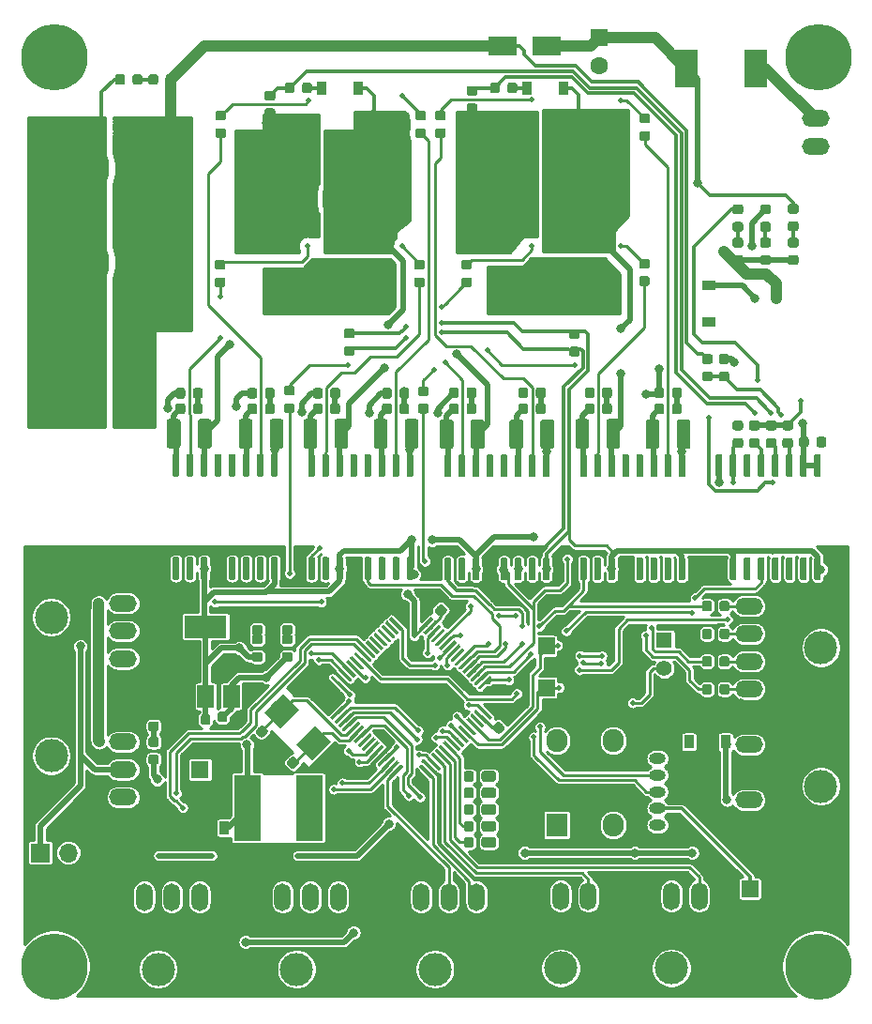
<source format=gbr>
G04 #@! TF.GenerationSoftware,KiCad,Pcbnew,(5.1.4)-1*
G04 #@! TF.CreationDate,2019-11-04T15:23:57+09:00*
G04 #@! TF.ProjectId,MD_Enbarr_x2,4d445f45-6e62-4617-9272-5f78322e6b69,rev?*
G04 #@! TF.SameCoordinates,Original*
G04 #@! TF.FileFunction,Copper,L1,Top*
G04 #@! TF.FilePolarity,Positive*
%FSLAX46Y46*%
G04 Gerber Fmt 4.6, Leading zero omitted, Abs format (unit mm)*
G04 Created by KiCad (PCBNEW (5.1.4)-1) date 2019-11-04 15:23:57*
%MOMM*%
%LPD*%
G04 APERTURE LIST*
%ADD10C,6.500000*%
%ADD11C,2.000000*%
%ADD12C,0.100000*%
%ADD13C,0.875000*%
%ADD14C,1.250000*%
%ADD15R,1.600000X1.600000*%
%ADD16C,1.600000*%
%ADD17R,2.000000X2.000000*%
%ADD18R,0.900000X1.200000*%
%ADD19R,2.500000X1.800000*%
%ADD20R,1.200000X0.900000*%
%ADD21R,1.700000X1.700000*%
%ADD22O,1.700000X1.700000*%
%ADD23R,2.450000X5.900000*%
%ADD24O,1.524000X1.000000*%
%ADD25C,3.000000*%
%ADD26O,2.500000X1.500000*%
%ADD27O,1.500000X2.500000*%
%ADD28R,2.000000X3.500000*%
%ADD29R,1.500000X1.500000*%
%ADD30R,1.397000X1.397000*%
%ADD31C,1.397000*%
%ADD32R,1.900000X2.100000*%
%ADD33O,1.900000X2.100000*%
%ADD34C,0.300000*%
%ADD35C,0.600000*%
%ADD36R,3.800000X2.000000*%
%ADD37R,1.500000X2.000000*%
%ADD38C,6.000000*%
%ADD39C,0.800000*%
%ADD40C,0.500000*%
%ADD41C,1.000000*%
%ADD42C,0.250000*%
%ADD43C,0.300000*%
%ADD44C,0.500000*%
%ADD45C,1.000000*%
%ADD46C,0.254000*%
G04 APERTURE END LIST*
D10*
X123000000Y-67100000D03*
X116000000Y-67100000D03*
D11*
X96050431Y-112950431D03*
D12*
G36*
X94494796Y-113091852D02*
G01*
X96191852Y-111394796D01*
X97606066Y-112809010D01*
X95909010Y-114506066D01*
X94494796Y-113091852D01*
X94494796Y-113091852D01*
G37*
D11*
X98949569Y-115849569D03*
D12*
G36*
X97393934Y-115990990D02*
G01*
X99090990Y-114293934D01*
X100505204Y-115708148D01*
X98808148Y-117405204D01*
X97393934Y-115990990D01*
X97393934Y-115990990D01*
G37*
G36*
X94301111Y-114239580D02*
G01*
X94322346Y-114242730D01*
X94343170Y-114247946D01*
X94363382Y-114255178D01*
X94382788Y-114264357D01*
X94401201Y-114275393D01*
X94418444Y-114288181D01*
X94434350Y-114302597D01*
X94743709Y-114611956D01*
X94758125Y-114627862D01*
X94770913Y-114645105D01*
X94781949Y-114663518D01*
X94791128Y-114682924D01*
X94798360Y-114703136D01*
X94803576Y-114723960D01*
X94806726Y-114745195D01*
X94807779Y-114766636D01*
X94806726Y-114788077D01*
X94803576Y-114809312D01*
X94798360Y-114830136D01*
X94791128Y-114850348D01*
X94781949Y-114869754D01*
X94770913Y-114888167D01*
X94758125Y-114905410D01*
X94743709Y-114921316D01*
X94381316Y-115283709D01*
X94365410Y-115298125D01*
X94348167Y-115310913D01*
X94329754Y-115321949D01*
X94310348Y-115331128D01*
X94290136Y-115338360D01*
X94269312Y-115343576D01*
X94248077Y-115346726D01*
X94226636Y-115347779D01*
X94205195Y-115346726D01*
X94183960Y-115343576D01*
X94163136Y-115338360D01*
X94142924Y-115331128D01*
X94123518Y-115321949D01*
X94105105Y-115310913D01*
X94087862Y-115298125D01*
X94071956Y-115283709D01*
X93762597Y-114974350D01*
X93748181Y-114958444D01*
X93735393Y-114941201D01*
X93724357Y-114922788D01*
X93715178Y-114903382D01*
X93707946Y-114883170D01*
X93702730Y-114862346D01*
X93699580Y-114841111D01*
X93698527Y-114819670D01*
X93699580Y-114798229D01*
X93702730Y-114776994D01*
X93707946Y-114756170D01*
X93715178Y-114735958D01*
X93724357Y-114716552D01*
X93735393Y-114698139D01*
X93748181Y-114680896D01*
X93762597Y-114664990D01*
X94124990Y-114302597D01*
X94140896Y-114288181D01*
X94158139Y-114275393D01*
X94176552Y-114264357D01*
X94195958Y-114255178D01*
X94216170Y-114247946D01*
X94236994Y-114242730D01*
X94258229Y-114239580D01*
X94279670Y-114238527D01*
X94301111Y-114239580D01*
X94301111Y-114239580D01*
G37*
D13*
X94253153Y-114793153D03*
D12*
G36*
X95414805Y-115353274D02*
G01*
X95436040Y-115356424D01*
X95456864Y-115361640D01*
X95477076Y-115368872D01*
X95496482Y-115378051D01*
X95514895Y-115389087D01*
X95532138Y-115401875D01*
X95548044Y-115416291D01*
X95857403Y-115725650D01*
X95871819Y-115741556D01*
X95884607Y-115758799D01*
X95895643Y-115777212D01*
X95904822Y-115796618D01*
X95912054Y-115816830D01*
X95917270Y-115837654D01*
X95920420Y-115858889D01*
X95921473Y-115880330D01*
X95920420Y-115901771D01*
X95917270Y-115923006D01*
X95912054Y-115943830D01*
X95904822Y-115964042D01*
X95895643Y-115983448D01*
X95884607Y-116001861D01*
X95871819Y-116019104D01*
X95857403Y-116035010D01*
X95495010Y-116397403D01*
X95479104Y-116411819D01*
X95461861Y-116424607D01*
X95443448Y-116435643D01*
X95424042Y-116444822D01*
X95403830Y-116452054D01*
X95383006Y-116457270D01*
X95361771Y-116460420D01*
X95340330Y-116461473D01*
X95318889Y-116460420D01*
X95297654Y-116457270D01*
X95276830Y-116452054D01*
X95256618Y-116444822D01*
X95237212Y-116435643D01*
X95218799Y-116424607D01*
X95201556Y-116411819D01*
X95185650Y-116397403D01*
X94876291Y-116088044D01*
X94861875Y-116072138D01*
X94849087Y-116054895D01*
X94838051Y-116036482D01*
X94828872Y-116017076D01*
X94821640Y-115996864D01*
X94816424Y-115976040D01*
X94813274Y-115954805D01*
X94812221Y-115933364D01*
X94813274Y-115911923D01*
X94816424Y-115890688D01*
X94821640Y-115869864D01*
X94828872Y-115849652D01*
X94838051Y-115830246D01*
X94849087Y-115811833D01*
X94861875Y-115794590D01*
X94876291Y-115778684D01*
X95238684Y-115416291D01*
X95254590Y-115401875D01*
X95271833Y-115389087D01*
X95290246Y-115378051D01*
X95309652Y-115368872D01*
X95329864Y-115361640D01*
X95350688Y-115356424D01*
X95371923Y-115353274D01*
X95393364Y-115352221D01*
X95414805Y-115353274D01*
X95414805Y-115353274D01*
G37*
D13*
X95366847Y-115906847D03*
D12*
G36*
X96011111Y-115949580D02*
G01*
X96032346Y-115952730D01*
X96053170Y-115957946D01*
X96073382Y-115965178D01*
X96092788Y-115974357D01*
X96111201Y-115985393D01*
X96128444Y-115998181D01*
X96144350Y-116012597D01*
X96453709Y-116321956D01*
X96468125Y-116337862D01*
X96480913Y-116355105D01*
X96491949Y-116373518D01*
X96501128Y-116392924D01*
X96508360Y-116413136D01*
X96513576Y-116433960D01*
X96516726Y-116455195D01*
X96517779Y-116476636D01*
X96516726Y-116498077D01*
X96513576Y-116519312D01*
X96508360Y-116540136D01*
X96501128Y-116560348D01*
X96491949Y-116579754D01*
X96480913Y-116598167D01*
X96468125Y-116615410D01*
X96453709Y-116631316D01*
X96091316Y-116993709D01*
X96075410Y-117008125D01*
X96058167Y-117020913D01*
X96039754Y-117031949D01*
X96020348Y-117041128D01*
X96000136Y-117048360D01*
X95979312Y-117053576D01*
X95958077Y-117056726D01*
X95936636Y-117057779D01*
X95915195Y-117056726D01*
X95893960Y-117053576D01*
X95873136Y-117048360D01*
X95852924Y-117041128D01*
X95833518Y-117031949D01*
X95815105Y-117020913D01*
X95797862Y-117008125D01*
X95781956Y-116993709D01*
X95472597Y-116684350D01*
X95458181Y-116668444D01*
X95445393Y-116651201D01*
X95434357Y-116632788D01*
X95425178Y-116613382D01*
X95417946Y-116593170D01*
X95412730Y-116572346D01*
X95409580Y-116551111D01*
X95408527Y-116529670D01*
X95409580Y-116508229D01*
X95412730Y-116486994D01*
X95417946Y-116466170D01*
X95425178Y-116445958D01*
X95434357Y-116426552D01*
X95445393Y-116408139D01*
X95458181Y-116390896D01*
X95472597Y-116374990D01*
X95834990Y-116012597D01*
X95850896Y-115998181D01*
X95868139Y-115985393D01*
X95886552Y-115974357D01*
X95905958Y-115965178D01*
X95926170Y-115957946D01*
X95946994Y-115952730D01*
X95968229Y-115949580D01*
X95989670Y-115948527D01*
X96011111Y-115949580D01*
X96011111Y-115949580D01*
G37*
D13*
X95963153Y-116503153D03*
D12*
G36*
X97124805Y-117063274D02*
G01*
X97146040Y-117066424D01*
X97166864Y-117071640D01*
X97187076Y-117078872D01*
X97206482Y-117088051D01*
X97224895Y-117099087D01*
X97242138Y-117111875D01*
X97258044Y-117126291D01*
X97567403Y-117435650D01*
X97581819Y-117451556D01*
X97594607Y-117468799D01*
X97605643Y-117487212D01*
X97614822Y-117506618D01*
X97622054Y-117526830D01*
X97627270Y-117547654D01*
X97630420Y-117568889D01*
X97631473Y-117590330D01*
X97630420Y-117611771D01*
X97627270Y-117633006D01*
X97622054Y-117653830D01*
X97614822Y-117674042D01*
X97605643Y-117693448D01*
X97594607Y-117711861D01*
X97581819Y-117729104D01*
X97567403Y-117745010D01*
X97205010Y-118107403D01*
X97189104Y-118121819D01*
X97171861Y-118134607D01*
X97153448Y-118145643D01*
X97134042Y-118154822D01*
X97113830Y-118162054D01*
X97093006Y-118167270D01*
X97071771Y-118170420D01*
X97050330Y-118171473D01*
X97028889Y-118170420D01*
X97007654Y-118167270D01*
X96986830Y-118162054D01*
X96966618Y-118154822D01*
X96947212Y-118145643D01*
X96928799Y-118134607D01*
X96911556Y-118121819D01*
X96895650Y-118107403D01*
X96586291Y-117798044D01*
X96571875Y-117782138D01*
X96559087Y-117764895D01*
X96548051Y-117746482D01*
X96538872Y-117727076D01*
X96531640Y-117706864D01*
X96526424Y-117686040D01*
X96523274Y-117664805D01*
X96522221Y-117643364D01*
X96523274Y-117621923D01*
X96526424Y-117600688D01*
X96531640Y-117579864D01*
X96538872Y-117559652D01*
X96548051Y-117540246D01*
X96559087Y-117521833D01*
X96571875Y-117504590D01*
X96586291Y-117488684D01*
X96948684Y-117126291D01*
X96964590Y-117111875D01*
X96981833Y-117099087D01*
X97000246Y-117088051D01*
X97019652Y-117078872D01*
X97039864Y-117071640D01*
X97060688Y-117066424D01*
X97081923Y-117063274D01*
X97103364Y-117062221D01*
X97124805Y-117063274D01*
X97124805Y-117063274D01*
G37*
D13*
X97076847Y-117616847D03*
D12*
G36*
X115638077Y-113903274D02*
G01*
X115659312Y-113906424D01*
X115680136Y-113911640D01*
X115700348Y-113918872D01*
X115719754Y-113928051D01*
X115738167Y-113939087D01*
X115755410Y-113951875D01*
X115771316Y-113966291D01*
X116133709Y-114328684D01*
X116148125Y-114344590D01*
X116160913Y-114361833D01*
X116171949Y-114380246D01*
X116181128Y-114399652D01*
X116188360Y-114419864D01*
X116193576Y-114440688D01*
X116196726Y-114461923D01*
X116197779Y-114483364D01*
X116196726Y-114504805D01*
X116193576Y-114526040D01*
X116188360Y-114546864D01*
X116181128Y-114567076D01*
X116171949Y-114586482D01*
X116160913Y-114604895D01*
X116148125Y-114622138D01*
X116133709Y-114638044D01*
X115824350Y-114947403D01*
X115808444Y-114961819D01*
X115791201Y-114974607D01*
X115772788Y-114985643D01*
X115753382Y-114994822D01*
X115733170Y-115002054D01*
X115712346Y-115007270D01*
X115691111Y-115010420D01*
X115669670Y-115011473D01*
X115648229Y-115010420D01*
X115626994Y-115007270D01*
X115606170Y-115002054D01*
X115585958Y-114994822D01*
X115566552Y-114985643D01*
X115548139Y-114974607D01*
X115530896Y-114961819D01*
X115514990Y-114947403D01*
X115152597Y-114585010D01*
X115138181Y-114569104D01*
X115125393Y-114551861D01*
X115114357Y-114533448D01*
X115105178Y-114514042D01*
X115097946Y-114493830D01*
X115092730Y-114473006D01*
X115089580Y-114451771D01*
X115088527Y-114430330D01*
X115089580Y-114408889D01*
X115092730Y-114387654D01*
X115097946Y-114366830D01*
X115105178Y-114346618D01*
X115114357Y-114327212D01*
X115125393Y-114308799D01*
X115138181Y-114291556D01*
X115152597Y-114275650D01*
X115461956Y-113966291D01*
X115477862Y-113951875D01*
X115495105Y-113939087D01*
X115513518Y-113928051D01*
X115532924Y-113918872D01*
X115553136Y-113911640D01*
X115573960Y-113906424D01*
X115595195Y-113903274D01*
X115616636Y-113902221D01*
X115638077Y-113903274D01*
X115638077Y-113903274D01*
G37*
D13*
X115643153Y-114456847D03*
D12*
G36*
X116751771Y-112789580D02*
G01*
X116773006Y-112792730D01*
X116793830Y-112797946D01*
X116814042Y-112805178D01*
X116833448Y-112814357D01*
X116851861Y-112825393D01*
X116869104Y-112838181D01*
X116885010Y-112852597D01*
X117247403Y-113214990D01*
X117261819Y-113230896D01*
X117274607Y-113248139D01*
X117285643Y-113266552D01*
X117294822Y-113285958D01*
X117302054Y-113306170D01*
X117307270Y-113326994D01*
X117310420Y-113348229D01*
X117311473Y-113369670D01*
X117310420Y-113391111D01*
X117307270Y-113412346D01*
X117302054Y-113433170D01*
X117294822Y-113453382D01*
X117285643Y-113472788D01*
X117274607Y-113491201D01*
X117261819Y-113508444D01*
X117247403Y-113524350D01*
X116938044Y-113833709D01*
X116922138Y-113848125D01*
X116904895Y-113860913D01*
X116886482Y-113871949D01*
X116867076Y-113881128D01*
X116846864Y-113888360D01*
X116826040Y-113893576D01*
X116804805Y-113896726D01*
X116783364Y-113897779D01*
X116761923Y-113896726D01*
X116740688Y-113893576D01*
X116719864Y-113888360D01*
X116699652Y-113881128D01*
X116680246Y-113871949D01*
X116661833Y-113860913D01*
X116644590Y-113848125D01*
X116628684Y-113833709D01*
X116266291Y-113471316D01*
X116251875Y-113455410D01*
X116239087Y-113438167D01*
X116228051Y-113419754D01*
X116218872Y-113400348D01*
X116211640Y-113380136D01*
X116206424Y-113359312D01*
X116203274Y-113338077D01*
X116202221Y-113316636D01*
X116203274Y-113295195D01*
X116206424Y-113273960D01*
X116211640Y-113253136D01*
X116218872Y-113232924D01*
X116228051Y-113213518D01*
X116239087Y-113195105D01*
X116251875Y-113177862D01*
X116266291Y-113161956D01*
X116575650Y-112852597D01*
X116591556Y-112838181D01*
X116608799Y-112825393D01*
X116627212Y-112814357D01*
X116646618Y-112805178D01*
X116666830Y-112797946D01*
X116687654Y-112792730D01*
X116708889Y-112789580D01*
X116730330Y-112788527D01*
X116751771Y-112789580D01*
X116751771Y-112789580D01*
G37*
D13*
X116756847Y-113343153D03*
D12*
G36*
X109302668Y-102258017D02*
G01*
X109323999Y-102260424D01*
X109344992Y-102264910D01*
X109365445Y-102271432D01*
X109385159Y-102279927D01*
X109403946Y-102290314D01*
X109421625Y-102302493D01*
X109438024Y-102316345D01*
X109757992Y-102614720D01*
X109772955Y-102630114D01*
X109786337Y-102646899D01*
X109798009Y-102664916D01*
X109807859Y-102683990D01*
X109815792Y-102703937D01*
X109821732Y-102724566D01*
X109825621Y-102745678D01*
X109827422Y-102767070D01*
X109827117Y-102788535D01*
X109824710Y-102809866D01*
X109820224Y-102830860D01*
X109813702Y-102851312D01*
X109805207Y-102871026D01*
X109794820Y-102889813D01*
X109782641Y-102907492D01*
X109768789Y-102923891D01*
X109419265Y-103298710D01*
X109403871Y-103313673D01*
X109387086Y-103327055D01*
X109369069Y-103338727D01*
X109349995Y-103348577D01*
X109330048Y-103356510D01*
X109309419Y-103362450D01*
X109288307Y-103366339D01*
X109266915Y-103368140D01*
X109245450Y-103367835D01*
X109224119Y-103365428D01*
X109203126Y-103360942D01*
X109182673Y-103354420D01*
X109162959Y-103345925D01*
X109144172Y-103335538D01*
X109126493Y-103323359D01*
X109110094Y-103309507D01*
X108790126Y-103011132D01*
X108775163Y-102995738D01*
X108761781Y-102978953D01*
X108750109Y-102960936D01*
X108740259Y-102941862D01*
X108732326Y-102921915D01*
X108726386Y-102901286D01*
X108722497Y-102880174D01*
X108720696Y-102858782D01*
X108721001Y-102837317D01*
X108723408Y-102815986D01*
X108727894Y-102794992D01*
X108734416Y-102774540D01*
X108742911Y-102754826D01*
X108753298Y-102736039D01*
X108765477Y-102718360D01*
X108779329Y-102701961D01*
X109128853Y-102327142D01*
X109144247Y-102312179D01*
X109161032Y-102298797D01*
X109179049Y-102287125D01*
X109198123Y-102277275D01*
X109218070Y-102269342D01*
X109238699Y-102263402D01*
X109259811Y-102259513D01*
X109281203Y-102257712D01*
X109302668Y-102258017D01*
X109302668Y-102258017D01*
G37*
D13*
X109274059Y-102812926D03*
D12*
G36*
X110454550Y-103332165D02*
G01*
X110475881Y-103334572D01*
X110496874Y-103339058D01*
X110517327Y-103345580D01*
X110537041Y-103354075D01*
X110555828Y-103364462D01*
X110573507Y-103376641D01*
X110589906Y-103390493D01*
X110909874Y-103688868D01*
X110924837Y-103704262D01*
X110938219Y-103721047D01*
X110949891Y-103739064D01*
X110959741Y-103758138D01*
X110967674Y-103778085D01*
X110973614Y-103798714D01*
X110977503Y-103819826D01*
X110979304Y-103841218D01*
X110978999Y-103862683D01*
X110976592Y-103884014D01*
X110972106Y-103905008D01*
X110965584Y-103925460D01*
X110957089Y-103945174D01*
X110946702Y-103963961D01*
X110934523Y-103981640D01*
X110920671Y-103998039D01*
X110571147Y-104372858D01*
X110555753Y-104387821D01*
X110538968Y-104401203D01*
X110520951Y-104412875D01*
X110501877Y-104422725D01*
X110481930Y-104430658D01*
X110461301Y-104436598D01*
X110440189Y-104440487D01*
X110418797Y-104442288D01*
X110397332Y-104441983D01*
X110376001Y-104439576D01*
X110355008Y-104435090D01*
X110334555Y-104428568D01*
X110314841Y-104420073D01*
X110296054Y-104409686D01*
X110278375Y-104397507D01*
X110261976Y-104383655D01*
X109942008Y-104085280D01*
X109927045Y-104069886D01*
X109913663Y-104053101D01*
X109901991Y-104035084D01*
X109892141Y-104016010D01*
X109884208Y-103996063D01*
X109878268Y-103975434D01*
X109874379Y-103954322D01*
X109872578Y-103932930D01*
X109872883Y-103911465D01*
X109875290Y-103890134D01*
X109879776Y-103869140D01*
X109886298Y-103848688D01*
X109894793Y-103828974D01*
X109905180Y-103810187D01*
X109917359Y-103792508D01*
X109931211Y-103776109D01*
X110280735Y-103401290D01*
X110296129Y-103386327D01*
X110312914Y-103372945D01*
X110330931Y-103361273D01*
X110350005Y-103351423D01*
X110369952Y-103343490D01*
X110390581Y-103337550D01*
X110411693Y-103333661D01*
X110433085Y-103331860D01*
X110454550Y-103332165D01*
X110454550Y-103332165D01*
G37*
D13*
X110425941Y-103887074D03*
D12*
G36*
X89499504Y-86626204D02*
G01*
X89523773Y-86629804D01*
X89547571Y-86635765D01*
X89570671Y-86644030D01*
X89592849Y-86654520D01*
X89613893Y-86667133D01*
X89633598Y-86681747D01*
X89651777Y-86698223D01*
X89668253Y-86716402D01*
X89682867Y-86736107D01*
X89695480Y-86757151D01*
X89705970Y-86779329D01*
X89714235Y-86802429D01*
X89720196Y-86826227D01*
X89723796Y-86850496D01*
X89725000Y-86875000D01*
X89725000Y-89025000D01*
X89723796Y-89049504D01*
X89720196Y-89073773D01*
X89714235Y-89097571D01*
X89705970Y-89120671D01*
X89695480Y-89142849D01*
X89682867Y-89163893D01*
X89668253Y-89183598D01*
X89651777Y-89201777D01*
X89633598Y-89218253D01*
X89613893Y-89232867D01*
X89592849Y-89245480D01*
X89570671Y-89255970D01*
X89547571Y-89264235D01*
X89523773Y-89270196D01*
X89499504Y-89273796D01*
X89475000Y-89275000D01*
X88725000Y-89275000D01*
X88700496Y-89273796D01*
X88676227Y-89270196D01*
X88652429Y-89264235D01*
X88629329Y-89255970D01*
X88607151Y-89245480D01*
X88586107Y-89232867D01*
X88566402Y-89218253D01*
X88548223Y-89201777D01*
X88531747Y-89183598D01*
X88517133Y-89163893D01*
X88504520Y-89142849D01*
X88494030Y-89120671D01*
X88485765Y-89097571D01*
X88479804Y-89073773D01*
X88476204Y-89049504D01*
X88475000Y-89025000D01*
X88475000Y-86875000D01*
X88476204Y-86850496D01*
X88479804Y-86826227D01*
X88485765Y-86802429D01*
X88494030Y-86779329D01*
X88504520Y-86757151D01*
X88517133Y-86736107D01*
X88531747Y-86716402D01*
X88548223Y-86698223D01*
X88566402Y-86681747D01*
X88586107Y-86667133D01*
X88607151Y-86654520D01*
X88629329Y-86644030D01*
X88652429Y-86635765D01*
X88676227Y-86629804D01*
X88700496Y-86626204D01*
X88725000Y-86625000D01*
X89475000Y-86625000D01*
X89499504Y-86626204D01*
X89499504Y-86626204D01*
G37*
D14*
X89100000Y-87950000D03*
D12*
G36*
X86699504Y-86626204D02*
G01*
X86723773Y-86629804D01*
X86747571Y-86635765D01*
X86770671Y-86644030D01*
X86792849Y-86654520D01*
X86813893Y-86667133D01*
X86833598Y-86681747D01*
X86851777Y-86698223D01*
X86868253Y-86716402D01*
X86882867Y-86736107D01*
X86895480Y-86757151D01*
X86905970Y-86779329D01*
X86914235Y-86802429D01*
X86920196Y-86826227D01*
X86923796Y-86850496D01*
X86925000Y-86875000D01*
X86925000Y-89025000D01*
X86923796Y-89049504D01*
X86920196Y-89073773D01*
X86914235Y-89097571D01*
X86905970Y-89120671D01*
X86895480Y-89142849D01*
X86882867Y-89163893D01*
X86868253Y-89183598D01*
X86851777Y-89201777D01*
X86833598Y-89218253D01*
X86813893Y-89232867D01*
X86792849Y-89245480D01*
X86770671Y-89255970D01*
X86747571Y-89264235D01*
X86723773Y-89270196D01*
X86699504Y-89273796D01*
X86675000Y-89275000D01*
X85925000Y-89275000D01*
X85900496Y-89273796D01*
X85876227Y-89270196D01*
X85852429Y-89264235D01*
X85829329Y-89255970D01*
X85807151Y-89245480D01*
X85786107Y-89232867D01*
X85766402Y-89218253D01*
X85748223Y-89201777D01*
X85731747Y-89183598D01*
X85717133Y-89163893D01*
X85704520Y-89142849D01*
X85694030Y-89120671D01*
X85685765Y-89097571D01*
X85679804Y-89073773D01*
X85676204Y-89049504D01*
X85675000Y-89025000D01*
X85675000Y-86875000D01*
X85676204Y-86850496D01*
X85679804Y-86826227D01*
X85685765Y-86802429D01*
X85694030Y-86779329D01*
X85704520Y-86757151D01*
X85717133Y-86736107D01*
X85731747Y-86716402D01*
X85748223Y-86698223D01*
X85766402Y-86681747D01*
X85786107Y-86667133D01*
X85807151Y-86654520D01*
X85829329Y-86644030D01*
X85852429Y-86635765D01*
X85876227Y-86629804D01*
X85900496Y-86626204D01*
X85925000Y-86625000D01*
X86675000Y-86625000D01*
X86699504Y-86626204D01*
X86699504Y-86626204D01*
G37*
D14*
X86300000Y-87950000D03*
D12*
G36*
X93199504Y-86626204D02*
G01*
X93223773Y-86629804D01*
X93247571Y-86635765D01*
X93270671Y-86644030D01*
X93292849Y-86654520D01*
X93313893Y-86667133D01*
X93333598Y-86681747D01*
X93351777Y-86698223D01*
X93368253Y-86716402D01*
X93382867Y-86736107D01*
X93395480Y-86757151D01*
X93405970Y-86779329D01*
X93414235Y-86802429D01*
X93420196Y-86826227D01*
X93423796Y-86850496D01*
X93425000Y-86875000D01*
X93425000Y-89025000D01*
X93423796Y-89049504D01*
X93420196Y-89073773D01*
X93414235Y-89097571D01*
X93405970Y-89120671D01*
X93395480Y-89142849D01*
X93382867Y-89163893D01*
X93368253Y-89183598D01*
X93351777Y-89201777D01*
X93333598Y-89218253D01*
X93313893Y-89232867D01*
X93292849Y-89245480D01*
X93270671Y-89255970D01*
X93247571Y-89264235D01*
X93223773Y-89270196D01*
X93199504Y-89273796D01*
X93175000Y-89275000D01*
X92425000Y-89275000D01*
X92400496Y-89273796D01*
X92376227Y-89270196D01*
X92352429Y-89264235D01*
X92329329Y-89255970D01*
X92307151Y-89245480D01*
X92286107Y-89232867D01*
X92266402Y-89218253D01*
X92248223Y-89201777D01*
X92231747Y-89183598D01*
X92217133Y-89163893D01*
X92204520Y-89142849D01*
X92194030Y-89120671D01*
X92185765Y-89097571D01*
X92179804Y-89073773D01*
X92176204Y-89049504D01*
X92175000Y-89025000D01*
X92175000Y-86875000D01*
X92176204Y-86850496D01*
X92179804Y-86826227D01*
X92185765Y-86802429D01*
X92194030Y-86779329D01*
X92204520Y-86757151D01*
X92217133Y-86736107D01*
X92231747Y-86716402D01*
X92248223Y-86698223D01*
X92266402Y-86681747D01*
X92286107Y-86667133D01*
X92307151Y-86654520D01*
X92329329Y-86644030D01*
X92352429Y-86635765D01*
X92376227Y-86629804D01*
X92400496Y-86626204D01*
X92425000Y-86625000D01*
X93175000Y-86625000D01*
X93199504Y-86626204D01*
X93199504Y-86626204D01*
G37*
D14*
X92800000Y-87950000D03*
D12*
G36*
X95999504Y-86626204D02*
G01*
X96023773Y-86629804D01*
X96047571Y-86635765D01*
X96070671Y-86644030D01*
X96092849Y-86654520D01*
X96113893Y-86667133D01*
X96133598Y-86681747D01*
X96151777Y-86698223D01*
X96168253Y-86716402D01*
X96182867Y-86736107D01*
X96195480Y-86757151D01*
X96205970Y-86779329D01*
X96214235Y-86802429D01*
X96220196Y-86826227D01*
X96223796Y-86850496D01*
X96225000Y-86875000D01*
X96225000Y-89025000D01*
X96223796Y-89049504D01*
X96220196Y-89073773D01*
X96214235Y-89097571D01*
X96205970Y-89120671D01*
X96195480Y-89142849D01*
X96182867Y-89163893D01*
X96168253Y-89183598D01*
X96151777Y-89201777D01*
X96133598Y-89218253D01*
X96113893Y-89232867D01*
X96092849Y-89245480D01*
X96070671Y-89255970D01*
X96047571Y-89264235D01*
X96023773Y-89270196D01*
X95999504Y-89273796D01*
X95975000Y-89275000D01*
X95225000Y-89275000D01*
X95200496Y-89273796D01*
X95176227Y-89270196D01*
X95152429Y-89264235D01*
X95129329Y-89255970D01*
X95107151Y-89245480D01*
X95086107Y-89232867D01*
X95066402Y-89218253D01*
X95048223Y-89201777D01*
X95031747Y-89183598D01*
X95017133Y-89163893D01*
X95004520Y-89142849D01*
X94994030Y-89120671D01*
X94985765Y-89097571D01*
X94979804Y-89073773D01*
X94976204Y-89049504D01*
X94975000Y-89025000D01*
X94975000Y-86875000D01*
X94976204Y-86850496D01*
X94979804Y-86826227D01*
X94985765Y-86802429D01*
X94994030Y-86779329D01*
X95004520Y-86757151D01*
X95017133Y-86736107D01*
X95031747Y-86716402D01*
X95048223Y-86698223D01*
X95066402Y-86681747D01*
X95086107Y-86667133D01*
X95107151Y-86654520D01*
X95129329Y-86644030D01*
X95152429Y-86635765D01*
X95176227Y-86629804D01*
X95200496Y-86626204D01*
X95225000Y-86625000D01*
X95975000Y-86625000D01*
X95999504Y-86626204D01*
X95999504Y-86626204D01*
G37*
D14*
X95600000Y-87950000D03*
D12*
G36*
X143452691Y-88226053D02*
G01*
X143473926Y-88229203D01*
X143494750Y-88234419D01*
X143514962Y-88241651D01*
X143534368Y-88250830D01*
X143552781Y-88261866D01*
X143570024Y-88274654D01*
X143585930Y-88289070D01*
X143600346Y-88304976D01*
X143613134Y-88322219D01*
X143624170Y-88340632D01*
X143633349Y-88360038D01*
X143640581Y-88380250D01*
X143645797Y-88401074D01*
X143648947Y-88422309D01*
X143650000Y-88443750D01*
X143650000Y-88956250D01*
X143648947Y-88977691D01*
X143645797Y-88998926D01*
X143640581Y-89019750D01*
X143633349Y-89039962D01*
X143624170Y-89059368D01*
X143613134Y-89077781D01*
X143600346Y-89095024D01*
X143585930Y-89110930D01*
X143570024Y-89125346D01*
X143552781Y-89138134D01*
X143534368Y-89149170D01*
X143514962Y-89158349D01*
X143494750Y-89165581D01*
X143473926Y-89170797D01*
X143452691Y-89173947D01*
X143431250Y-89175000D01*
X142993750Y-89175000D01*
X142972309Y-89173947D01*
X142951074Y-89170797D01*
X142930250Y-89165581D01*
X142910038Y-89158349D01*
X142890632Y-89149170D01*
X142872219Y-89138134D01*
X142854976Y-89125346D01*
X142839070Y-89110930D01*
X142824654Y-89095024D01*
X142811866Y-89077781D01*
X142800830Y-89059368D01*
X142791651Y-89039962D01*
X142784419Y-89019750D01*
X142779203Y-88998926D01*
X142776053Y-88977691D01*
X142775000Y-88956250D01*
X142775000Y-88443750D01*
X142776053Y-88422309D01*
X142779203Y-88401074D01*
X142784419Y-88380250D01*
X142791651Y-88360038D01*
X142800830Y-88340632D01*
X142811866Y-88322219D01*
X142824654Y-88304976D01*
X142839070Y-88289070D01*
X142854976Y-88274654D01*
X142872219Y-88261866D01*
X142890632Y-88250830D01*
X142910038Y-88241651D01*
X142930250Y-88234419D01*
X142951074Y-88229203D01*
X142972309Y-88226053D01*
X142993750Y-88225000D01*
X143431250Y-88225000D01*
X143452691Y-88226053D01*
X143452691Y-88226053D01*
G37*
D13*
X143212500Y-88700000D03*
D12*
G36*
X145027691Y-88226053D02*
G01*
X145048926Y-88229203D01*
X145069750Y-88234419D01*
X145089962Y-88241651D01*
X145109368Y-88250830D01*
X145127781Y-88261866D01*
X145145024Y-88274654D01*
X145160930Y-88289070D01*
X145175346Y-88304976D01*
X145188134Y-88322219D01*
X145199170Y-88340632D01*
X145208349Y-88360038D01*
X145215581Y-88380250D01*
X145220797Y-88401074D01*
X145223947Y-88422309D01*
X145225000Y-88443750D01*
X145225000Y-88956250D01*
X145223947Y-88977691D01*
X145220797Y-88998926D01*
X145215581Y-89019750D01*
X145208349Y-89039962D01*
X145199170Y-89059368D01*
X145188134Y-89077781D01*
X145175346Y-89095024D01*
X145160930Y-89110930D01*
X145145024Y-89125346D01*
X145127781Y-89138134D01*
X145109368Y-89149170D01*
X145089962Y-89158349D01*
X145069750Y-89165581D01*
X145048926Y-89170797D01*
X145027691Y-89173947D01*
X145006250Y-89175000D01*
X144568750Y-89175000D01*
X144547309Y-89173947D01*
X144526074Y-89170797D01*
X144505250Y-89165581D01*
X144485038Y-89158349D01*
X144465632Y-89149170D01*
X144447219Y-89138134D01*
X144429976Y-89125346D01*
X144414070Y-89110930D01*
X144399654Y-89095024D01*
X144386866Y-89077781D01*
X144375830Y-89059368D01*
X144366651Y-89039962D01*
X144359419Y-89019750D01*
X144354203Y-88998926D01*
X144351053Y-88977691D01*
X144350000Y-88956250D01*
X144350000Y-88443750D01*
X144351053Y-88422309D01*
X144354203Y-88401074D01*
X144359419Y-88380250D01*
X144366651Y-88360038D01*
X144375830Y-88340632D01*
X144386866Y-88322219D01*
X144399654Y-88304976D01*
X144414070Y-88289070D01*
X144429976Y-88274654D01*
X144447219Y-88261866D01*
X144465632Y-88250830D01*
X144485038Y-88241651D01*
X144505250Y-88234419D01*
X144526074Y-88229203D01*
X144547309Y-88226053D01*
X144568750Y-88225000D01*
X145006250Y-88225000D01*
X145027691Y-88226053D01*
X145027691Y-88226053D01*
G37*
D13*
X144787500Y-88700000D03*
D12*
G36*
X142027691Y-86776053D02*
G01*
X142048926Y-86779203D01*
X142069750Y-86784419D01*
X142089962Y-86791651D01*
X142109368Y-86800830D01*
X142127781Y-86811866D01*
X142145024Y-86824654D01*
X142160930Y-86839070D01*
X142175346Y-86854976D01*
X142188134Y-86872219D01*
X142199170Y-86890632D01*
X142208349Y-86910038D01*
X142215581Y-86930250D01*
X142220797Y-86951074D01*
X142223947Y-86972309D01*
X142225000Y-86993750D01*
X142225000Y-87431250D01*
X142223947Y-87452691D01*
X142220797Y-87473926D01*
X142215581Y-87494750D01*
X142208349Y-87514962D01*
X142199170Y-87534368D01*
X142188134Y-87552781D01*
X142175346Y-87570024D01*
X142160930Y-87585930D01*
X142145024Y-87600346D01*
X142127781Y-87613134D01*
X142109368Y-87624170D01*
X142089962Y-87633349D01*
X142069750Y-87640581D01*
X142048926Y-87645797D01*
X142027691Y-87648947D01*
X142006250Y-87650000D01*
X141493750Y-87650000D01*
X141472309Y-87648947D01*
X141451074Y-87645797D01*
X141430250Y-87640581D01*
X141410038Y-87633349D01*
X141390632Y-87624170D01*
X141372219Y-87613134D01*
X141354976Y-87600346D01*
X141339070Y-87585930D01*
X141324654Y-87570024D01*
X141311866Y-87552781D01*
X141300830Y-87534368D01*
X141291651Y-87514962D01*
X141284419Y-87494750D01*
X141279203Y-87473926D01*
X141276053Y-87452691D01*
X141275000Y-87431250D01*
X141275000Y-86993750D01*
X141276053Y-86972309D01*
X141279203Y-86951074D01*
X141284419Y-86930250D01*
X141291651Y-86910038D01*
X141300830Y-86890632D01*
X141311866Y-86872219D01*
X141324654Y-86854976D01*
X141339070Y-86839070D01*
X141354976Y-86824654D01*
X141372219Y-86811866D01*
X141390632Y-86800830D01*
X141410038Y-86791651D01*
X141430250Y-86784419D01*
X141451074Y-86779203D01*
X141472309Y-86776053D01*
X141493750Y-86775000D01*
X142006250Y-86775000D01*
X142027691Y-86776053D01*
X142027691Y-86776053D01*
G37*
D13*
X141750000Y-87212500D03*
D12*
G36*
X142027691Y-88351053D02*
G01*
X142048926Y-88354203D01*
X142069750Y-88359419D01*
X142089962Y-88366651D01*
X142109368Y-88375830D01*
X142127781Y-88386866D01*
X142145024Y-88399654D01*
X142160930Y-88414070D01*
X142175346Y-88429976D01*
X142188134Y-88447219D01*
X142199170Y-88465632D01*
X142208349Y-88485038D01*
X142215581Y-88505250D01*
X142220797Y-88526074D01*
X142223947Y-88547309D01*
X142225000Y-88568750D01*
X142225000Y-89006250D01*
X142223947Y-89027691D01*
X142220797Y-89048926D01*
X142215581Y-89069750D01*
X142208349Y-89089962D01*
X142199170Y-89109368D01*
X142188134Y-89127781D01*
X142175346Y-89145024D01*
X142160930Y-89160930D01*
X142145024Y-89175346D01*
X142127781Y-89188134D01*
X142109368Y-89199170D01*
X142089962Y-89208349D01*
X142069750Y-89215581D01*
X142048926Y-89220797D01*
X142027691Y-89223947D01*
X142006250Y-89225000D01*
X141493750Y-89225000D01*
X141472309Y-89223947D01*
X141451074Y-89220797D01*
X141430250Y-89215581D01*
X141410038Y-89208349D01*
X141390632Y-89199170D01*
X141372219Y-89188134D01*
X141354976Y-89175346D01*
X141339070Y-89160930D01*
X141324654Y-89145024D01*
X141311866Y-89127781D01*
X141300830Y-89109368D01*
X141291651Y-89089962D01*
X141284419Y-89069750D01*
X141279203Y-89048926D01*
X141276053Y-89027691D01*
X141275000Y-89006250D01*
X141275000Y-88568750D01*
X141276053Y-88547309D01*
X141279203Y-88526074D01*
X141284419Y-88505250D01*
X141291651Y-88485038D01*
X141300830Y-88465632D01*
X141311866Y-88447219D01*
X141324654Y-88429976D01*
X141339070Y-88414070D01*
X141354976Y-88399654D01*
X141372219Y-88386866D01*
X141390632Y-88375830D01*
X141410038Y-88366651D01*
X141430250Y-88359419D01*
X141451074Y-88354203D01*
X141472309Y-88351053D01*
X141493750Y-88350000D01*
X142006250Y-88350000D01*
X142027691Y-88351053D01*
X142027691Y-88351053D01*
G37*
D13*
X141750000Y-88787500D03*
D15*
X124750000Y-52250000D03*
D16*
X124750000Y-54750000D03*
D12*
G36*
X140527691Y-88351053D02*
G01*
X140548926Y-88354203D01*
X140569750Y-88359419D01*
X140589962Y-88366651D01*
X140609368Y-88375830D01*
X140627781Y-88386866D01*
X140645024Y-88399654D01*
X140660930Y-88414070D01*
X140675346Y-88429976D01*
X140688134Y-88447219D01*
X140699170Y-88465632D01*
X140708349Y-88485038D01*
X140715581Y-88505250D01*
X140720797Y-88526074D01*
X140723947Y-88547309D01*
X140725000Y-88568750D01*
X140725000Y-89006250D01*
X140723947Y-89027691D01*
X140720797Y-89048926D01*
X140715581Y-89069750D01*
X140708349Y-89089962D01*
X140699170Y-89109368D01*
X140688134Y-89127781D01*
X140675346Y-89145024D01*
X140660930Y-89160930D01*
X140645024Y-89175346D01*
X140627781Y-89188134D01*
X140609368Y-89199170D01*
X140589962Y-89208349D01*
X140569750Y-89215581D01*
X140548926Y-89220797D01*
X140527691Y-89223947D01*
X140506250Y-89225000D01*
X139993750Y-89225000D01*
X139972309Y-89223947D01*
X139951074Y-89220797D01*
X139930250Y-89215581D01*
X139910038Y-89208349D01*
X139890632Y-89199170D01*
X139872219Y-89188134D01*
X139854976Y-89175346D01*
X139839070Y-89160930D01*
X139824654Y-89145024D01*
X139811866Y-89127781D01*
X139800830Y-89109368D01*
X139791651Y-89089962D01*
X139784419Y-89069750D01*
X139779203Y-89048926D01*
X139776053Y-89027691D01*
X139775000Y-89006250D01*
X139775000Y-88568750D01*
X139776053Y-88547309D01*
X139779203Y-88526074D01*
X139784419Y-88505250D01*
X139791651Y-88485038D01*
X139800830Y-88465632D01*
X139811866Y-88447219D01*
X139824654Y-88429976D01*
X139839070Y-88414070D01*
X139854976Y-88399654D01*
X139872219Y-88386866D01*
X139890632Y-88375830D01*
X139910038Y-88366651D01*
X139930250Y-88359419D01*
X139951074Y-88354203D01*
X139972309Y-88351053D01*
X139993750Y-88350000D01*
X140506250Y-88350000D01*
X140527691Y-88351053D01*
X140527691Y-88351053D01*
G37*
D13*
X140250000Y-88787500D03*
D12*
G36*
X140527691Y-86776053D02*
G01*
X140548926Y-86779203D01*
X140569750Y-86784419D01*
X140589962Y-86791651D01*
X140609368Y-86800830D01*
X140627781Y-86811866D01*
X140645024Y-86824654D01*
X140660930Y-86839070D01*
X140675346Y-86854976D01*
X140688134Y-86872219D01*
X140699170Y-86890632D01*
X140708349Y-86910038D01*
X140715581Y-86930250D01*
X140720797Y-86951074D01*
X140723947Y-86972309D01*
X140725000Y-86993750D01*
X140725000Y-87431250D01*
X140723947Y-87452691D01*
X140720797Y-87473926D01*
X140715581Y-87494750D01*
X140708349Y-87514962D01*
X140699170Y-87534368D01*
X140688134Y-87552781D01*
X140675346Y-87570024D01*
X140660930Y-87585930D01*
X140645024Y-87600346D01*
X140627781Y-87613134D01*
X140609368Y-87624170D01*
X140589962Y-87633349D01*
X140569750Y-87640581D01*
X140548926Y-87645797D01*
X140527691Y-87648947D01*
X140506250Y-87650000D01*
X139993750Y-87650000D01*
X139972309Y-87648947D01*
X139951074Y-87645797D01*
X139930250Y-87640581D01*
X139910038Y-87633349D01*
X139890632Y-87624170D01*
X139872219Y-87613134D01*
X139854976Y-87600346D01*
X139839070Y-87585930D01*
X139824654Y-87570024D01*
X139811866Y-87552781D01*
X139800830Y-87534368D01*
X139791651Y-87514962D01*
X139784419Y-87494750D01*
X139779203Y-87473926D01*
X139776053Y-87452691D01*
X139775000Y-87431250D01*
X139775000Y-86993750D01*
X139776053Y-86972309D01*
X139779203Y-86951074D01*
X139784419Y-86930250D01*
X139791651Y-86910038D01*
X139800830Y-86890632D01*
X139811866Y-86872219D01*
X139824654Y-86854976D01*
X139839070Y-86839070D01*
X139854976Y-86824654D01*
X139872219Y-86811866D01*
X139890632Y-86800830D01*
X139910038Y-86791651D01*
X139930250Y-86784419D01*
X139951074Y-86779203D01*
X139972309Y-86776053D01*
X139993750Y-86775000D01*
X140506250Y-86775000D01*
X140527691Y-86776053D01*
X140527691Y-86776053D01*
G37*
D13*
X140250000Y-87212500D03*
D12*
G36*
X101849504Y-86626204D02*
G01*
X101873773Y-86629804D01*
X101897571Y-86635765D01*
X101920671Y-86644030D01*
X101942849Y-86654520D01*
X101963893Y-86667133D01*
X101983598Y-86681747D01*
X102001777Y-86698223D01*
X102018253Y-86716402D01*
X102032867Y-86736107D01*
X102045480Y-86757151D01*
X102055970Y-86779329D01*
X102064235Y-86802429D01*
X102070196Y-86826227D01*
X102073796Y-86850496D01*
X102075000Y-86875000D01*
X102075000Y-89025000D01*
X102073796Y-89049504D01*
X102070196Y-89073773D01*
X102064235Y-89097571D01*
X102055970Y-89120671D01*
X102045480Y-89142849D01*
X102032867Y-89163893D01*
X102018253Y-89183598D01*
X102001777Y-89201777D01*
X101983598Y-89218253D01*
X101963893Y-89232867D01*
X101942849Y-89245480D01*
X101920671Y-89255970D01*
X101897571Y-89264235D01*
X101873773Y-89270196D01*
X101849504Y-89273796D01*
X101825000Y-89275000D01*
X101075000Y-89275000D01*
X101050496Y-89273796D01*
X101026227Y-89270196D01*
X101002429Y-89264235D01*
X100979329Y-89255970D01*
X100957151Y-89245480D01*
X100936107Y-89232867D01*
X100916402Y-89218253D01*
X100898223Y-89201777D01*
X100881747Y-89183598D01*
X100867133Y-89163893D01*
X100854520Y-89142849D01*
X100844030Y-89120671D01*
X100835765Y-89097571D01*
X100829804Y-89073773D01*
X100826204Y-89049504D01*
X100825000Y-89025000D01*
X100825000Y-86875000D01*
X100826204Y-86850496D01*
X100829804Y-86826227D01*
X100835765Y-86802429D01*
X100844030Y-86779329D01*
X100854520Y-86757151D01*
X100867133Y-86736107D01*
X100881747Y-86716402D01*
X100898223Y-86698223D01*
X100916402Y-86681747D01*
X100936107Y-86667133D01*
X100957151Y-86654520D01*
X100979329Y-86644030D01*
X101002429Y-86635765D01*
X101026227Y-86629804D01*
X101050496Y-86626204D01*
X101075000Y-86625000D01*
X101825000Y-86625000D01*
X101849504Y-86626204D01*
X101849504Y-86626204D01*
G37*
D14*
X101450000Y-87950000D03*
D12*
G36*
X99049504Y-86626204D02*
G01*
X99073773Y-86629804D01*
X99097571Y-86635765D01*
X99120671Y-86644030D01*
X99142849Y-86654520D01*
X99163893Y-86667133D01*
X99183598Y-86681747D01*
X99201777Y-86698223D01*
X99218253Y-86716402D01*
X99232867Y-86736107D01*
X99245480Y-86757151D01*
X99255970Y-86779329D01*
X99264235Y-86802429D01*
X99270196Y-86826227D01*
X99273796Y-86850496D01*
X99275000Y-86875000D01*
X99275000Y-89025000D01*
X99273796Y-89049504D01*
X99270196Y-89073773D01*
X99264235Y-89097571D01*
X99255970Y-89120671D01*
X99245480Y-89142849D01*
X99232867Y-89163893D01*
X99218253Y-89183598D01*
X99201777Y-89201777D01*
X99183598Y-89218253D01*
X99163893Y-89232867D01*
X99142849Y-89245480D01*
X99120671Y-89255970D01*
X99097571Y-89264235D01*
X99073773Y-89270196D01*
X99049504Y-89273796D01*
X99025000Y-89275000D01*
X98275000Y-89275000D01*
X98250496Y-89273796D01*
X98226227Y-89270196D01*
X98202429Y-89264235D01*
X98179329Y-89255970D01*
X98157151Y-89245480D01*
X98136107Y-89232867D01*
X98116402Y-89218253D01*
X98098223Y-89201777D01*
X98081747Y-89183598D01*
X98067133Y-89163893D01*
X98054520Y-89142849D01*
X98044030Y-89120671D01*
X98035765Y-89097571D01*
X98029804Y-89073773D01*
X98026204Y-89049504D01*
X98025000Y-89025000D01*
X98025000Y-86875000D01*
X98026204Y-86850496D01*
X98029804Y-86826227D01*
X98035765Y-86802429D01*
X98044030Y-86779329D01*
X98054520Y-86757151D01*
X98067133Y-86736107D01*
X98081747Y-86716402D01*
X98098223Y-86698223D01*
X98116402Y-86681747D01*
X98136107Y-86667133D01*
X98157151Y-86654520D01*
X98179329Y-86644030D01*
X98202429Y-86635765D01*
X98226227Y-86629804D01*
X98250496Y-86626204D01*
X98275000Y-86625000D01*
X99025000Y-86625000D01*
X99049504Y-86626204D01*
X99049504Y-86626204D01*
G37*
D14*
X98650000Y-87950000D03*
D12*
G36*
X105399504Y-86626204D02*
G01*
X105423773Y-86629804D01*
X105447571Y-86635765D01*
X105470671Y-86644030D01*
X105492849Y-86654520D01*
X105513893Y-86667133D01*
X105533598Y-86681747D01*
X105551777Y-86698223D01*
X105568253Y-86716402D01*
X105582867Y-86736107D01*
X105595480Y-86757151D01*
X105605970Y-86779329D01*
X105614235Y-86802429D01*
X105620196Y-86826227D01*
X105623796Y-86850496D01*
X105625000Y-86875000D01*
X105625000Y-89025000D01*
X105623796Y-89049504D01*
X105620196Y-89073773D01*
X105614235Y-89097571D01*
X105605970Y-89120671D01*
X105595480Y-89142849D01*
X105582867Y-89163893D01*
X105568253Y-89183598D01*
X105551777Y-89201777D01*
X105533598Y-89218253D01*
X105513893Y-89232867D01*
X105492849Y-89245480D01*
X105470671Y-89255970D01*
X105447571Y-89264235D01*
X105423773Y-89270196D01*
X105399504Y-89273796D01*
X105375000Y-89275000D01*
X104625000Y-89275000D01*
X104600496Y-89273796D01*
X104576227Y-89270196D01*
X104552429Y-89264235D01*
X104529329Y-89255970D01*
X104507151Y-89245480D01*
X104486107Y-89232867D01*
X104466402Y-89218253D01*
X104448223Y-89201777D01*
X104431747Y-89183598D01*
X104417133Y-89163893D01*
X104404520Y-89142849D01*
X104394030Y-89120671D01*
X104385765Y-89097571D01*
X104379804Y-89073773D01*
X104376204Y-89049504D01*
X104375000Y-89025000D01*
X104375000Y-86875000D01*
X104376204Y-86850496D01*
X104379804Y-86826227D01*
X104385765Y-86802429D01*
X104394030Y-86779329D01*
X104404520Y-86757151D01*
X104417133Y-86736107D01*
X104431747Y-86716402D01*
X104448223Y-86698223D01*
X104466402Y-86681747D01*
X104486107Y-86667133D01*
X104507151Y-86654520D01*
X104529329Y-86644030D01*
X104552429Y-86635765D01*
X104576227Y-86629804D01*
X104600496Y-86626204D01*
X104625000Y-86625000D01*
X105375000Y-86625000D01*
X105399504Y-86626204D01*
X105399504Y-86626204D01*
G37*
D14*
X105000000Y-87950000D03*
D12*
G36*
X108199504Y-86626204D02*
G01*
X108223773Y-86629804D01*
X108247571Y-86635765D01*
X108270671Y-86644030D01*
X108292849Y-86654520D01*
X108313893Y-86667133D01*
X108333598Y-86681747D01*
X108351777Y-86698223D01*
X108368253Y-86716402D01*
X108382867Y-86736107D01*
X108395480Y-86757151D01*
X108405970Y-86779329D01*
X108414235Y-86802429D01*
X108420196Y-86826227D01*
X108423796Y-86850496D01*
X108425000Y-86875000D01*
X108425000Y-89025000D01*
X108423796Y-89049504D01*
X108420196Y-89073773D01*
X108414235Y-89097571D01*
X108405970Y-89120671D01*
X108395480Y-89142849D01*
X108382867Y-89163893D01*
X108368253Y-89183598D01*
X108351777Y-89201777D01*
X108333598Y-89218253D01*
X108313893Y-89232867D01*
X108292849Y-89245480D01*
X108270671Y-89255970D01*
X108247571Y-89264235D01*
X108223773Y-89270196D01*
X108199504Y-89273796D01*
X108175000Y-89275000D01*
X107425000Y-89275000D01*
X107400496Y-89273796D01*
X107376227Y-89270196D01*
X107352429Y-89264235D01*
X107329329Y-89255970D01*
X107307151Y-89245480D01*
X107286107Y-89232867D01*
X107266402Y-89218253D01*
X107248223Y-89201777D01*
X107231747Y-89183598D01*
X107217133Y-89163893D01*
X107204520Y-89142849D01*
X107194030Y-89120671D01*
X107185765Y-89097571D01*
X107179804Y-89073773D01*
X107176204Y-89049504D01*
X107175000Y-89025000D01*
X107175000Y-86875000D01*
X107176204Y-86850496D01*
X107179804Y-86826227D01*
X107185765Y-86802429D01*
X107194030Y-86779329D01*
X107204520Y-86757151D01*
X107217133Y-86736107D01*
X107231747Y-86716402D01*
X107248223Y-86698223D01*
X107266402Y-86681747D01*
X107286107Y-86667133D01*
X107307151Y-86654520D01*
X107329329Y-86644030D01*
X107352429Y-86635765D01*
X107376227Y-86629804D01*
X107400496Y-86626204D01*
X107425000Y-86625000D01*
X108175000Y-86625000D01*
X108199504Y-86626204D01*
X108199504Y-86626204D01*
G37*
D14*
X107800000Y-87950000D03*
D16*
X88700000Y-120750000D03*
D15*
X88700000Y-118250000D03*
D17*
X82000000Y-82250000D03*
D11*
X77000000Y-82250000D03*
D18*
X136150000Y-115750000D03*
X132850000Y-115750000D03*
D12*
G36*
X113202691Y-124326053D02*
G01*
X113223926Y-124329203D01*
X113244750Y-124334419D01*
X113264962Y-124341651D01*
X113284368Y-124350830D01*
X113302781Y-124361866D01*
X113320024Y-124374654D01*
X113335930Y-124389070D01*
X113350346Y-124404976D01*
X113363134Y-124422219D01*
X113374170Y-124440632D01*
X113383349Y-124460038D01*
X113390581Y-124480250D01*
X113395797Y-124501074D01*
X113398947Y-124522309D01*
X113400000Y-124543750D01*
X113400000Y-125056250D01*
X113398947Y-125077691D01*
X113395797Y-125098926D01*
X113390581Y-125119750D01*
X113383349Y-125139962D01*
X113374170Y-125159368D01*
X113363134Y-125177781D01*
X113350346Y-125195024D01*
X113335930Y-125210930D01*
X113320024Y-125225346D01*
X113302781Y-125238134D01*
X113284368Y-125249170D01*
X113264962Y-125258349D01*
X113244750Y-125265581D01*
X113223926Y-125270797D01*
X113202691Y-125273947D01*
X113181250Y-125275000D01*
X112743750Y-125275000D01*
X112722309Y-125273947D01*
X112701074Y-125270797D01*
X112680250Y-125265581D01*
X112660038Y-125258349D01*
X112640632Y-125249170D01*
X112622219Y-125238134D01*
X112604976Y-125225346D01*
X112589070Y-125210930D01*
X112574654Y-125195024D01*
X112561866Y-125177781D01*
X112550830Y-125159368D01*
X112541651Y-125139962D01*
X112534419Y-125119750D01*
X112529203Y-125098926D01*
X112526053Y-125077691D01*
X112525000Y-125056250D01*
X112525000Y-124543750D01*
X112526053Y-124522309D01*
X112529203Y-124501074D01*
X112534419Y-124480250D01*
X112541651Y-124460038D01*
X112550830Y-124440632D01*
X112561866Y-124422219D01*
X112574654Y-124404976D01*
X112589070Y-124389070D01*
X112604976Y-124374654D01*
X112622219Y-124361866D01*
X112640632Y-124350830D01*
X112660038Y-124341651D01*
X112680250Y-124334419D01*
X112701074Y-124329203D01*
X112722309Y-124326053D01*
X112743750Y-124325000D01*
X113181250Y-124325000D01*
X113202691Y-124326053D01*
X113202691Y-124326053D01*
G37*
D13*
X112962500Y-124800000D03*
D12*
G36*
X114777691Y-124326053D02*
G01*
X114798926Y-124329203D01*
X114819750Y-124334419D01*
X114839962Y-124341651D01*
X114859368Y-124350830D01*
X114877781Y-124361866D01*
X114895024Y-124374654D01*
X114910930Y-124389070D01*
X114925346Y-124404976D01*
X114938134Y-124422219D01*
X114949170Y-124440632D01*
X114958349Y-124460038D01*
X114965581Y-124480250D01*
X114970797Y-124501074D01*
X114973947Y-124522309D01*
X114975000Y-124543750D01*
X114975000Y-125056250D01*
X114973947Y-125077691D01*
X114970797Y-125098926D01*
X114965581Y-125119750D01*
X114958349Y-125139962D01*
X114949170Y-125159368D01*
X114938134Y-125177781D01*
X114925346Y-125195024D01*
X114910930Y-125210930D01*
X114895024Y-125225346D01*
X114877781Y-125238134D01*
X114859368Y-125249170D01*
X114839962Y-125258349D01*
X114819750Y-125265581D01*
X114798926Y-125270797D01*
X114777691Y-125273947D01*
X114756250Y-125275000D01*
X114318750Y-125275000D01*
X114297309Y-125273947D01*
X114276074Y-125270797D01*
X114255250Y-125265581D01*
X114235038Y-125258349D01*
X114215632Y-125249170D01*
X114197219Y-125238134D01*
X114179976Y-125225346D01*
X114164070Y-125210930D01*
X114149654Y-125195024D01*
X114136866Y-125177781D01*
X114125830Y-125159368D01*
X114116651Y-125139962D01*
X114109419Y-125119750D01*
X114104203Y-125098926D01*
X114101053Y-125077691D01*
X114100000Y-125056250D01*
X114100000Y-124543750D01*
X114101053Y-124522309D01*
X114104203Y-124501074D01*
X114109419Y-124480250D01*
X114116651Y-124460038D01*
X114125830Y-124440632D01*
X114136866Y-124422219D01*
X114149654Y-124404976D01*
X114164070Y-124389070D01*
X114179976Y-124374654D01*
X114197219Y-124361866D01*
X114215632Y-124350830D01*
X114235038Y-124341651D01*
X114255250Y-124334419D01*
X114276074Y-124329203D01*
X114297309Y-124326053D01*
X114318750Y-124325000D01*
X114756250Y-124325000D01*
X114777691Y-124326053D01*
X114777691Y-124326053D01*
G37*
D13*
X114537500Y-124800000D03*
D12*
G36*
X114777691Y-122876053D02*
G01*
X114798926Y-122879203D01*
X114819750Y-122884419D01*
X114839962Y-122891651D01*
X114859368Y-122900830D01*
X114877781Y-122911866D01*
X114895024Y-122924654D01*
X114910930Y-122939070D01*
X114925346Y-122954976D01*
X114938134Y-122972219D01*
X114949170Y-122990632D01*
X114958349Y-123010038D01*
X114965581Y-123030250D01*
X114970797Y-123051074D01*
X114973947Y-123072309D01*
X114975000Y-123093750D01*
X114975000Y-123606250D01*
X114973947Y-123627691D01*
X114970797Y-123648926D01*
X114965581Y-123669750D01*
X114958349Y-123689962D01*
X114949170Y-123709368D01*
X114938134Y-123727781D01*
X114925346Y-123745024D01*
X114910930Y-123760930D01*
X114895024Y-123775346D01*
X114877781Y-123788134D01*
X114859368Y-123799170D01*
X114839962Y-123808349D01*
X114819750Y-123815581D01*
X114798926Y-123820797D01*
X114777691Y-123823947D01*
X114756250Y-123825000D01*
X114318750Y-123825000D01*
X114297309Y-123823947D01*
X114276074Y-123820797D01*
X114255250Y-123815581D01*
X114235038Y-123808349D01*
X114215632Y-123799170D01*
X114197219Y-123788134D01*
X114179976Y-123775346D01*
X114164070Y-123760930D01*
X114149654Y-123745024D01*
X114136866Y-123727781D01*
X114125830Y-123709368D01*
X114116651Y-123689962D01*
X114109419Y-123669750D01*
X114104203Y-123648926D01*
X114101053Y-123627691D01*
X114100000Y-123606250D01*
X114100000Y-123093750D01*
X114101053Y-123072309D01*
X114104203Y-123051074D01*
X114109419Y-123030250D01*
X114116651Y-123010038D01*
X114125830Y-122990632D01*
X114136866Y-122972219D01*
X114149654Y-122954976D01*
X114164070Y-122939070D01*
X114179976Y-122924654D01*
X114197219Y-122911866D01*
X114215632Y-122900830D01*
X114235038Y-122891651D01*
X114255250Y-122884419D01*
X114276074Y-122879203D01*
X114297309Y-122876053D01*
X114318750Y-122875000D01*
X114756250Y-122875000D01*
X114777691Y-122876053D01*
X114777691Y-122876053D01*
G37*
D13*
X114537500Y-123350000D03*
D12*
G36*
X113202691Y-122876053D02*
G01*
X113223926Y-122879203D01*
X113244750Y-122884419D01*
X113264962Y-122891651D01*
X113284368Y-122900830D01*
X113302781Y-122911866D01*
X113320024Y-122924654D01*
X113335930Y-122939070D01*
X113350346Y-122954976D01*
X113363134Y-122972219D01*
X113374170Y-122990632D01*
X113383349Y-123010038D01*
X113390581Y-123030250D01*
X113395797Y-123051074D01*
X113398947Y-123072309D01*
X113400000Y-123093750D01*
X113400000Y-123606250D01*
X113398947Y-123627691D01*
X113395797Y-123648926D01*
X113390581Y-123669750D01*
X113383349Y-123689962D01*
X113374170Y-123709368D01*
X113363134Y-123727781D01*
X113350346Y-123745024D01*
X113335930Y-123760930D01*
X113320024Y-123775346D01*
X113302781Y-123788134D01*
X113284368Y-123799170D01*
X113264962Y-123808349D01*
X113244750Y-123815581D01*
X113223926Y-123820797D01*
X113202691Y-123823947D01*
X113181250Y-123825000D01*
X112743750Y-123825000D01*
X112722309Y-123823947D01*
X112701074Y-123820797D01*
X112680250Y-123815581D01*
X112660038Y-123808349D01*
X112640632Y-123799170D01*
X112622219Y-123788134D01*
X112604976Y-123775346D01*
X112589070Y-123760930D01*
X112574654Y-123745024D01*
X112561866Y-123727781D01*
X112550830Y-123709368D01*
X112541651Y-123689962D01*
X112534419Y-123669750D01*
X112529203Y-123648926D01*
X112526053Y-123627691D01*
X112525000Y-123606250D01*
X112525000Y-123093750D01*
X112526053Y-123072309D01*
X112529203Y-123051074D01*
X112534419Y-123030250D01*
X112541651Y-123010038D01*
X112550830Y-122990632D01*
X112561866Y-122972219D01*
X112574654Y-122954976D01*
X112589070Y-122939070D01*
X112604976Y-122924654D01*
X112622219Y-122911866D01*
X112640632Y-122900830D01*
X112660038Y-122891651D01*
X112680250Y-122884419D01*
X112701074Y-122879203D01*
X112722309Y-122876053D01*
X112743750Y-122875000D01*
X113181250Y-122875000D01*
X113202691Y-122876053D01*
X113202691Y-122876053D01*
G37*
D13*
X112962500Y-123350000D03*
D12*
G36*
X113202691Y-121376053D02*
G01*
X113223926Y-121379203D01*
X113244750Y-121384419D01*
X113264962Y-121391651D01*
X113284368Y-121400830D01*
X113302781Y-121411866D01*
X113320024Y-121424654D01*
X113335930Y-121439070D01*
X113350346Y-121454976D01*
X113363134Y-121472219D01*
X113374170Y-121490632D01*
X113383349Y-121510038D01*
X113390581Y-121530250D01*
X113395797Y-121551074D01*
X113398947Y-121572309D01*
X113400000Y-121593750D01*
X113400000Y-122106250D01*
X113398947Y-122127691D01*
X113395797Y-122148926D01*
X113390581Y-122169750D01*
X113383349Y-122189962D01*
X113374170Y-122209368D01*
X113363134Y-122227781D01*
X113350346Y-122245024D01*
X113335930Y-122260930D01*
X113320024Y-122275346D01*
X113302781Y-122288134D01*
X113284368Y-122299170D01*
X113264962Y-122308349D01*
X113244750Y-122315581D01*
X113223926Y-122320797D01*
X113202691Y-122323947D01*
X113181250Y-122325000D01*
X112743750Y-122325000D01*
X112722309Y-122323947D01*
X112701074Y-122320797D01*
X112680250Y-122315581D01*
X112660038Y-122308349D01*
X112640632Y-122299170D01*
X112622219Y-122288134D01*
X112604976Y-122275346D01*
X112589070Y-122260930D01*
X112574654Y-122245024D01*
X112561866Y-122227781D01*
X112550830Y-122209368D01*
X112541651Y-122189962D01*
X112534419Y-122169750D01*
X112529203Y-122148926D01*
X112526053Y-122127691D01*
X112525000Y-122106250D01*
X112525000Y-121593750D01*
X112526053Y-121572309D01*
X112529203Y-121551074D01*
X112534419Y-121530250D01*
X112541651Y-121510038D01*
X112550830Y-121490632D01*
X112561866Y-121472219D01*
X112574654Y-121454976D01*
X112589070Y-121439070D01*
X112604976Y-121424654D01*
X112622219Y-121411866D01*
X112640632Y-121400830D01*
X112660038Y-121391651D01*
X112680250Y-121384419D01*
X112701074Y-121379203D01*
X112722309Y-121376053D01*
X112743750Y-121375000D01*
X113181250Y-121375000D01*
X113202691Y-121376053D01*
X113202691Y-121376053D01*
G37*
D13*
X112962500Y-121850000D03*
D12*
G36*
X114777691Y-121376053D02*
G01*
X114798926Y-121379203D01*
X114819750Y-121384419D01*
X114839962Y-121391651D01*
X114859368Y-121400830D01*
X114877781Y-121411866D01*
X114895024Y-121424654D01*
X114910930Y-121439070D01*
X114925346Y-121454976D01*
X114938134Y-121472219D01*
X114949170Y-121490632D01*
X114958349Y-121510038D01*
X114965581Y-121530250D01*
X114970797Y-121551074D01*
X114973947Y-121572309D01*
X114975000Y-121593750D01*
X114975000Y-122106250D01*
X114973947Y-122127691D01*
X114970797Y-122148926D01*
X114965581Y-122169750D01*
X114958349Y-122189962D01*
X114949170Y-122209368D01*
X114938134Y-122227781D01*
X114925346Y-122245024D01*
X114910930Y-122260930D01*
X114895024Y-122275346D01*
X114877781Y-122288134D01*
X114859368Y-122299170D01*
X114839962Y-122308349D01*
X114819750Y-122315581D01*
X114798926Y-122320797D01*
X114777691Y-122323947D01*
X114756250Y-122325000D01*
X114318750Y-122325000D01*
X114297309Y-122323947D01*
X114276074Y-122320797D01*
X114255250Y-122315581D01*
X114235038Y-122308349D01*
X114215632Y-122299170D01*
X114197219Y-122288134D01*
X114179976Y-122275346D01*
X114164070Y-122260930D01*
X114149654Y-122245024D01*
X114136866Y-122227781D01*
X114125830Y-122209368D01*
X114116651Y-122189962D01*
X114109419Y-122169750D01*
X114104203Y-122148926D01*
X114101053Y-122127691D01*
X114100000Y-122106250D01*
X114100000Y-121593750D01*
X114101053Y-121572309D01*
X114104203Y-121551074D01*
X114109419Y-121530250D01*
X114116651Y-121510038D01*
X114125830Y-121490632D01*
X114136866Y-121472219D01*
X114149654Y-121454976D01*
X114164070Y-121439070D01*
X114179976Y-121424654D01*
X114197219Y-121411866D01*
X114215632Y-121400830D01*
X114235038Y-121391651D01*
X114255250Y-121384419D01*
X114276074Y-121379203D01*
X114297309Y-121376053D01*
X114318750Y-121375000D01*
X114756250Y-121375000D01*
X114777691Y-121376053D01*
X114777691Y-121376053D01*
G37*
D13*
X114537500Y-121850000D03*
D12*
G36*
X87152691Y-85226053D02*
G01*
X87173926Y-85229203D01*
X87194750Y-85234419D01*
X87214962Y-85241651D01*
X87234368Y-85250830D01*
X87252781Y-85261866D01*
X87270024Y-85274654D01*
X87285930Y-85289070D01*
X87300346Y-85304976D01*
X87313134Y-85322219D01*
X87324170Y-85340632D01*
X87333349Y-85360038D01*
X87340581Y-85380250D01*
X87345797Y-85401074D01*
X87348947Y-85422309D01*
X87350000Y-85443750D01*
X87350000Y-85956250D01*
X87348947Y-85977691D01*
X87345797Y-85998926D01*
X87340581Y-86019750D01*
X87333349Y-86039962D01*
X87324170Y-86059368D01*
X87313134Y-86077781D01*
X87300346Y-86095024D01*
X87285930Y-86110930D01*
X87270024Y-86125346D01*
X87252781Y-86138134D01*
X87234368Y-86149170D01*
X87214962Y-86158349D01*
X87194750Y-86165581D01*
X87173926Y-86170797D01*
X87152691Y-86173947D01*
X87131250Y-86175000D01*
X86693750Y-86175000D01*
X86672309Y-86173947D01*
X86651074Y-86170797D01*
X86630250Y-86165581D01*
X86610038Y-86158349D01*
X86590632Y-86149170D01*
X86572219Y-86138134D01*
X86554976Y-86125346D01*
X86539070Y-86110930D01*
X86524654Y-86095024D01*
X86511866Y-86077781D01*
X86500830Y-86059368D01*
X86491651Y-86039962D01*
X86484419Y-86019750D01*
X86479203Y-85998926D01*
X86476053Y-85977691D01*
X86475000Y-85956250D01*
X86475000Y-85443750D01*
X86476053Y-85422309D01*
X86479203Y-85401074D01*
X86484419Y-85380250D01*
X86491651Y-85360038D01*
X86500830Y-85340632D01*
X86511866Y-85322219D01*
X86524654Y-85304976D01*
X86539070Y-85289070D01*
X86554976Y-85274654D01*
X86572219Y-85261866D01*
X86590632Y-85250830D01*
X86610038Y-85241651D01*
X86630250Y-85234419D01*
X86651074Y-85229203D01*
X86672309Y-85226053D01*
X86693750Y-85225000D01*
X87131250Y-85225000D01*
X87152691Y-85226053D01*
X87152691Y-85226053D01*
G37*
D13*
X86912500Y-85700000D03*
D12*
G36*
X88727691Y-85226053D02*
G01*
X88748926Y-85229203D01*
X88769750Y-85234419D01*
X88789962Y-85241651D01*
X88809368Y-85250830D01*
X88827781Y-85261866D01*
X88845024Y-85274654D01*
X88860930Y-85289070D01*
X88875346Y-85304976D01*
X88888134Y-85322219D01*
X88899170Y-85340632D01*
X88908349Y-85360038D01*
X88915581Y-85380250D01*
X88920797Y-85401074D01*
X88923947Y-85422309D01*
X88925000Y-85443750D01*
X88925000Y-85956250D01*
X88923947Y-85977691D01*
X88920797Y-85998926D01*
X88915581Y-86019750D01*
X88908349Y-86039962D01*
X88899170Y-86059368D01*
X88888134Y-86077781D01*
X88875346Y-86095024D01*
X88860930Y-86110930D01*
X88845024Y-86125346D01*
X88827781Y-86138134D01*
X88809368Y-86149170D01*
X88789962Y-86158349D01*
X88769750Y-86165581D01*
X88748926Y-86170797D01*
X88727691Y-86173947D01*
X88706250Y-86175000D01*
X88268750Y-86175000D01*
X88247309Y-86173947D01*
X88226074Y-86170797D01*
X88205250Y-86165581D01*
X88185038Y-86158349D01*
X88165632Y-86149170D01*
X88147219Y-86138134D01*
X88129976Y-86125346D01*
X88114070Y-86110930D01*
X88099654Y-86095024D01*
X88086866Y-86077781D01*
X88075830Y-86059368D01*
X88066651Y-86039962D01*
X88059419Y-86019750D01*
X88054203Y-85998926D01*
X88051053Y-85977691D01*
X88050000Y-85956250D01*
X88050000Y-85443750D01*
X88051053Y-85422309D01*
X88054203Y-85401074D01*
X88059419Y-85380250D01*
X88066651Y-85360038D01*
X88075830Y-85340632D01*
X88086866Y-85322219D01*
X88099654Y-85304976D01*
X88114070Y-85289070D01*
X88129976Y-85274654D01*
X88147219Y-85261866D01*
X88165632Y-85250830D01*
X88185038Y-85241651D01*
X88205250Y-85234419D01*
X88226074Y-85229203D01*
X88247309Y-85226053D01*
X88268750Y-85225000D01*
X88706250Y-85225000D01*
X88727691Y-85226053D01*
X88727691Y-85226053D01*
G37*
D13*
X88487500Y-85700000D03*
D12*
G36*
X95227691Y-85226053D02*
G01*
X95248926Y-85229203D01*
X95269750Y-85234419D01*
X95289962Y-85241651D01*
X95309368Y-85250830D01*
X95327781Y-85261866D01*
X95345024Y-85274654D01*
X95360930Y-85289070D01*
X95375346Y-85304976D01*
X95388134Y-85322219D01*
X95399170Y-85340632D01*
X95408349Y-85360038D01*
X95415581Y-85380250D01*
X95420797Y-85401074D01*
X95423947Y-85422309D01*
X95425000Y-85443750D01*
X95425000Y-85956250D01*
X95423947Y-85977691D01*
X95420797Y-85998926D01*
X95415581Y-86019750D01*
X95408349Y-86039962D01*
X95399170Y-86059368D01*
X95388134Y-86077781D01*
X95375346Y-86095024D01*
X95360930Y-86110930D01*
X95345024Y-86125346D01*
X95327781Y-86138134D01*
X95309368Y-86149170D01*
X95289962Y-86158349D01*
X95269750Y-86165581D01*
X95248926Y-86170797D01*
X95227691Y-86173947D01*
X95206250Y-86175000D01*
X94768750Y-86175000D01*
X94747309Y-86173947D01*
X94726074Y-86170797D01*
X94705250Y-86165581D01*
X94685038Y-86158349D01*
X94665632Y-86149170D01*
X94647219Y-86138134D01*
X94629976Y-86125346D01*
X94614070Y-86110930D01*
X94599654Y-86095024D01*
X94586866Y-86077781D01*
X94575830Y-86059368D01*
X94566651Y-86039962D01*
X94559419Y-86019750D01*
X94554203Y-85998926D01*
X94551053Y-85977691D01*
X94550000Y-85956250D01*
X94550000Y-85443750D01*
X94551053Y-85422309D01*
X94554203Y-85401074D01*
X94559419Y-85380250D01*
X94566651Y-85360038D01*
X94575830Y-85340632D01*
X94586866Y-85322219D01*
X94599654Y-85304976D01*
X94614070Y-85289070D01*
X94629976Y-85274654D01*
X94647219Y-85261866D01*
X94665632Y-85250830D01*
X94685038Y-85241651D01*
X94705250Y-85234419D01*
X94726074Y-85229203D01*
X94747309Y-85226053D01*
X94768750Y-85225000D01*
X95206250Y-85225000D01*
X95227691Y-85226053D01*
X95227691Y-85226053D01*
G37*
D13*
X94987500Y-85700000D03*
D12*
G36*
X93652691Y-85226053D02*
G01*
X93673926Y-85229203D01*
X93694750Y-85234419D01*
X93714962Y-85241651D01*
X93734368Y-85250830D01*
X93752781Y-85261866D01*
X93770024Y-85274654D01*
X93785930Y-85289070D01*
X93800346Y-85304976D01*
X93813134Y-85322219D01*
X93824170Y-85340632D01*
X93833349Y-85360038D01*
X93840581Y-85380250D01*
X93845797Y-85401074D01*
X93848947Y-85422309D01*
X93850000Y-85443750D01*
X93850000Y-85956250D01*
X93848947Y-85977691D01*
X93845797Y-85998926D01*
X93840581Y-86019750D01*
X93833349Y-86039962D01*
X93824170Y-86059368D01*
X93813134Y-86077781D01*
X93800346Y-86095024D01*
X93785930Y-86110930D01*
X93770024Y-86125346D01*
X93752781Y-86138134D01*
X93734368Y-86149170D01*
X93714962Y-86158349D01*
X93694750Y-86165581D01*
X93673926Y-86170797D01*
X93652691Y-86173947D01*
X93631250Y-86175000D01*
X93193750Y-86175000D01*
X93172309Y-86173947D01*
X93151074Y-86170797D01*
X93130250Y-86165581D01*
X93110038Y-86158349D01*
X93090632Y-86149170D01*
X93072219Y-86138134D01*
X93054976Y-86125346D01*
X93039070Y-86110930D01*
X93024654Y-86095024D01*
X93011866Y-86077781D01*
X93000830Y-86059368D01*
X92991651Y-86039962D01*
X92984419Y-86019750D01*
X92979203Y-85998926D01*
X92976053Y-85977691D01*
X92975000Y-85956250D01*
X92975000Y-85443750D01*
X92976053Y-85422309D01*
X92979203Y-85401074D01*
X92984419Y-85380250D01*
X92991651Y-85360038D01*
X93000830Y-85340632D01*
X93011866Y-85322219D01*
X93024654Y-85304976D01*
X93039070Y-85289070D01*
X93054976Y-85274654D01*
X93072219Y-85261866D01*
X93090632Y-85250830D01*
X93110038Y-85241651D01*
X93130250Y-85234419D01*
X93151074Y-85229203D01*
X93172309Y-85226053D01*
X93193750Y-85225000D01*
X93631250Y-85225000D01*
X93652691Y-85226053D01*
X93652691Y-85226053D01*
G37*
D13*
X93412500Y-85700000D03*
D19*
X120000000Y-53000000D03*
X116000000Y-53000000D03*
D18*
X102960000Y-56750000D03*
X99660000Y-56750000D03*
D20*
X134650000Y-74600000D03*
X134650000Y-77900000D03*
D12*
G36*
X99552691Y-85226053D02*
G01*
X99573926Y-85229203D01*
X99594750Y-85234419D01*
X99614962Y-85241651D01*
X99634368Y-85250830D01*
X99652781Y-85261866D01*
X99670024Y-85274654D01*
X99685930Y-85289070D01*
X99700346Y-85304976D01*
X99713134Y-85322219D01*
X99724170Y-85340632D01*
X99733349Y-85360038D01*
X99740581Y-85380250D01*
X99745797Y-85401074D01*
X99748947Y-85422309D01*
X99750000Y-85443750D01*
X99750000Y-85956250D01*
X99748947Y-85977691D01*
X99745797Y-85998926D01*
X99740581Y-86019750D01*
X99733349Y-86039962D01*
X99724170Y-86059368D01*
X99713134Y-86077781D01*
X99700346Y-86095024D01*
X99685930Y-86110930D01*
X99670024Y-86125346D01*
X99652781Y-86138134D01*
X99634368Y-86149170D01*
X99614962Y-86158349D01*
X99594750Y-86165581D01*
X99573926Y-86170797D01*
X99552691Y-86173947D01*
X99531250Y-86175000D01*
X99093750Y-86175000D01*
X99072309Y-86173947D01*
X99051074Y-86170797D01*
X99030250Y-86165581D01*
X99010038Y-86158349D01*
X98990632Y-86149170D01*
X98972219Y-86138134D01*
X98954976Y-86125346D01*
X98939070Y-86110930D01*
X98924654Y-86095024D01*
X98911866Y-86077781D01*
X98900830Y-86059368D01*
X98891651Y-86039962D01*
X98884419Y-86019750D01*
X98879203Y-85998926D01*
X98876053Y-85977691D01*
X98875000Y-85956250D01*
X98875000Y-85443750D01*
X98876053Y-85422309D01*
X98879203Y-85401074D01*
X98884419Y-85380250D01*
X98891651Y-85360038D01*
X98900830Y-85340632D01*
X98911866Y-85322219D01*
X98924654Y-85304976D01*
X98939070Y-85289070D01*
X98954976Y-85274654D01*
X98972219Y-85261866D01*
X98990632Y-85250830D01*
X99010038Y-85241651D01*
X99030250Y-85234419D01*
X99051074Y-85229203D01*
X99072309Y-85226053D01*
X99093750Y-85225000D01*
X99531250Y-85225000D01*
X99552691Y-85226053D01*
X99552691Y-85226053D01*
G37*
D13*
X99312500Y-85700000D03*
D12*
G36*
X101127691Y-85226053D02*
G01*
X101148926Y-85229203D01*
X101169750Y-85234419D01*
X101189962Y-85241651D01*
X101209368Y-85250830D01*
X101227781Y-85261866D01*
X101245024Y-85274654D01*
X101260930Y-85289070D01*
X101275346Y-85304976D01*
X101288134Y-85322219D01*
X101299170Y-85340632D01*
X101308349Y-85360038D01*
X101315581Y-85380250D01*
X101320797Y-85401074D01*
X101323947Y-85422309D01*
X101325000Y-85443750D01*
X101325000Y-85956250D01*
X101323947Y-85977691D01*
X101320797Y-85998926D01*
X101315581Y-86019750D01*
X101308349Y-86039962D01*
X101299170Y-86059368D01*
X101288134Y-86077781D01*
X101275346Y-86095024D01*
X101260930Y-86110930D01*
X101245024Y-86125346D01*
X101227781Y-86138134D01*
X101209368Y-86149170D01*
X101189962Y-86158349D01*
X101169750Y-86165581D01*
X101148926Y-86170797D01*
X101127691Y-86173947D01*
X101106250Y-86175000D01*
X100668750Y-86175000D01*
X100647309Y-86173947D01*
X100626074Y-86170797D01*
X100605250Y-86165581D01*
X100585038Y-86158349D01*
X100565632Y-86149170D01*
X100547219Y-86138134D01*
X100529976Y-86125346D01*
X100514070Y-86110930D01*
X100499654Y-86095024D01*
X100486866Y-86077781D01*
X100475830Y-86059368D01*
X100466651Y-86039962D01*
X100459419Y-86019750D01*
X100454203Y-85998926D01*
X100451053Y-85977691D01*
X100450000Y-85956250D01*
X100450000Y-85443750D01*
X100451053Y-85422309D01*
X100454203Y-85401074D01*
X100459419Y-85380250D01*
X100466651Y-85360038D01*
X100475830Y-85340632D01*
X100486866Y-85322219D01*
X100499654Y-85304976D01*
X100514070Y-85289070D01*
X100529976Y-85274654D01*
X100547219Y-85261866D01*
X100565632Y-85250830D01*
X100585038Y-85241651D01*
X100605250Y-85234419D01*
X100626074Y-85229203D01*
X100647309Y-85226053D01*
X100668750Y-85225000D01*
X101106250Y-85225000D01*
X101127691Y-85226053D01*
X101127691Y-85226053D01*
G37*
D13*
X100887500Y-85700000D03*
D12*
G36*
X107377691Y-85226053D02*
G01*
X107398926Y-85229203D01*
X107419750Y-85234419D01*
X107439962Y-85241651D01*
X107459368Y-85250830D01*
X107477781Y-85261866D01*
X107495024Y-85274654D01*
X107510930Y-85289070D01*
X107525346Y-85304976D01*
X107538134Y-85322219D01*
X107549170Y-85340632D01*
X107558349Y-85360038D01*
X107565581Y-85380250D01*
X107570797Y-85401074D01*
X107573947Y-85422309D01*
X107575000Y-85443750D01*
X107575000Y-85956250D01*
X107573947Y-85977691D01*
X107570797Y-85998926D01*
X107565581Y-86019750D01*
X107558349Y-86039962D01*
X107549170Y-86059368D01*
X107538134Y-86077781D01*
X107525346Y-86095024D01*
X107510930Y-86110930D01*
X107495024Y-86125346D01*
X107477781Y-86138134D01*
X107459368Y-86149170D01*
X107439962Y-86158349D01*
X107419750Y-86165581D01*
X107398926Y-86170797D01*
X107377691Y-86173947D01*
X107356250Y-86175000D01*
X106918750Y-86175000D01*
X106897309Y-86173947D01*
X106876074Y-86170797D01*
X106855250Y-86165581D01*
X106835038Y-86158349D01*
X106815632Y-86149170D01*
X106797219Y-86138134D01*
X106779976Y-86125346D01*
X106764070Y-86110930D01*
X106749654Y-86095024D01*
X106736866Y-86077781D01*
X106725830Y-86059368D01*
X106716651Y-86039962D01*
X106709419Y-86019750D01*
X106704203Y-85998926D01*
X106701053Y-85977691D01*
X106700000Y-85956250D01*
X106700000Y-85443750D01*
X106701053Y-85422309D01*
X106704203Y-85401074D01*
X106709419Y-85380250D01*
X106716651Y-85360038D01*
X106725830Y-85340632D01*
X106736866Y-85322219D01*
X106749654Y-85304976D01*
X106764070Y-85289070D01*
X106779976Y-85274654D01*
X106797219Y-85261866D01*
X106815632Y-85250830D01*
X106835038Y-85241651D01*
X106855250Y-85234419D01*
X106876074Y-85229203D01*
X106897309Y-85226053D01*
X106918750Y-85225000D01*
X107356250Y-85225000D01*
X107377691Y-85226053D01*
X107377691Y-85226053D01*
G37*
D13*
X107137500Y-85700000D03*
D12*
G36*
X105802691Y-85226053D02*
G01*
X105823926Y-85229203D01*
X105844750Y-85234419D01*
X105864962Y-85241651D01*
X105884368Y-85250830D01*
X105902781Y-85261866D01*
X105920024Y-85274654D01*
X105935930Y-85289070D01*
X105950346Y-85304976D01*
X105963134Y-85322219D01*
X105974170Y-85340632D01*
X105983349Y-85360038D01*
X105990581Y-85380250D01*
X105995797Y-85401074D01*
X105998947Y-85422309D01*
X106000000Y-85443750D01*
X106000000Y-85956250D01*
X105998947Y-85977691D01*
X105995797Y-85998926D01*
X105990581Y-86019750D01*
X105983349Y-86039962D01*
X105974170Y-86059368D01*
X105963134Y-86077781D01*
X105950346Y-86095024D01*
X105935930Y-86110930D01*
X105920024Y-86125346D01*
X105902781Y-86138134D01*
X105884368Y-86149170D01*
X105864962Y-86158349D01*
X105844750Y-86165581D01*
X105823926Y-86170797D01*
X105802691Y-86173947D01*
X105781250Y-86175000D01*
X105343750Y-86175000D01*
X105322309Y-86173947D01*
X105301074Y-86170797D01*
X105280250Y-86165581D01*
X105260038Y-86158349D01*
X105240632Y-86149170D01*
X105222219Y-86138134D01*
X105204976Y-86125346D01*
X105189070Y-86110930D01*
X105174654Y-86095024D01*
X105161866Y-86077781D01*
X105150830Y-86059368D01*
X105141651Y-86039962D01*
X105134419Y-86019750D01*
X105129203Y-85998926D01*
X105126053Y-85977691D01*
X105125000Y-85956250D01*
X105125000Y-85443750D01*
X105126053Y-85422309D01*
X105129203Y-85401074D01*
X105134419Y-85380250D01*
X105141651Y-85360038D01*
X105150830Y-85340632D01*
X105161866Y-85322219D01*
X105174654Y-85304976D01*
X105189070Y-85289070D01*
X105204976Y-85274654D01*
X105222219Y-85261866D01*
X105240632Y-85250830D01*
X105260038Y-85241651D01*
X105280250Y-85234419D01*
X105301074Y-85229203D01*
X105322309Y-85226053D01*
X105343750Y-85225000D01*
X105781250Y-85225000D01*
X105802691Y-85226053D01*
X105802691Y-85226053D01*
G37*
D13*
X105562500Y-85700000D03*
D12*
G36*
X83277691Y-55526053D02*
G01*
X83298926Y-55529203D01*
X83319750Y-55534419D01*
X83339962Y-55541651D01*
X83359368Y-55550830D01*
X83377781Y-55561866D01*
X83395024Y-55574654D01*
X83410930Y-55589070D01*
X83425346Y-55604976D01*
X83438134Y-55622219D01*
X83449170Y-55640632D01*
X83458349Y-55660038D01*
X83465581Y-55680250D01*
X83470797Y-55701074D01*
X83473947Y-55722309D01*
X83475000Y-55743750D01*
X83475000Y-56256250D01*
X83473947Y-56277691D01*
X83470797Y-56298926D01*
X83465581Y-56319750D01*
X83458349Y-56339962D01*
X83449170Y-56359368D01*
X83438134Y-56377781D01*
X83425346Y-56395024D01*
X83410930Y-56410930D01*
X83395024Y-56425346D01*
X83377781Y-56438134D01*
X83359368Y-56449170D01*
X83339962Y-56458349D01*
X83319750Y-56465581D01*
X83298926Y-56470797D01*
X83277691Y-56473947D01*
X83256250Y-56475000D01*
X82818750Y-56475000D01*
X82797309Y-56473947D01*
X82776074Y-56470797D01*
X82755250Y-56465581D01*
X82735038Y-56458349D01*
X82715632Y-56449170D01*
X82697219Y-56438134D01*
X82679976Y-56425346D01*
X82664070Y-56410930D01*
X82649654Y-56395024D01*
X82636866Y-56377781D01*
X82625830Y-56359368D01*
X82616651Y-56339962D01*
X82609419Y-56319750D01*
X82604203Y-56298926D01*
X82601053Y-56277691D01*
X82600000Y-56256250D01*
X82600000Y-55743750D01*
X82601053Y-55722309D01*
X82604203Y-55701074D01*
X82609419Y-55680250D01*
X82616651Y-55660038D01*
X82625830Y-55640632D01*
X82636866Y-55622219D01*
X82649654Y-55604976D01*
X82664070Y-55589070D01*
X82679976Y-55574654D01*
X82697219Y-55561866D01*
X82715632Y-55550830D01*
X82735038Y-55541651D01*
X82755250Y-55534419D01*
X82776074Y-55529203D01*
X82797309Y-55526053D01*
X82818750Y-55525000D01*
X83256250Y-55525000D01*
X83277691Y-55526053D01*
X83277691Y-55526053D01*
G37*
D13*
X83037500Y-56000000D03*
D12*
G36*
X81702691Y-55526053D02*
G01*
X81723926Y-55529203D01*
X81744750Y-55534419D01*
X81764962Y-55541651D01*
X81784368Y-55550830D01*
X81802781Y-55561866D01*
X81820024Y-55574654D01*
X81835930Y-55589070D01*
X81850346Y-55604976D01*
X81863134Y-55622219D01*
X81874170Y-55640632D01*
X81883349Y-55660038D01*
X81890581Y-55680250D01*
X81895797Y-55701074D01*
X81898947Y-55722309D01*
X81900000Y-55743750D01*
X81900000Y-56256250D01*
X81898947Y-56277691D01*
X81895797Y-56298926D01*
X81890581Y-56319750D01*
X81883349Y-56339962D01*
X81874170Y-56359368D01*
X81863134Y-56377781D01*
X81850346Y-56395024D01*
X81835930Y-56410930D01*
X81820024Y-56425346D01*
X81802781Y-56438134D01*
X81784368Y-56449170D01*
X81764962Y-56458349D01*
X81744750Y-56465581D01*
X81723926Y-56470797D01*
X81702691Y-56473947D01*
X81681250Y-56475000D01*
X81243750Y-56475000D01*
X81222309Y-56473947D01*
X81201074Y-56470797D01*
X81180250Y-56465581D01*
X81160038Y-56458349D01*
X81140632Y-56449170D01*
X81122219Y-56438134D01*
X81104976Y-56425346D01*
X81089070Y-56410930D01*
X81074654Y-56395024D01*
X81061866Y-56377781D01*
X81050830Y-56359368D01*
X81041651Y-56339962D01*
X81034419Y-56319750D01*
X81029203Y-56298926D01*
X81026053Y-56277691D01*
X81025000Y-56256250D01*
X81025000Y-55743750D01*
X81026053Y-55722309D01*
X81029203Y-55701074D01*
X81034419Y-55680250D01*
X81041651Y-55660038D01*
X81050830Y-55640632D01*
X81061866Y-55622219D01*
X81074654Y-55604976D01*
X81089070Y-55589070D01*
X81104976Y-55574654D01*
X81122219Y-55561866D01*
X81140632Y-55550830D01*
X81160038Y-55541651D01*
X81180250Y-55534419D01*
X81201074Y-55529203D01*
X81222309Y-55526053D01*
X81243750Y-55525000D01*
X81681250Y-55525000D01*
X81702691Y-55526053D01*
X81702691Y-55526053D01*
G37*
D13*
X81462500Y-56000000D03*
D12*
G36*
X140027691Y-71851053D02*
G01*
X140048926Y-71854203D01*
X140069750Y-71859419D01*
X140089962Y-71866651D01*
X140109368Y-71875830D01*
X140127781Y-71886866D01*
X140145024Y-71899654D01*
X140160930Y-71914070D01*
X140175346Y-71929976D01*
X140188134Y-71947219D01*
X140199170Y-71965632D01*
X140208349Y-71985038D01*
X140215581Y-72005250D01*
X140220797Y-72026074D01*
X140223947Y-72047309D01*
X140225000Y-72068750D01*
X140225000Y-72506250D01*
X140223947Y-72527691D01*
X140220797Y-72548926D01*
X140215581Y-72569750D01*
X140208349Y-72589962D01*
X140199170Y-72609368D01*
X140188134Y-72627781D01*
X140175346Y-72645024D01*
X140160930Y-72660930D01*
X140145024Y-72675346D01*
X140127781Y-72688134D01*
X140109368Y-72699170D01*
X140089962Y-72708349D01*
X140069750Y-72715581D01*
X140048926Y-72720797D01*
X140027691Y-72723947D01*
X140006250Y-72725000D01*
X139493750Y-72725000D01*
X139472309Y-72723947D01*
X139451074Y-72720797D01*
X139430250Y-72715581D01*
X139410038Y-72708349D01*
X139390632Y-72699170D01*
X139372219Y-72688134D01*
X139354976Y-72675346D01*
X139339070Y-72660930D01*
X139324654Y-72645024D01*
X139311866Y-72627781D01*
X139300830Y-72609368D01*
X139291651Y-72589962D01*
X139284419Y-72569750D01*
X139279203Y-72548926D01*
X139276053Y-72527691D01*
X139275000Y-72506250D01*
X139275000Y-72068750D01*
X139276053Y-72047309D01*
X139279203Y-72026074D01*
X139284419Y-72005250D01*
X139291651Y-71985038D01*
X139300830Y-71965632D01*
X139311866Y-71947219D01*
X139324654Y-71929976D01*
X139339070Y-71914070D01*
X139354976Y-71899654D01*
X139372219Y-71886866D01*
X139390632Y-71875830D01*
X139410038Y-71866651D01*
X139430250Y-71859419D01*
X139451074Y-71854203D01*
X139472309Y-71851053D01*
X139493750Y-71850000D01*
X140006250Y-71850000D01*
X140027691Y-71851053D01*
X140027691Y-71851053D01*
G37*
D13*
X139750000Y-72287500D03*
D12*
G36*
X140027691Y-70276053D02*
G01*
X140048926Y-70279203D01*
X140069750Y-70284419D01*
X140089962Y-70291651D01*
X140109368Y-70300830D01*
X140127781Y-70311866D01*
X140145024Y-70324654D01*
X140160930Y-70339070D01*
X140175346Y-70354976D01*
X140188134Y-70372219D01*
X140199170Y-70390632D01*
X140208349Y-70410038D01*
X140215581Y-70430250D01*
X140220797Y-70451074D01*
X140223947Y-70472309D01*
X140225000Y-70493750D01*
X140225000Y-70931250D01*
X140223947Y-70952691D01*
X140220797Y-70973926D01*
X140215581Y-70994750D01*
X140208349Y-71014962D01*
X140199170Y-71034368D01*
X140188134Y-71052781D01*
X140175346Y-71070024D01*
X140160930Y-71085930D01*
X140145024Y-71100346D01*
X140127781Y-71113134D01*
X140109368Y-71124170D01*
X140089962Y-71133349D01*
X140069750Y-71140581D01*
X140048926Y-71145797D01*
X140027691Y-71148947D01*
X140006250Y-71150000D01*
X139493750Y-71150000D01*
X139472309Y-71148947D01*
X139451074Y-71145797D01*
X139430250Y-71140581D01*
X139410038Y-71133349D01*
X139390632Y-71124170D01*
X139372219Y-71113134D01*
X139354976Y-71100346D01*
X139339070Y-71085930D01*
X139324654Y-71070024D01*
X139311866Y-71052781D01*
X139300830Y-71034368D01*
X139291651Y-71014962D01*
X139284419Y-70994750D01*
X139279203Y-70973926D01*
X139276053Y-70952691D01*
X139275000Y-70931250D01*
X139275000Y-70493750D01*
X139276053Y-70472309D01*
X139279203Y-70451074D01*
X139284419Y-70430250D01*
X139291651Y-70410038D01*
X139300830Y-70390632D01*
X139311866Y-70372219D01*
X139324654Y-70354976D01*
X139339070Y-70339070D01*
X139354976Y-70324654D01*
X139372219Y-70311866D01*
X139390632Y-70300830D01*
X139410038Y-70291651D01*
X139430250Y-70284419D01*
X139451074Y-70279203D01*
X139472309Y-70276053D01*
X139493750Y-70275000D01*
X140006250Y-70275000D01*
X140027691Y-70276053D01*
X140027691Y-70276053D01*
G37*
D13*
X139750000Y-70712500D03*
D12*
G36*
X137527691Y-71851053D02*
G01*
X137548926Y-71854203D01*
X137569750Y-71859419D01*
X137589962Y-71866651D01*
X137609368Y-71875830D01*
X137627781Y-71886866D01*
X137645024Y-71899654D01*
X137660930Y-71914070D01*
X137675346Y-71929976D01*
X137688134Y-71947219D01*
X137699170Y-71965632D01*
X137708349Y-71985038D01*
X137715581Y-72005250D01*
X137720797Y-72026074D01*
X137723947Y-72047309D01*
X137725000Y-72068750D01*
X137725000Y-72506250D01*
X137723947Y-72527691D01*
X137720797Y-72548926D01*
X137715581Y-72569750D01*
X137708349Y-72589962D01*
X137699170Y-72609368D01*
X137688134Y-72627781D01*
X137675346Y-72645024D01*
X137660930Y-72660930D01*
X137645024Y-72675346D01*
X137627781Y-72688134D01*
X137609368Y-72699170D01*
X137589962Y-72708349D01*
X137569750Y-72715581D01*
X137548926Y-72720797D01*
X137527691Y-72723947D01*
X137506250Y-72725000D01*
X136993750Y-72725000D01*
X136972309Y-72723947D01*
X136951074Y-72720797D01*
X136930250Y-72715581D01*
X136910038Y-72708349D01*
X136890632Y-72699170D01*
X136872219Y-72688134D01*
X136854976Y-72675346D01*
X136839070Y-72660930D01*
X136824654Y-72645024D01*
X136811866Y-72627781D01*
X136800830Y-72609368D01*
X136791651Y-72589962D01*
X136784419Y-72569750D01*
X136779203Y-72548926D01*
X136776053Y-72527691D01*
X136775000Y-72506250D01*
X136775000Y-72068750D01*
X136776053Y-72047309D01*
X136779203Y-72026074D01*
X136784419Y-72005250D01*
X136791651Y-71985038D01*
X136800830Y-71965632D01*
X136811866Y-71947219D01*
X136824654Y-71929976D01*
X136839070Y-71914070D01*
X136854976Y-71899654D01*
X136872219Y-71886866D01*
X136890632Y-71875830D01*
X136910038Y-71866651D01*
X136930250Y-71859419D01*
X136951074Y-71854203D01*
X136972309Y-71851053D01*
X136993750Y-71850000D01*
X137506250Y-71850000D01*
X137527691Y-71851053D01*
X137527691Y-71851053D01*
G37*
D13*
X137250000Y-72287500D03*
D12*
G36*
X137527691Y-70276053D02*
G01*
X137548926Y-70279203D01*
X137569750Y-70284419D01*
X137589962Y-70291651D01*
X137609368Y-70300830D01*
X137627781Y-70311866D01*
X137645024Y-70324654D01*
X137660930Y-70339070D01*
X137675346Y-70354976D01*
X137688134Y-70372219D01*
X137699170Y-70390632D01*
X137708349Y-70410038D01*
X137715581Y-70430250D01*
X137720797Y-70451074D01*
X137723947Y-70472309D01*
X137725000Y-70493750D01*
X137725000Y-70931250D01*
X137723947Y-70952691D01*
X137720797Y-70973926D01*
X137715581Y-70994750D01*
X137708349Y-71014962D01*
X137699170Y-71034368D01*
X137688134Y-71052781D01*
X137675346Y-71070024D01*
X137660930Y-71085930D01*
X137645024Y-71100346D01*
X137627781Y-71113134D01*
X137609368Y-71124170D01*
X137589962Y-71133349D01*
X137569750Y-71140581D01*
X137548926Y-71145797D01*
X137527691Y-71148947D01*
X137506250Y-71150000D01*
X136993750Y-71150000D01*
X136972309Y-71148947D01*
X136951074Y-71145797D01*
X136930250Y-71140581D01*
X136910038Y-71133349D01*
X136890632Y-71124170D01*
X136872219Y-71113134D01*
X136854976Y-71100346D01*
X136839070Y-71085930D01*
X136824654Y-71070024D01*
X136811866Y-71052781D01*
X136800830Y-71034368D01*
X136791651Y-71014962D01*
X136784419Y-70994750D01*
X136779203Y-70973926D01*
X136776053Y-70952691D01*
X136775000Y-70931250D01*
X136775000Y-70493750D01*
X136776053Y-70472309D01*
X136779203Y-70451074D01*
X136784419Y-70430250D01*
X136791651Y-70410038D01*
X136800830Y-70390632D01*
X136811866Y-70372219D01*
X136824654Y-70354976D01*
X136839070Y-70339070D01*
X136854976Y-70324654D01*
X136872219Y-70311866D01*
X136890632Y-70300830D01*
X136910038Y-70291651D01*
X136930250Y-70284419D01*
X136951074Y-70279203D01*
X136972309Y-70276053D01*
X136993750Y-70275000D01*
X137506250Y-70275000D01*
X137527691Y-70276053D01*
X137527691Y-70276053D01*
G37*
D13*
X137250000Y-70712500D03*
D18*
X87600000Y-123500000D03*
X90900000Y-123500000D03*
D21*
X74250000Y-125750000D03*
D22*
X76790000Y-125750000D03*
D23*
X92975000Y-121700000D03*
X98525000Y-121700000D03*
D24*
X130000000Y-115750000D03*
X130000000Y-117250000D03*
X130000000Y-118750000D03*
X130000000Y-120250000D03*
X130000000Y-121750000D03*
X130000000Y-123250000D03*
D25*
X144750000Y-119750000D03*
D26*
X138250000Y-116000000D03*
X138250000Y-118500000D03*
X138250000Y-121000000D03*
X138250000Y-123500000D03*
D25*
X75250000Y-104500000D03*
D26*
X81750000Y-108250000D03*
X81750000Y-105750000D03*
X81750000Y-103250000D03*
X81750000Y-100750000D03*
X81750000Y-113250000D03*
X81750000Y-115750000D03*
X81750000Y-118250000D03*
X81750000Y-120750000D03*
D25*
X75250000Y-117000000D03*
X121250000Y-136150000D03*
D27*
X123750000Y-129650000D03*
X121250000Y-129650000D03*
X118750000Y-129650000D03*
D26*
X144250000Y-62000000D03*
X144250000Y-59500000D03*
D10*
X84250000Y-64000000D03*
X77250000Y-64000000D03*
X77250000Y-72500000D03*
X84250000Y-72500000D03*
D12*
G36*
X116777691Y-124326053D02*
G01*
X116798926Y-124329203D01*
X116819750Y-124334419D01*
X116839962Y-124341651D01*
X116859368Y-124350830D01*
X116877781Y-124361866D01*
X116895024Y-124374654D01*
X116910930Y-124389070D01*
X116925346Y-124404976D01*
X116938134Y-124422219D01*
X116949170Y-124440632D01*
X116958349Y-124460038D01*
X116965581Y-124480250D01*
X116970797Y-124501074D01*
X116973947Y-124522309D01*
X116975000Y-124543750D01*
X116975000Y-125056250D01*
X116973947Y-125077691D01*
X116970797Y-125098926D01*
X116965581Y-125119750D01*
X116958349Y-125139962D01*
X116949170Y-125159368D01*
X116938134Y-125177781D01*
X116925346Y-125195024D01*
X116910930Y-125210930D01*
X116895024Y-125225346D01*
X116877781Y-125238134D01*
X116859368Y-125249170D01*
X116839962Y-125258349D01*
X116819750Y-125265581D01*
X116798926Y-125270797D01*
X116777691Y-125273947D01*
X116756250Y-125275000D01*
X116318750Y-125275000D01*
X116297309Y-125273947D01*
X116276074Y-125270797D01*
X116255250Y-125265581D01*
X116235038Y-125258349D01*
X116215632Y-125249170D01*
X116197219Y-125238134D01*
X116179976Y-125225346D01*
X116164070Y-125210930D01*
X116149654Y-125195024D01*
X116136866Y-125177781D01*
X116125830Y-125159368D01*
X116116651Y-125139962D01*
X116109419Y-125119750D01*
X116104203Y-125098926D01*
X116101053Y-125077691D01*
X116100000Y-125056250D01*
X116100000Y-124543750D01*
X116101053Y-124522309D01*
X116104203Y-124501074D01*
X116109419Y-124480250D01*
X116116651Y-124460038D01*
X116125830Y-124440632D01*
X116136866Y-124422219D01*
X116149654Y-124404976D01*
X116164070Y-124389070D01*
X116179976Y-124374654D01*
X116197219Y-124361866D01*
X116215632Y-124350830D01*
X116235038Y-124341651D01*
X116255250Y-124334419D01*
X116276074Y-124329203D01*
X116297309Y-124326053D01*
X116318750Y-124325000D01*
X116756250Y-124325000D01*
X116777691Y-124326053D01*
X116777691Y-124326053D01*
G37*
D13*
X116537500Y-124800000D03*
D12*
G36*
X115202691Y-124326053D02*
G01*
X115223926Y-124329203D01*
X115244750Y-124334419D01*
X115264962Y-124341651D01*
X115284368Y-124350830D01*
X115302781Y-124361866D01*
X115320024Y-124374654D01*
X115335930Y-124389070D01*
X115350346Y-124404976D01*
X115363134Y-124422219D01*
X115374170Y-124440632D01*
X115383349Y-124460038D01*
X115390581Y-124480250D01*
X115395797Y-124501074D01*
X115398947Y-124522309D01*
X115400000Y-124543750D01*
X115400000Y-125056250D01*
X115398947Y-125077691D01*
X115395797Y-125098926D01*
X115390581Y-125119750D01*
X115383349Y-125139962D01*
X115374170Y-125159368D01*
X115363134Y-125177781D01*
X115350346Y-125195024D01*
X115335930Y-125210930D01*
X115320024Y-125225346D01*
X115302781Y-125238134D01*
X115284368Y-125249170D01*
X115264962Y-125258349D01*
X115244750Y-125265581D01*
X115223926Y-125270797D01*
X115202691Y-125273947D01*
X115181250Y-125275000D01*
X114743750Y-125275000D01*
X114722309Y-125273947D01*
X114701074Y-125270797D01*
X114680250Y-125265581D01*
X114660038Y-125258349D01*
X114640632Y-125249170D01*
X114622219Y-125238134D01*
X114604976Y-125225346D01*
X114589070Y-125210930D01*
X114574654Y-125195024D01*
X114561866Y-125177781D01*
X114550830Y-125159368D01*
X114541651Y-125139962D01*
X114534419Y-125119750D01*
X114529203Y-125098926D01*
X114526053Y-125077691D01*
X114525000Y-125056250D01*
X114525000Y-124543750D01*
X114526053Y-124522309D01*
X114529203Y-124501074D01*
X114534419Y-124480250D01*
X114541651Y-124460038D01*
X114550830Y-124440632D01*
X114561866Y-124422219D01*
X114574654Y-124404976D01*
X114589070Y-124389070D01*
X114604976Y-124374654D01*
X114622219Y-124361866D01*
X114640632Y-124350830D01*
X114660038Y-124341651D01*
X114680250Y-124334419D01*
X114701074Y-124329203D01*
X114722309Y-124326053D01*
X114743750Y-124325000D01*
X115181250Y-124325000D01*
X115202691Y-124326053D01*
X115202691Y-124326053D01*
G37*
D13*
X114962500Y-124800000D03*
D12*
G36*
X115202691Y-122876053D02*
G01*
X115223926Y-122879203D01*
X115244750Y-122884419D01*
X115264962Y-122891651D01*
X115284368Y-122900830D01*
X115302781Y-122911866D01*
X115320024Y-122924654D01*
X115335930Y-122939070D01*
X115350346Y-122954976D01*
X115363134Y-122972219D01*
X115374170Y-122990632D01*
X115383349Y-123010038D01*
X115390581Y-123030250D01*
X115395797Y-123051074D01*
X115398947Y-123072309D01*
X115400000Y-123093750D01*
X115400000Y-123606250D01*
X115398947Y-123627691D01*
X115395797Y-123648926D01*
X115390581Y-123669750D01*
X115383349Y-123689962D01*
X115374170Y-123709368D01*
X115363134Y-123727781D01*
X115350346Y-123745024D01*
X115335930Y-123760930D01*
X115320024Y-123775346D01*
X115302781Y-123788134D01*
X115284368Y-123799170D01*
X115264962Y-123808349D01*
X115244750Y-123815581D01*
X115223926Y-123820797D01*
X115202691Y-123823947D01*
X115181250Y-123825000D01*
X114743750Y-123825000D01*
X114722309Y-123823947D01*
X114701074Y-123820797D01*
X114680250Y-123815581D01*
X114660038Y-123808349D01*
X114640632Y-123799170D01*
X114622219Y-123788134D01*
X114604976Y-123775346D01*
X114589070Y-123760930D01*
X114574654Y-123745024D01*
X114561866Y-123727781D01*
X114550830Y-123709368D01*
X114541651Y-123689962D01*
X114534419Y-123669750D01*
X114529203Y-123648926D01*
X114526053Y-123627691D01*
X114525000Y-123606250D01*
X114525000Y-123093750D01*
X114526053Y-123072309D01*
X114529203Y-123051074D01*
X114534419Y-123030250D01*
X114541651Y-123010038D01*
X114550830Y-122990632D01*
X114561866Y-122972219D01*
X114574654Y-122954976D01*
X114589070Y-122939070D01*
X114604976Y-122924654D01*
X114622219Y-122911866D01*
X114640632Y-122900830D01*
X114660038Y-122891651D01*
X114680250Y-122884419D01*
X114701074Y-122879203D01*
X114722309Y-122876053D01*
X114743750Y-122875000D01*
X115181250Y-122875000D01*
X115202691Y-122876053D01*
X115202691Y-122876053D01*
G37*
D13*
X114962500Y-123350000D03*
D12*
G36*
X116777691Y-122876053D02*
G01*
X116798926Y-122879203D01*
X116819750Y-122884419D01*
X116839962Y-122891651D01*
X116859368Y-122900830D01*
X116877781Y-122911866D01*
X116895024Y-122924654D01*
X116910930Y-122939070D01*
X116925346Y-122954976D01*
X116938134Y-122972219D01*
X116949170Y-122990632D01*
X116958349Y-123010038D01*
X116965581Y-123030250D01*
X116970797Y-123051074D01*
X116973947Y-123072309D01*
X116975000Y-123093750D01*
X116975000Y-123606250D01*
X116973947Y-123627691D01*
X116970797Y-123648926D01*
X116965581Y-123669750D01*
X116958349Y-123689962D01*
X116949170Y-123709368D01*
X116938134Y-123727781D01*
X116925346Y-123745024D01*
X116910930Y-123760930D01*
X116895024Y-123775346D01*
X116877781Y-123788134D01*
X116859368Y-123799170D01*
X116839962Y-123808349D01*
X116819750Y-123815581D01*
X116798926Y-123820797D01*
X116777691Y-123823947D01*
X116756250Y-123825000D01*
X116318750Y-123825000D01*
X116297309Y-123823947D01*
X116276074Y-123820797D01*
X116255250Y-123815581D01*
X116235038Y-123808349D01*
X116215632Y-123799170D01*
X116197219Y-123788134D01*
X116179976Y-123775346D01*
X116164070Y-123760930D01*
X116149654Y-123745024D01*
X116136866Y-123727781D01*
X116125830Y-123709368D01*
X116116651Y-123689962D01*
X116109419Y-123669750D01*
X116104203Y-123648926D01*
X116101053Y-123627691D01*
X116100000Y-123606250D01*
X116100000Y-123093750D01*
X116101053Y-123072309D01*
X116104203Y-123051074D01*
X116109419Y-123030250D01*
X116116651Y-123010038D01*
X116125830Y-122990632D01*
X116136866Y-122972219D01*
X116149654Y-122954976D01*
X116164070Y-122939070D01*
X116179976Y-122924654D01*
X116197219Y-122911866D01*
X116215632Y-122900830D01*
X116235038Y-122891651D01*
X116255250Y-122884419D01*
X116276074Y-122879203D01*
X116297309Y-122876053D01*
X116318750Y-122875000D01*
X116756250Y-122875000D01*
X116777691Y-122876053D01*
X116777691Y-122876053D01*
G37*
D13*
X116537500Y-123350000D03*
D12*
G36*
X116777691Y-121376053D02*
G01*
X116798926Y-121379203D01*
X116819750Y-121384419D01*
X116839962Y-121391651D01*
X116859368Y-121400830D01*
X116877781Y-121411866D01*
X116895024Y-121424654D01*
X116910930Y-121439070D01*
X116925346Y-121454976D01*
X116938134Y-121472219D01*
X116949170Y-121490632D01*
X116958349Y-121510038D01*
X116965581Y-121530250D01*
X116970797Y-121551074D01*
X116973947Y-121572309D01*
X116975000Y-121593750D01*
X116975000Y-122106250D01*
X116973947Y-122127691D01*
X116970797Y-122148926D01*
X116965581Y-122169750D01*
X116958349Y-122189962D01*
X116949170Y-122209368D01*
X116938134Y-122227781D01*
X116925346Y-122245024D01*
X116910930Y-122260930D01*
X116895024Y-122275346D01*
X116877781Y-122288134D01*
X116859368Y-122299170D01*
X116839962Y-122308349D01*
X116819750Y-122315581D01*
X116798926Y-122320797D01*
X116777691Y-122323947D01*
X116756250Y-122325000D01*
X116318750Y-122325000D01*
X116297309Y-122323947D01*
X116276074Y-122320797D01*
X116255250Y-122315581D01*
X116235038Y-122308349D01*
X116215632Y-122299170D01*
X116197219Y-122288134D01*
X116179976Y-122275346D01*
X116164070Y-122260930D01*
X116149654Y-122245024D01*
X116136866Y-122227781D01*
X116125830Y-122209368D01*
X116116651Y-122189962D01*
X116109419Y-122169750D01*
X116104203Y-122148926D01*
X116101053Y-122127691D01*
X116100000Y-122106250D01*
X116100000Y-121593750D01*
X116101053Y-121572309D01*
X116104203Y-121551074D01*
X116109419Y-121530250D01*
X116116651Y-121510038D01*
X116125830Y-121490632D01*
X116136866Y-121472219D01*
X116149654Y-121454976D01*
X116164070Y-121439070D01*
X116179976Y-121424654D01*
X116197219Y-121411866D01*
X116215632Y-121400830D01*
X116235038Y-121391651D01*
X116255250Y-121384419D01*
X116276074Y-121379203D01*
X116297309Y-121376053D01*
X116318750Y-121375000D01*
X116756250Y-121375000D01*
X116777691Y-121376053D01*
X116777691Y-121376053D01*
G37*
D13*
X116537500Y-121850000D03*
D12*
G36*
X115202691Y-121376053D02*
G01*
X115223926Y-121379203D01*
X115244750Y-121384419D01*
X115264962Y-121391651D01*
X115284368Y-121400830D01*
X115302781Y-121411866D01*
X115320024Y-121424654D01*
X115335930Y-121439070D01*
X115350346Y-121454976D01*
X115363134Y-121472219D01*
X115374170Y-121490632D01*
X115383349Y-121510038D01*
X115390581Y-121530250D01*
X115395797Y-121551074D01*
X115398947Y-121572309D01*
X115400000Y-121593750D01*
X115400000Y-122106250D01*
X115398947Y-122127691D01*
X115395797Y-122148926D01*
X115390581Y-122169750D01*
X115383349Y-122189962D01*
X115374170Y-122209368D01*
X115363134Y-122227781D01*
X115350346Y-122245024D01*
X115335930Y-122260930D01*
X115320024Y-122275346D01*
X115302781Y-122288134D01*
X115284368Y-122299170D01*
X115264962Y-122308349D01*
X115244750Y-122315581D01*
X115223926Y-122320797D01*
X115202691Y-122323947D01*
X115181250Y-122325000D01*
X114743750Y-122325000D01*
X114722309Y-122323947D01*
X114701074Y-122320797D01*
X114680250Y-122315581D01*
X114660038Y-122308349D01*
X114640632Y-122299170D01*
X114622219Y-122288134D01*
X114604976Y-122275346D01*
X114589070Y-122260930D01*
X114574654Y-122245024D01*
X114561866Y-122227781D01*
X114550830Y-122209368D01*
X114541651Y-122189962D01*
X114534419Y-122169750D01*
X114529203Y-122148926D01*
X114526053Y-122127691D01*
X114525000Y-122106250D01*
X114525000Y-121593750D01*
X114526053Y-121572309D01*
X114529203Y-121551074D01*
X114534419Y-121530250D01*
X114541651Y-121510038D01*
X114550830Y-121490632D01*
X114561866Y-121472219D01*
X114574654Y-121454976D01*
X114589070Y-121439070D01*
X114604976Y-121424654D01*
X114622219Y-121411866D01*
X114640632Y-121400830D01*
X114660038Y-121391651D01*
X114680250Y-121384419D01*
X114701074Y-121379203D01*
X114722309Y-121376053D01*
X114743750Y-121375000D01*
X115181250Y-121375000D01*
X115202691Y-121376053D01*
X115202691Y-121376053D01*
G37*
D13*
X114962500Y-121850000D03*
D12*
G36*
X90777691Y-72276053D02*
G01*
X90798926Y-72279203D01*
X90819750Y-72284419D01*
X90839962Y-72291651D01*
X90859368Y-72300830D01*
X90877781Y-72311866D01*
X90895024Y-72324654D01*
X90910930Y-72339070D01*
X90925346Y-72354976D01*
X90938134Y-72372219D01*
X90949170Y-72390632D01*
X90958349Y-72410038D01*
X90965581Y-72430250D01*
X90970797Y-72451074D01*
X90973947Y-72472309D01*
X90975000Y-72493750D01*
X90975000Y-72931250D01*
X90973947Y-72952691D01*
X90970797Y-72973926D01*
X90965581Y-72994750D01*
X90958349Y-73014962D01*
X90949170Y-73034368D01*
X90938134Y-73052781D01*
X90925346Y-73070024D01*
X90910930Y-73085930D01*
X90895024Y-73100346D01*
X90877781Y-73113134D01*
X90859368Y-73124170D01*
X90839962Y-73133349D01*
X90819750Y-73140581D01*
X90798926Y-73145797D01*
X90777691Y-73148947D01*
X90756250Y-73150000D01*
X90243750Y-73150000D01*
X90222309Y-73148947D01*
X90201074Y-73145797D01*
X90180250Y-73140581D01*
X90160038Y-73133349D01*
X90140632Y-73124170D01*
X90122219Y-73113134D01*
X90104976Y-73100346D01*
X90089070Y-73085930D01*
X90074654Y-73070024D01*
X90061866Y-73052781D01*
X90050830Y-73034368D01*
X90041651Y-73014962D01*
X90034419Y-72994750D01*
X90029203Y-72973926D01*
X90026053Y-72952691D01*
X90025000Y-72931250D01*
X90025000Y-72493750D01*
X90026053Y-72472309D01*
X90029203Y-72451074D01*
X90034419Y-72430250D01*
X90041651Y-72410038D01*
X90050830Y-72390632D01*
X90061866Y-72372219D01*
X90074654Y-72354976D01*
X90089070Y-72339070D01*
X90104976Y-72324654D01*
X90122219Y-72311866D01*
X90140632Y-72300830D01*
X90160038Y-72291651D01*
X90180250Y-72284419D01*
X90201074Y-72279203D01*
X90222309Y-72276053D01*
X90243750Y-72275000D01*
X90756250Y-72275000D01*
X90777691Y-72276053D01*
X90777691Y-72276053D01*
G37*
D13*
X90500000Y-72712500D03*
D12*
G36*
X90777691Y-73851053D02*
G01*
X90798926Y-73854203D01*
X90819750Y-73859419D01*
X90839962Y-73866651D01*
X90859368Y-73875830D01*
X90877781Y-73886866D01*
X90895024Y-73899654D01*
X90910930Y-73914070D01*
X90925346Y-73929976D01*
X90938134Y-73947219D01*
X90949170Y-73965632D01*
X90958349Y-73985038D01*
X90965581Y-74005250D01*
X90970797Y-74026074D01*
X90973947Y-74047309D01*
X90975000Y-74068750D01*
X90975000Y-74506250D01*
X90973947Y-74527691D01*
X90970797Y-74548926D01*
X90965581Y-74569750D01*
X90958349Y-74589962D01*
X90949170Y-74609368D01*
X90938134Y-74627781D01*
X90925346Y-74645024D01*
X90910930Y-74660930D01*
X90895024Y-74675346D01*
X90877781Y-74688134D01*
X90859368Y-74699170D01*
X90839962Y-74708349D01*
X90819750Y-74715581D01*
X90798926Y-74720797D01*
X90777691Y-74723947D01*
X90756250Y-74725000D01*
X90243750Y-74725000D01*
X90222309Y-74723947D01*
X90201074Y-74720797D01*
X90180250Y-74715581D01*
X90160038Y-74708349D01*
X90140632Y-74699170D01*
X90122219Y-74688134D01*
X90104976Y-74675346D01*
X90089070Y-74660930D01*
X90074654Y-74645024D01*
X90061866Y-74627781D01*
X90050830Y-74609368D01*
X90041651Y-74589962D01*
X90034419Y-74569750D01*
X90029203Y-74548926D01*
X90026053Y-74527691D01*
X90025000Y-74506250D01*
X90025000Y-74068750D01*
X90026053Y-74047309D01*
X90029203Y-74026074D01*
X90034419Y-74005250D01*
X90041651Y-73985038D01*
X90050830Y-73965632D01*
X90061866Y-73947219D01*
X90074654Y-73929976D01*
X90089070Y-73914070D01*
X90104976Y-73899654D01*
X90122219Y-73886866D01*
X90140632Y-73875830D01*
X90160038Y-73866651D01*
X90180250Y-73859419D01*
X90201074Y-73854203D01*
X90222309Y-73851053D01*
X90243750Y-73850000D01*
X90756250Y-73850000D01*
X90777691Y-73851053D01*
X90777691Y-73851053D01*
G37*
D13*
X90500000Y-74287500D03*
D12*
G36*
X90827691Y-60401053D02*
G01*
X90848926Y-60404203D01*
X90869750Y-60409419D01*
X90889962Y-60416651D01*
X90909368Y-60425830D01*
X90927781Y-60436866D01*
X90945024Y-60449654D01*
X90960930Y-60464070D01*
X90975346Y-60479976D01*
X90988134Y-60497219D01*
X90999170Y-60515632D01*
X91008349Y-60535038D01*
X91015581Y-60555250D01*
X91020797Y-60576074D01*
X91023947Y-60597309D01*
X91025000Y-60618750D01*
X91025000Y-61056250D01*
X91023947Y-61077691D01*
X91020797Y-61098926D01*
X91015581Y-61119750D01*
X91008349Y-61139962D01*
X90999170Y-61159368D01*
X90988134Y-61177781D01*
X90975346Y-61195024D01*
X90960930Y-61210930D01*
X90945024Y-61225346D01*
X90927781Y-61238134D01*
X90909368Y-61249170D01*
X90889962Y-61258349D01*
X90869750Y-61265581D01*
X90848926Y-61270797D01*
X90827691Y-61273947D01*
X90806250Y-61275000D01*
X90293750Y-61275000D01*
X90272309Y-61273947D01*
X90251074Y-61270797D01*
X90230250Y-61265581D01*
X90210038Y-61258349D01*
X90190632Y-61249170D01*
X90172219Y-61238134D01*
X90154976Y-61225346D01*
X90139070Y-61210930D01*
X90124654Y-61195024D01*
X90111866Y-61177781D01*
X90100830Y-61159368D01*
X90091651Y-61139962D01*
X90084419Y-61119750D01*
X90079203Y-61098926D01*
X90076053Y-61077691D01*
X90075000Y-61056250D01*
X90075000Y-60618750D01*
X90076053Y-60597309D01*
X90079203Y-60576074D01*
X90084419Y-60555250D01*
X90091651Y-60535038D01*
X90100830Y-60515632D01*
X90111866Y-60497219D01*
X90124654Y-60479976D01*
X90139070Y-60464070D01*
X90154976Y-60449654D01*
X90172219Y-60436866D01*
X90190632Y-60425830D01*
X90210038Y-60416651D01*
X90230250Y-60409419D01*
X90251074Y-60404203D01*
X90272309Y-60401053D01*
X90293750Y-60400000D01*
X90806250Y-60400000D01*
X90827691Y-60401053D01*
X90827691Y-60401053D01*
G37*
D13*
X90550000Y-60837500D03*
D12*
G36*
X90827691Y-58826053D02*
G01*
X90848926Y-58829203D01*
X90869750Y-58834419D01*
X90889962Y-58841651D01*
X90909368Y-58850830D01*
X90927781Y-58861866D01*
X90945024Y-58874654D01*
X90960930Y-58889070D01*
X90975346Y-58904976D01*
X90988134Y-58922219D01*
X90999170Y-58940632D01*
X91008349Y-58960038D01*
X91015581Y-58980250D01*
X91020797Y-59001074D01*
X91023947Y-59022309D01*
X91025000Y-59043750D01*
X91025000Y-59481250D01*
X91023947Y-59502691D01*
X91020797Y-59523926D01*
X91015581Y-59544750D01*
X91008349Y-59564962D01*
X90999170Y-59584368D01*
X90988134Y-59602781D01*
X90975346Y-59620024D01*
X90960930Y-59635930D01*
X90945024Y-59650346D01*
X90927781Y-59663134D01*
X90909368Y-59674170D01*
X90889962Y-59683349D01*
X90869750Y-59690581D01*
X90848926Y-59695797D01*
X90827691Y-59698947D01*
X90806250Y-59700000D01*
X90293750Y-59700000D01*
X90272309Y-59698947D01*
X90251074Y-59695797D01*
X90230250Y-59690581D01*
X90210038Y-59683349D01*
X90190632Y-59674170D01*
X90172219Y-59663134D01*
X90154976Y-59650346D01*
X90139070Y-59635930D01*
X90124654Y-59620024D01*
X90111866Y-59602781D01*
X90100830Y-59584368D01*
X90091651Y-59564962D01*
X90084419Y-59544750D01*
X90079203Y-59523926D01*
X90076053Y-59502691D01*
X90075000Y-59481250D01*
X90075000Y-59043750D01*
X90076053Y-59022309D01*
X90079203Y-59001074D01*
X90084419Y-58980250D01*
X90091651Y-58960038D01*
X90100830Y-58940632D01*
X90111866Y-58922219D01*
X90124654Y-58904976D01*
X90139070Y-58889070D01*
X90154976Y-58874654D01*
X90172219Y-58861866D01*
X90190632Y-58850830D01*
X90210038Y-58841651D01*
X90230250Y-58834419D01*
X90251074Y-58829203D01*
X90272309Y-58826053D01*
X90293750Y-58825000D01*
X90806250Y-58825000D01*
X90827691Y-58826053D01*
X90827691Y-58826053D01*
G37*
D13*
X90550000Y-59262500D03*
D12*
G36*
X87152691Y-83826053D02*
G01*
X87173926Y-83829203D01*
X87194750Y-83834419D01*
X87214962Y-83841651D01*
X87234368Y-83850830D01*
X87252781Y-83861866D01*
X87270024Y-83874654D01*
X87285930Y-83889070D01*
X87300346Y-83904976D01*
X87313134Y-83922219D01*
X87324170Y-83940632D01*
X87333349Y-83960038D01*
X87340581Y-83980250D01*
X87345797Y-84001074D01*
X87348947Y-84022309D01*
X87350000Y-84043750D01*
X87350000Y-84556250D01*
X87348947Y-84577691D01*
X87345797Y-84598926D01*
X87340581Y-84619750D01*
X87333349Y-84639962D01*
X87324170Y-84659368D01*
X87313134Y-84677781D01*
X87300346Y-84695024D01*
X87285930Y-84710930D01*
X87270024Y-84725346D01*
X87252781Y-84738134D01*
X87234368Y-84749170D01*
X87214962Y-84758349D01*
X87194750Y-84765581D01*
X87173926Y-84770797D01*
X87152691Y-84773947D01*
X87131250Y-84775000D01*
X86693750Y-84775000D01*
X86672309Y-84773947D01*
X86651074Y-84770797D01*
X86630250Y-84765581D01*
X86610038Y-84758349D01*
X86590632Y-84749170D01*
X86572219Y-84738134D01*
X86554976Y-84725346D01*
X86539070Y-84710930D01*
X86524654Y-84695024D01*
X86511866Y-84677781D01*
X86500830Y-84659368D01*
X86491651Y-84639962D01*
X86484419Y-84619750D01*
X86479203Y-84598926D01*
X86476053Y-84577691D01*
X86475000Y-84556250D01*
X86475000Y-84043750D01*
X86476053Y-84022309D01*
X86479203Y-84001074D01*
X86484419Y-83980250D01*
X86491651Y-83960038D01*
X86500830Y-83940632D01*
X86511866Y-83922219D01*
X86524654Y-83904976D01*
X86539070Y-83889070D01*
X86554976Y-83874654D01*
X86572219Y-83861866D01*
X86590632Y-83850830D01*
X86610038Y-83841651D01*
X86630250Y-83834419D01*
X86651074Y-83829203D01*
X86672309Y-83826053D01*
X86693750Y-83825000D01*
X87131250Y-83825000D01*
X87152691Y-83826053D01*
X87152691Y-83826053D01*
G37*
D13*
X86912500Y-84300000D03*
D12*
G36*
X88727691Y-83826053D02*
G01*
X88748926Y-83829203D01*
X88769750Y-83834419D01*
X88789962Y-83841651D01*
X88809368Y-83850830D01*
X88827781Y-83861866D01*
X88845024Y-83874654D01*
X88860930Y-83889070D01*
X88875346Y-83904976D01*
X88888134Y-83922219D01*
X88899170Y-83940632D01*
X88908349Y-83960038D01*
X88915581Y-83980250D01*
X88920797Y-84001074D01*
X88923947Y-84022309D01*
X88925000Y-84043750D01*
X88925000Y-84556250D01*
X88923947Y-84577691D01*
X88920797Y-84598926D01*
X88915581Y-84619750D01*
X88908349Y-84639962D01*
X88899170Y-84659368D01*
X88888134Y-84677781D01*
X88875346Y-84695024D01*
X88860930Y-84710930D01*
X88845024Y-84725346D01*
X88827781Y-84738134D01*
X88809368Y-84749170D01*
X88789962Y-84758349D01*
X88769750Y-84765581D01*
X88748926Y-84770797D01*
X88727691Y-84773947D01*
X88706250Y-84775000D01*
X88268750Y-84775000D01*
X88247309Y-84773947D01*
X88226074Y-84770797D01*
X88205250Y-84765581D01*
X88185038Y-84758349D01*
X88165632Y-84749170D01*
X88147219Y-84738134D01*
X88129976Y-84725346D01*
X88114070Y-84710930D01*
X88099654Y-84695024D01*
X88086866Y-84677781D01*
X88075830Y-84659368D01*
X88066651Y-84639962D01*
X88059419Y-84619750D01*
X88054203Y-84598926D01*
X88051053Y-84577691D01*
X88050000Y-84556250D01*
X88050000Y-84043750D01*
X88051053Y-84022309D01*
X88054203Y-84001074D01*
X88059419Y-83980250D01*
X88066651Y-83960038D01*
X88075830Y-83940632D01*
X88086866Y-83922219D01*
X88099654Y-83904976D01*
X88114070Y-83889070D01*
X88129976Y-83874654D01*
X88147219Y-83861866D01*
X88165632Y-83850830D01*
X88185038Y-83841651D01*
X88205250Y-83834419D01*
X88226074Y-83829203D01*
X88247309Y-83826053D01*
X88268750Y-83825000D01*
X88706250Y-83825000D01*
X88727691Y-83826053D01*
X88727691Y-83826053D01*
G37*
D13*
X88487500Y-84300000D03*
D12*
G36*
X95227691Y-83826053D02*
G01*
X95248926Y-83829203D01*
X95269750Y-83834419D01*
X95289962Y-83841651D01*
X95309368Y-83850830D01*
X95327781Y-83861866D01*
X95345024Y-83874654D01*
X95360930Y-83889070D01*
X95375346Y-83904976D01*
X95388134Y-83922219D01*
X95399170Y-83940632D01*
X95408349Y-83960038D01*
X95415581Y-83980250D01*
X95420797Y-84001074D01*
X95423947Y-84022309D01*
X95425000Y-84043750D01*
X95425000Y-84556250D01*
X95423947Y-84577691D01*
X95420797Y-84598926D01*
X95415581Y-84619750D01*
X95408349Y-84639962D01*
X95399170Y-84659368D01*
X95388134Y-84677781D01*
X95375346Y-84695024D01*
X95360930Y-84710930D01*
X95345024Y-84725346D01*
X95327781Y-84738134D01*
X95309368Y-84749170D01*
X95289962Y-84758349D01*
X95269750Y-84765581D01*
X95248926Y-84770797D01*
X95227691Y-84773947D01*
X95206250Y-84775000D01*
X94768750Y-84775000D01*
X94747309Y-84773947D01*
X94726074Y-84770797D01*
X94705250Y-84765581D01*
X94685038Y-84758349D01*
X94665632Y-84749170D01*
X94647219Y-84738134D01*
X94629976Y-84725346D01*
X94614070Y-84710930D01*
X94599654Y-84695024D01*
X94586866Y-84677781D01*
X94575830Y-84659368D01*
X94566651Y-84639962D01*
X94559419Y-84619750D01*
X94554203Y-84598926D01*
X94551053Y-84577691D01*
X94550000Y-84556250D01*
X94550000Y-84043750D01*
X94551053Y-84022309D01*
X94554203Y-84001074D01*
X94559419Y-83980250D01*
X94566651Y-83960038D01*
X94575830Y-83940632D01*
X94586866Y-83922219D01*
X94599654Y-83904976D01*
X94614070Y-83889070D01*
X94629976Y-83874654D01*
X94647219Y-83861866D01*
X94665632Y-83850830D01*
X94685038Y-83841651D01*
X94705250Y-83834419D01*
X94726074Y-83829203D01*
X94747309Y-83826053D01*
X94768750Y-83825000D01*
X95206250Y-83825000D01*
X95227691Y-83826053D01*
X95227691Y-83826053D01*
G37*
D13*
X94987500Y-84300000D03*
D12*
G36*
X93652691Y-83826053D02*
G01*
X93673926Y-83829203D01*
X93694750Y-83834419D01*
X93714962Y-83841651D01*
X93734368Y-83850830D01*
X93752781Y-83861866D01*
X93770024Y-83874654D01*
X93785930Y-83889070D01*
X93800346Y-83904976D01*
X93813134Y-83922219D01*
X93824170Y-83940632D01*
X93833349Y-83960038D01*
X93840581Y-83980250D01*
X93845797Y-84001074D01*
X93848947Y-84022309D01*
X93850000Y-84043750D01*
X93850000Y-84556250D01*
X93848947Y-84577691D01*
X93845797Y-84598926D01*
X93840581Y-84619750D01*
X93833349Y-84639962D01*
X93824170Y-84659368D01*
X93813134Y-84677781D01*
X93800346Y-84695024D01*
X93785930Y-84710930D01*
X93770024Y-84725346D01*
X93752781Y-84738134D01*
X93734368Y-84749170D01*
X93714962Y-84758349D01*
X93694750Y-84765581D01*
X93673926Y-84770797D01*
X93652691Y-84773947D01*
X93631250Y-84775000D01*
X93193750Y-84775000D01*
X93172309Y-84773947D01*
X93151074Y-84770797D01*
X93130250Y-84765581D01*
X93110038Y-84758349D01*
X93090632Y-84749170D01*
X93072219Y-84738134D01*
X93054976Y-84725346D01*
X93039070Y-84710930D01*
X93024654Y-84695024D01*
X93011866Y-84677781D01*
X93000830Y-84659368D01*
X92991651Y-84639962D01*
X92984419Y-84619750D01*
X92979203Y-84598926D01*
X92976053Y-84577691D01*
X92975000Y-84556250D01*
X92975000Y-84043750D01*
X92976053Y-84022309D01*
X92979203Y-84001074D01*
X92984419Y-83980250D01*
X92991651Y-83960038D01*
X93000830Y-83940632D01*
X93011866Y-83922219D01*
X93024654Y-83904976D01*
X93039070Y-83889070D01*
X93054976Y-83874654D01*
X93072219Y-83861866D01*
X93090632Y-83850830D01*
X93110038Y-83841651D01*
X93130250Y-83834419D01*
X93151074Y-83829203D01*
X93172309Y-83826053D01*
X93193750Y-83825000D01*
X93631250Y-83825000D01*
X93652691Y-83826053D01*
X93652691Y-83826053D01*
G37*
D13*
X93412500Y-84300000D03*
D12*
G36*
X134777691Y-82351053D02*
G01*
X134798926Y-82354203D01*
X134819750Y-82359419D01*
X134839962Y-82366651D01*
X134859368Y-82375830D01*
X134877781Y-82386866D01*
X134895024Y-82399654D01*
X134910930Y-82414070D01*
X134925346Y-82429976D01*
X134938134Y-82447219D01*
X134949170Y-82465632D01*
X134958349Y-82485038D01*
X134965581Y-82505250D01*
X134970797Y-82526074D01*
X134973947Y-82547309D01*
X134975000Y-82568750D01*
X134975000Y-83006250D01*
X134973947Y-83027691D01*
X134970797Y-83048926D01*
X134965581Y-83069750D01*
X134958349Y-83089962D01*
X134949170Y-83109368D01*
X134938134Y-83127781D01*
X134925346Y-83145024D01*
X134910930Y-83160930D01*
X134895024Y-83175346D01*
X134877781Y-83188134D01*
X134859368Y-83199170D01*
X134839962Y-83208349D01*
X134819750Y-83215581D01*
X134798926Y-83220797D01*
X134777691Y-83223947D01*
X134756250Y-83225000D01*
X134243750Y-83225000D01*
X134222309Y-83223947D01*
X134201074Y-83220797D01*
X134180250Y-83215581D01*
X134160038Y-83208349D01*
X134140632Y-83199170D01*
X134122219Y-83188134D01*
X134104976Y-83175346D01*
X134089070Y-83160930D01*
X134074654Y-83145024D01*
X134061866Y-83127781D01*
X134050830Y-83109368D01*
X134041651Y-83089962D01*
X134034419Y-83069750D01*
X134029203Y-83048926D01*
X134026053Y-83027691D01*
X134025000Y-83006250D01*
X134025000Y-82568750D01*
X134026053Y-82547309D01*
X134029203Y-82526074D01*
X134034419Y-82505250D01*
X134041651Y-82485038D01*
X134050830Y-82465632D01*
X134061866Y-82447219D01*
X134074654Y-82429976D01*
X134089070Y-82414070D01*
X134104976Y-82399654D01*
X134122219Y-82386866D01*
X134140632Y-82375830D01*
X134160038Y-82366651D01*
X134180250Y-82359419D01*
X134201074Y-82354203D01*
X134222309Y-82351053D01*
X134243750Y-82350000D01*
X134756250Y-82350000D01*
X134777691Y-82351053D01*
X134777691Y-82351053D01*
G37*
D13*
X134500000Y-82787500D03*
D12*
G36*
X134777691Y-80776053D02*
G01*
X134798926Y-80779203D01*
X134819750Y-80784419D01*
X134839962Y-80791651D01*
X134859368Y-80800830D01*
X134877781Y-80811866D01*
X134895024Y-80824654D01*
X134910930Y-80839070D01*
X134925346Y-80854976D01*
X134938134Y-80872219D01*
X134949170Y-80890632D01*
X134958349Y-80910038D01*
X134965581Y-80930250D01*
X134970797Y-80951074D01*
X134973947Y-80972309D01*
X134975000Y-80993750D01*
X134975000Y-81431250D01*
X134973947Y-81452691D01*
X134970797Y-81473926D01*
X134965581Y-81494750D01*
X134958349Y-81514962D01*
X134949170Y-81534368D01*
X134938134Y-81552781D01*
X134925346Y-81570024D01*
X134910930Y-81585930D01*
X134895024Y-81600346D01*
X134877781Y-81613134D01*
X134859368Y-81624170D01*
X134839962Y-81633349D01*
X134819750Y-81640581D01*
X134798926Y-81645797D01*
X134777691Y-81648947D01*
X134756250Y-81650000D01*
X134243750Y-81650000D01*
X134222309Y-81648947D01*
X134201074Y-81645797D01*
X134180250Y-81640581D01*
X134160038Y-81633349D01*
X134140632Y-81624170D01*
X134122219Y-81613134D01*
X134104976Y-81600346D01*
X134089070Y-81585930D01*
X134074654Y-81570024D01*
X134061866Y-81552781D01*
X134050830Y-81534368D01*
X134041651Y-81514962D01*
X134034419Y-81494750D01*
X134029203Y-81473926D01*
X134026053Y-81452691D01*
X134025000Y-81431250D01*
X134025000Y-80993750D01*
X134026053Y-80972309D01*
X134029203Y-80951074D01*
X134034419Y-80930250D01*
X134041651Y-80910038D01*
X134050830Y-80890632D01*
X134061866Y-80872219D01*
X134074654Y-80854976D01*
X134089070Y-80839070D01*
X134104976Y-80824654D01*
X134122219Y-80811866D01*
X134140632Y-80800830D01*
X134160038Y-80791651D01*
X134180250Y-80784419D01*
X134201074Y-80779203D01*
X134222309Y-80776053D01*
X134243750Y-80775000D01*
X134756250Y-80775000D01*
X134777691Y-80776053D01*
X134777691Y-80776053D01*
G37*
D13*
X134500000Y-81212500D03*
D12*
G36*
X136277691Y-82351053D02*
G01*
X136298926Y-82354203D01*
X136319750Y-82359419D01*
X136339962Y-82366651D01*
X136359368Y-82375830D01*
X136377781Y-82386866D01*
X136395024Y-82399654D01*
X136410930Y-82414070D01*
X136425346Y-82429976D01*
X136438134Y-82447219D01*
X136449170Y-82465632D01*
X136458349Y-82485038D01*
X136465581Y-82505250D01*
X136470797Y-82526074D01*
X136473947Y-82547309D01*
X136475000Y-82568750D01*
X136475000Y-83006250D01*
X136473947Y-83027691D01*
X136470797Y-83048926D01*
X136465581Y-83069750D01*
X136458349Y-83089962D01*
X136449170Y-83109368D01*
X136438134Y-83127781D01*
X136425346Y-83145024D01*
X136410930Y-83160930D01*
X136395024Y-83175346D01*
X136377781Y-83188134D01*
X136359368Y-83199170D01*
X136339962Y-83208349D01*
X136319750Y-83215581D01*
X136298926Y-83220797D01*
X136277691Y-83223947D01*
X136256250Y-83225000D01*
X135743750Y-83225000D01*
X135722309Y-83223947D01*
X135701074Y-83220797D01*
X135680250Y-83215581D01*
X135660038Y-83208349D01*
X135640632Y-83199170D01*
X135622219Y-83188134D01*
X135604976Y-83175346D01*
X135589070Y-83160930D01*
X135574654Y-83145024D01*
X135561866Y-83127781D01*
X135550830Y-83109368D01*
X135541651Y-83089962D01*
X135534419Y-83069750D01*
X135529203Y-83048926D01*
X135526053Y-83027691D01*
X135525000Y-83006250D01*
X135525000Y-82568750D01*
X135526053Y-82547309D01*
X135529203Y-82526074D01*
X135534419Y-82505250D01*
X135541651Y-82485038D01*
X135550830Y-82465632D01*
X135561866Y-82447219D01*
X135574654Y-82429976D01*
X135589070Y-82414070D01*
X135604976Y-82399654D01*
X135622219Y-82386866D01*
X135640632Y-82375830D01*
X135660038Y-82366651D01*
X135680250Y-82359419D01*
X135701074Y-82354203D01*
X135722309Y-82351053D01*
X135743750Y-82350000D01*
X136256250Y-82350000D01*
X136277691Y-82351053D01*
X136277691Y-82351053D01*
G37*
D13*
X136000000Y-82787500D03*
D12*
G36*
X136277691Y-80776053D02*
G01*
X136298926Y-80779203D01*
X136319750Y-80784419D01*
X136339962Y-80791651D01*
X136359368Y-80800830D01*
X136377781Y-80811866D01*
X136395024Y-80824654D01*
X136410930Y-80839070D01*
X136425346Y-80854976D01*
X136438134Y-80872219D01*
X136449170Y-80890632D01*
X136458349Y-80910038D01*
X136465581Y-80930250D01*
X136470797Y-80951074D01*
X136473947Y-80972309D01*
X136475000Y-80993750D01*
X136475000Y-81431250D01*
X136473947Y-81452691D01*
X136470797Y-81473926D01*
X136465581Y-81494750D01*
X136458349Y-81514962D01*
X136449170Y-81534368D01*
X136438134Y-81552781D01*
X136425346Y-81570024D01*
X136410930Y-81585930D01*
X136395024Y-81600346D01*
X136377781Y-81613134D01*
X136359368Y-81624170D01*
X136339962Y-81633349D01*
X136319750Y-81640581D01*
X136298926Y-81645797D01*
X136277691Y-81648947D01*
X136256250Y-81650000D01*
X135743750Y-81650000D01*
X135722309Y-81648947D01*
X135701074Y-81645797D01*
X135680250Y-81640581D01*
X135660038Y-81633349D01*
X135640632Y-81624170D01*
X135622219Y-81613134D01*
X135604976Y-81600346D01*
X135589070Y-81585930D01*
X135574654Y-81570024D01*
X135561866Y-81552781D01*
X135550830Y-81534368D01*
X135541651Y-81514962D01*
X135534419Y-81494750D01*
X135529203Y-81473926D01*
X135526053Y-81452691D01*
X135525000Y-81431250D01*
X135525000Y-80993750D01*
X135526053Y-80972309D01*
X135529203Y-80951074D01*
X135534419Y-80930250D01*
X135541651Y-80910038D01*
X135550830Y-80890632D01*
X135561866Y-80872219D01*
X135574654Y-80854976D01*
X135589070Y-80839070D01*
X135604976Y-80824654D01*
X135622219Y-80811866D01*
X135640632Y-80800830D01*
X135660038Y-80791651D01*
X135680250Y-80784419D01*
X135701074Y-80779203D01*
X135722309Y-80776053D01*
X135743750Y-80775000D01*
X136256250Y-80775000D01*
X136277691Y-80776053D01*
X136277691Y-80776053D01*
G37*
D13*
X136000000Y-81212500D03*
D28*
X138900000Y-55000000D03*
X132600000Y-55000000D03*
D12*
G36*
X95277691Y-58601053D02*
G01*
X95298926Y-58604203D01*
X95319750Y-58609419D01*
X95339962Y-58616651D01*
X95359368Y-58625830D01*
X95377781Y-58636866D01*
X95395024Y-58649654D01*
X95410930Y-58664070D01*
X95425346Y-58679976D01*
X95438134Y-58697219D01*
X95449170Y-58715632D01*
X95458349Y-58735038D01*
X95465581Y-58755250D01*
X95470797Y-58776074D01*
X95473947Y-58797309D01*
X95475000Y-58818750D01*
X95475000Y-59256250D01*
X95473947Y-59277691D01*
X95470797Y-59298926D01*
X95465581Y-59319750D01*
X95458349Y-59339962D01*
X95449170Y-59359368D01*
X95438134Y-59377781D01*
X95425346Y-59395024D01*
X95410930Y-59410930D01*
X95395024Y-59425346D01*
X95377781Y-59438134D01*
X95359368Y-59449170D01*
X95339962Y-59458349D01*
X95319750Y-59465581D01*
X95298926Y-59470797D01*
X95277691Y-59473947D01*
X95256250Y-59475000D01*
X94743750Y-59475000D01*
X94722309Y-59473947D01*
X94701074Y-59470797D01*
X94680250Y-59465581D01*
X94660038Y-59458349D01*
X94640632Y-59449170D01*
X94622219Y-59438134D01*
X94604976Y-59425346D01*
X94589070Y-59410930D01*
X94574654Y-59395024D01*
X94561866Y-59377781D01*
X94550830Y-59359368D01*
X94541651Y-59339962D01*
X94534419Y-59319750D01*
X94529203Y-59298926D01*
X94526053Y-59277691D01*
X94525000Y-59256250D01*
X94525000Y-58818750D01*
X94526053Y-58797309D01*
X94529203Y-58776074D01*
X94534419Y-58755250D01*
X94541651Y-58735038D01*
X94550830Y-58715632D01*
X94561866Y-58697219D01*
X94574654Y-58679976D01*
X94589070Y-58664070D01*
X94604976Y-58649654D01*
X94622219Y-58636866D01*
X94640632Y-58625830D01*
X94660038Y-58616651D01*
X94680250Y-58609419D01*
X94701074Y-58604203D01*
X94722309Y-58601053D01*
X94743750Y-58600000D01*
X95256250Y-58600000D01*
X95277691Y-58601053D01*
X95277691Y-58601053D01*
G37*
D13*
X95000000Y-59037500D03*
D12*
G36*
X95277691Y-57026053D02*
G01*
X95298926Y-57029203D01*
X95319750Y-57034419D01*
X95339962Y-57041651D01*
X95359368Y-57050830D01*
X95377781Y-57061866D01*
X95395024Y-57074654D01*
X95410930Y-57089070D01*
X95425346Y-57104976D01*
X95438134Y-57122219D01*
X95449170Y-57140632D01*
X95458349Y-57160038D01*
X95465581Y-57180250D01*
X95470797Y-57201074D01*
X95473947Y-57222309D01*
X95475000Y-57243750D01*
X95475000Y-57681250D01*
X95473947Y-57702691D01*
X95470797Y-57723926D01*
X95465581Y-57744750D01*
X95458349Y-57764962D01*
X95449170Y-57784368D01*
X95438134Y-57802781D01*
X95425346Y-57820024D01*
X95410930Y-57835930D01*
X95395024Y-57850346D01*
X95377781Y-57863134D01*
X95359368Y-57874170D01*
X95339962Y-57883349D01*
X95319750Y-57890581D01*
X95298926Y-57895797D01*
X95277691Y-57898947D01*
X95256250Y-57900000D01*
X94743750Y-57900000D01*
X94722309Y-57898947D01*
X94701074Y-57895797D01*
X94680250Y-57890581D01*
X94660038Y-57883349D01*
X94640632Y-57874170D01*
X94622219Y-57863134D01*
X94604976Y-57850346D01*
X94589070Y-57835930D01*
X94574654Y-57820024D01*
X94561866Y-57802781D01*
X94550830Y-57784368D01*
X94541651Y-57764962D01*
X94534419Y-57744750D01*
X94529203Y-57723926D01*
X94526053Y-57702691D01*
X94525000Y-57681250D01*
X94525000Y-57243750D01*
X94526053Y-57222309D01*
X94529203Y-57201074D01*
X94534419Y-57180250D01*
X94541651Y-57160038D01*
X94550830Y-57140632D01*
X94561866Y-57122219D01*
X94574654Y-57104976D01*
X94589070Y-57089070D01*
X94604976Y-57074654D01*
X94622219Y-57061866D01*
X94640632Y-57050830D01*
X94660038Y-57041651D01*
X94680250Y-57034419D01*
X94701074Y-57029203D01*
X94722309Y-57026053D01*
X94743750Y-57025000D01*
X95256250Y-57025000D01*
X95277691Y-57026053D01*
X95277691Y-57026053D01*
G37*
D13*
X95000000Y-57462500D03*
D12*
G36*
X97012691Y-56276053D02*
G01*
X97033926Y-56279203D01*
X97054750Y-56284419D01*
X97074962Y-56291651D01*
X97094368Y-56300830D01*
X97112781Y-56311866D01*
X97130024Y-56324654D01*
X97145930Y-56339070D01*
X97160346Y-56354976D01*
X97173134Y-56372219D01*
X97184170Y-56390632D01*
X97193349Y-56410038D01*
X97200581Y-56430250D01*
X97205797Y-56451074D01*
X97208947Y-56472309D01*
X97210000Y-56493750D01*
X97210000Y-57006250D01*
X97208947Y-57027691D01*
X97205797Y-57048926D01*
X97200581Y-57069750D01*
X97193349Y-57089962D01*
X97184170Y-57109368D01*
X97173134Y-57127781D01*
X97160346Y-57145024D01*
X97145930Y-57160930D01*
X97130024Y-57175346D01*
X97112781Y-57188134D01*
X97094368Y-57199170D01*
X97074962Y-57208349D01*
X97054750Y-57215581D01*
X97033926Y-57220797D01*
X97012691Y-57223947D01*
X96991250Y-57225000D01*
X96553750Y-57225000D01*
X96532309Y-57223947D01*
X96511074Y-57220797D01*
X96490250Y-57215581D01*
X96470038Y-57208349D01*
X96450632Y-57199170D01*
X96432219Y-57188134D01*
X96414976Y-57175346D01*
X96399070Y-57160930D01*
X96384654Y-57145024D01*
X96371866Y-57127781D01*
X96360830Y-57109368D01*
X96351651Y-57089962D01*
X96344419Y-57069750D01*
X96339203Y-57048926D01*
X96336053Y-57027691D01*
X96335000Y-57006250D01*
X96335000Y-56493750D01*
X96336053Y-56472309D01*
X96339203Y-56451074D01*
X96344419Y-56430250D01*
X96351651Y-56410038D01*
X96360830Y-56390632D01*
X96371866Y-56372219D01*
X96384654Y-56354976D01*
X96399070Y-56339070D01*
X96414976Y-56324654D01*
X96432219Y-56311866D01*
X96450632Y-56300830D01*
X96470038Y-56291651D01*
X96490250Y-56284419D01*
X96511074Y-56279203D01*
X96532309Y-56276053D01*
X96553750Y-56275000D01*
X96991250Y-56275000D01*
X97012691Y-56276053D01*
X97012691Y-56276053D01*
G37*
D13*
X96772500Y-56750000D03*
D12*
G36*
X98587691Y-56276053D02*
G01*
X98608926Y-56279203D01*
X98629750Y-56284419D01*
X98649962Y-56291651D01*
X98669368Y-56300830D01*
X98687781Y-56311866D01*
X98705024Y-56324654D01*
X98720930Y-56339070D01*
X98735346Y-56354976D01*
X98748134Y-56372219D01*
X98759170Y-56390632D01*
X98768349Y-56410038D01*
X98775581Y-56430250D01*
X98780797Y-56451074D01*
X98783947Y-56472309D01*
X98785000Y-56493750D01*
X98785000Y-57006250D01*
X98783947Y-57027691D01*
X98780797Y-57048926D01*
X98775581Y-57069750D01*
X98768349Y-57089962D01*
X98759170Y-57109368D01*
X98748134Y-57127781D01*
X98735346Y-57145024D01*
X98720930Y-57160930D01*
X98705024Y-57175346D01*
X98687781Y-57188134D01*
X98669368Y-57199170D01*
X98649962Y-57208349D01*
X98629750Y-57215581D01*
X98608926Y-57220797D01*
X98587691Y-57223947D01*
X98566250Y-57225000D01*
X98128750Y-57225000D01*
X98107309Y-57223947D01*
X98086074Y-57220797D01*
X98065250Y-57215581D01*
X98045038Y-57208349D01*
X98025632Y-57199170D01*
X98007219Y-57188134D01*
X97989976Y-57175346D01*
X97974070Y-57160930D01*
X97959654Y-57145024D01*
X97946866Y-57127781D01*
X97935830Y-57109368D01*
X97926651Y-57089962D01*
X97919419Y-57069750D01*
X97914203Y-57048926D01*
X97911053Y-57027691D01*
X97910000Y-57006250D01*
X97910000Y-56493750D01*
X97911053Y-56472309D01*
X97914203Y-56451074D01*
X97919419Y-56430250D01*
X97926651Y-56410038D01*
X97935830Y-56390632D01*
X97946866Y-56372219D01*
X97959654Y-56354976D01*
X97974070Y-56339070D01*
X97989976Y-56324654D01*
X98007219Y-56311866D01*
X98025632Y-56300830D01*
X98045038Y-56291651D01*
X98065250Y-56284419D01*
X98086074Y-56279203D01*
X98107309Y-56276053D01*
X98128750Y-56275000D01*
X98566250Y-56275000D01*
X98587691Y-56276053D01*
X98587691Y-56276053D01*
G37*
D13*
X98347500Y-56750000D03*
D12*
G36*
X99552691Y-83826053D02*
G01*
X99573926Y-83829203D01*
X99594750Y-83834419D01*
X99614962Y-83841651D01*
X99634368Y-83850830D01*
X99652781Y-83861866D01*
X99670024Y-83874654D01*
X99685930Y-83889070D01*
X99700346Y-83904976D01*
X99713134Y-83922219D01*
X99724170Y-83940632D01*
X99733349Y-83960038D01*
X99740581Y-83980250D01*
X99745797Y-84001074D01*
X99748947Y-84022309D01*
X99750000Y-84043750D01*
X99750000Y-84556250D01*
X99748947Y-84577691D01*
X99745797Y-84598926D01*
X99740581Y-84619750D01*
X99733349Y-84639962D01*
X99724170Y-84659368D01*
X99713134Y-84677781D01*
X99700346Y-84695024D01*
X99685930Y-84710930D01*
X99670024Y-84725346D01*
X99652781Y-84738134D01*
X99634368Y-84749170D01*
X99614962Y-84758349D01*
X99594750Y-84765581D01*
X99573926Y-84770797D01*
X99552691Y-84773947D01*
X99531250Y-84775000D01*
X99093750Y-84775000D01*
X99072309Y-84773947D01*
X99051074Y-84770797D01*
X99030250Y-84765581D01*
X99010038Y-84758349D01*
X98990632Y-84749170D01*
X98972219Y-84738134D01*
X98954976Y-84725346D01*
X98939070Y-84710930D01*
X98924654Y-84695024D01*
X98911866Y-84677781D01*
X98900830Y-84659368D01*
X98891651Y-84639962D01*
X98884419Y-84619750D01*
X98879203Y-84598926D01*
X98876053Y-84577691D01*
X98875000Y-84556250D01*
X98875000Y-84043750D01*
X98876053Y-84022309D01*
X98879203Y-84001074D01*
X98884419Y-83980250D01*
X98891651Y-83960038D01*
X98900830Y-83940632D01*
X98911866Y-83922219D01*
X98924654Y-83904976D01*
X98939070Y-83889070D01*
X98954976Y-83874654D01*
X98972219Y-83861866D01*
X98990632Y-83850830D01*
X99010038Y-83841651D01*
X99030250Y-83834419D01*
X99051074Y-83829203D01*
X99072309Y-83826053D01*
X99093750Y-83825000D01*
X99531250Y-83825000D01*
X99552691Y-83826053D01*
X99552691Y-83826053D01*
G37*
D13*
X99312500Y-84300000D03*
D12*
G36*
X101127691Y-83826053D02*
G01*
X101148926Y-83829203D01*
X101169750Y-83834419D01*
X101189962Y-83841651D01*
X101209368Y-83850830D01*
X101227781Y-83861866D01*
X101245024Y-83874654D01*
X101260930Y-83889070D01*
X101275346Y-83904976D01*
X101288134Y-83922219D01*
X101299170Y-83940632D01*
X101308349Y-83960038D01*
X101315581Y-83980250D01*
X101320797Y-84001074D01*
X101323947Y-84022309D01*
X101325000Y-84043750D01*
X101325000Y-84556250D01*
X101323947Y-84577691D01*
X101320797Y-84598926D01*
X101315581Y-84619750D01*
X101308349Y-84639962D01*
X101299170Y-84659368D01*
X101288134Y-84677781D01*
X101275346Y-84695024D01*
X101260930Y-84710930D01*
X101245024Y-84725346D01*
X101227781Y-84738134D01*
X101209368Y-84749170D01*
X101189962Y-84758349D01*
X101169750Y-84765581D01*
X101148926Y-84770797D01*
X101127691Y-84773947D01*
X101106250Y-84775000D01*
X100668750Y-84775000D01*
X100647309Y-84773947D01*
X100626074Y-84770797D01*
X100605250Y-84765581D01*
X100585038Y-84758349D01*
X100565632Y-84749170D01*
X100547219Y-84738134D01*
X100529976Y-84725346D01*
X100514070Y-84710930D01*
X100499654Y-84695024D01*
X100486866Y-84677781D01*
X100475830Y-84659368D01*
X100466651Y-84639962D01*
X100459419Y-84619750D01*
X100454203Y-84598926D01*
X100451053Y-84577691D01*
X100450000Y-84556250D01*
X100450000Y-84043750D01*
X100451053Y-84022309D01*
X100454203Y-84001074D01*
X100459419Y-83980250D01*
X100466651Y-83960038D01*
X100475830Y-83940632D01*
X100486866Y-83922219D01*
X100499654Y-83904976D01*
X100514070Y-83889070D01*
X100529976Y-83874654D01*
X100547219Y-83861866D01*
X100565632Y-83850830D01*
X100585038Y-83841651D01*
X100605250Y-83834419D01*
X100626074Y-83829203D01*
X100647309Y-83826053D01*
X100668750Y-83825000D01*
X101106250Y-83825000D01*
X101127691Y-83826053D01*
X101127691Y-83826053D01*
G37*
D13*
X100887500Y-84300000D03*
D12*
G36*
X107377691Y-83826053D02*
G01*
X107398926Y-83829203D01*
X107419750Y-83834419D01*
X107439962Y-83841651D01*
X107459368Y-83850830D01*
X107477781Y-83861866D01*
X107495024Y-83874654D01*
X107510930Y-83889070D01*
X107525346Y-83904976D01*
X107538134Y-83922219D01*
X107549170Y-83940632D01*
X107558349Y-83960038D01*
X107565581Y-83980250D01*
X107570797Y-84001074D01*
X107573947Y-84022309D01*
X107575000Y-84043750D01*
X107575000Y-84556250D01*
X107573947Y-84577691D01*
X107570797Y-84598926D01*
X107565581Y-84619750D01*
X107558349Y-84639962D01*
X107549170Y-84659368D01*
X107538134Y-84677781D01*
X107525346Y-84695024D01*
X107510930Y-84710930D01*
X107495024Y-84725346D01*
X107477781Y-84738134D01*
X107459368Y-84749170D01*
X107439962Y-84758349D01*
X107419750Y-84765581D01*
X107398926Y-84770797D01*
X107377691Y-84773947D01*
X107356250Y-84775000D01*
X106918750Y-84775000D01*
X106897309Y-84773947D01*
X106876074Y-84770797D01*
X106855250Y-84765581D01*
X106835038Y-84758349D01*
X106815632Y-84749170D01*
X106797219Y-84738134D01*
X106779976Y-84725346D01*
X106764070Y-84710930D01*
X106749654Y-84695024D01*
X106736866Y-84677781D01*
X106725830Y-84659368D01*
X106716651Y-84639962D01*
X106709419Y-84619750D01*
X106704203Y-84598926D01*
X106701053Y-84577691D01*
X106700000Y-84556250D01*
X106700000Y-84043750D01*
X106701053Y-84022309D01*
X106704203Y-84001074D01*
X106709419Y-83980250D01*
X106716651Y-83960038D01*
X106725830Y-83940632D01*
X106736866Y-83922219D01*
X106749654Y-83904976D01*
X106764070Y-83889070D01*
X106779976Y-83874654D01*
X106797219Y-83861866D01*
X106815632Y-83850830D01*
X106835038Y-83841651D01*
X106855250Y-83834419D01*
X106876074Y-83829203D01*
X106897309Y-83826053D01*
X106918750Y-83825000D01*
X107356250Y-83825000D01*
X107377691Y-83826053D01*
X107377691Y-83826053D01*
G37*
D13*
X107137500Y-84300000D03*
D12*
G36*
X105802691Y-83826053D02*
G01*
X105823926Y-83829203D01*
X105844750Y-83834419D01*
X105864962Y-83841651D01*
X105884368Y-83850830D01*
X105902781Y-83861866D01*
X105920024Y-83874654D01*
X105935930Y-83889070D01*
X105950346Y-83904976D01*
X105963134Y-83922219D01*
X105974170Y-83940632D01*
X105983349Y-83960038D01*
X105990581Y-83980250D01*
X105995797Y-84001074D01*
X105998947Y-84022309D01*
X106000000Y-84043750D01*
X106000000Y-84556250D01*
X105998947Y-84577691D01*
X105995797Y-84598926D01*
X105990581Y-84619750D01*
X105983349Y-84639962D01*
X105974170Y-84659368D01*
X105963134Y-84677781D01*
X105950346Y-84695024D01*
X105935930Y-84710930D01*
X105920024Y-84725346D01*
X105902781Y-84738134D01*
X105884368Y-84749170D01*
X105864962Y-84758349D01*
X105844750Y-84765581D01*
X105823926Y-84770797D01*
X105802691Y-84773947D01*
X105781250Y-84775000D01*
X105343750Y-84775000D01*
X105322309Y-84773947D01*
X105301074Y-84770797D01*
X105280250Y-84765581D01*
X105260038Y-84758349D01*
X105240632Y-84749170D01*
X105222219Y-84738134D01*
X105204976Y-84725346D01*
X105189070Y-84710930D01*
X105174654Y-84695024D01*
X105161866Y-84677781D01*
X105150830Y-84659368D01*
X105141651Y-84639962D01*
X105134419Y-84619750D01*
X105129203Y-84598926D01*
X105126053Y-84577691D01*
X105125000Y-84556250D01*
X105125000Y-84043750D01*
X105126053Y-84022309D01*
X105129203Y-84001074D01*
X105134419Y-83980250D01*
X105141651Y-83960038D01*
X105150830Y-83940632D01*
X105161866Y-83922219D01*
X105174654Y-83904976D01*
X105189070Y-83889070D01*
X105204976Y-83874654D01*
X105222219Y-83861866D01*
X105240632Y-83850830D01*
X105260038Y-83841651D01*
X105280250Y-83834419D01*
X105301074Y-83829203D01*
X105322309Y-83826053D01*
X105343750Y-83825000D01*
X105781250Y-83825000D01*
X105802691Y-83826053D01*
X105802691Y-83826053D01*
G37*
D13*
X105562500Y-84300000D03*
D12*
G36*
X108777691Y-72276053D02*
G01*
X108798926Y-72279203D01*
X108819750Y-72284419D01*
X108839962Y-72291651D01*
X108859368Y-72300830D01*
X108877781Y-72311866D01*
X108895024Y-72324654D01*
X108910930Y-72339070D01*
X108925346Y-72354976D01*
X108938134Y-72372219D01*
X108949170Y-72390632D01*
X108958349Y-72410038D01*
X108965581Y-72430250D01*
X108970797Y-72451074D01*
X108973947Y-72472309D01*
X108975000Y-72493750D01*
X108975000Y-72931250D01*
X108973947Y-72952691D01*
X108970797Y-72973926D01*
X108965581Y-72994750D01*
X108958349Y-73014962D01*
X108949170Y-73034368D01*
X108938134Y-73052781D01*
X108925346Y-73070024D01*
X108910930Y-73085930D01*
X108895024Y-73100346D01*
X108877781Y-73113134D01*
X108859368Y-73124170D01*
X108839962Y-73133349D01*
X108819750Y-73140581D01*
X108798926Y-73145797D01*
X108777691Y-73148947D01*
X108756250Y-73150000D01*
X108243750Y-73150000D01*
X108222309Y-73148947D01*
X108201074Y-73145797D01*
X108180250Y-73140581D01*
X108160038Y-73133349D01*
X108140632Y-73124170D01*
X108122219Y-73113134D01*
X108104976Y-73100346D01*
X108089070Y-73085930D01*
X108074654Y-73070024D01*
X108061866Y-73052781D01*
X108050830Y-73034368D01*
X108041651Y-73014962D01*
X108034419Y-72994750D01*
X108029203Y-72973926D01*
X108026053Y-72952691D01*
X108025000Y-72931250D01*
X108025000Y-72493750D01*
X108026053Y-72472309D01*
X108029203Y-72451074D01*
X108034419Y-72430250D01*
X108041651Y-72410038D01*
X108050830Y-72390632D01*
X108061866Y-72372219D01*
X108074654Y-72354976D01*
X108089070Y-72339070D01*
X108104976Y-72324654D01*
X108122219Y-72311866D01*
X108140632Y-72300830D01*
X108160038Y-72291651D01*
X108180250Y-72284419D01*
X108201074Y-72279203D01*
X108222309Y-72276053D01*
X108243750Y-72275000D01*
X108756250Y-72275000D01*
X108777691Y-72276053D01*
X108777691Y-72276053D01*
G37*
D13*
X108500000Y-72712500D03*
D12*
G36*
X108777691Y-73851053D02*
G01*
X108798926Y-73854203D01*
X108819750Y-73859419D01*
X108839962Y-73866651D01*
X108859368Y-73875830D01*
X108877781Y-73886866D01*
X108895024Y-73899654D01*
X108910930Y-73914070D01*
X108925346Y-73929976D01*
X108938134Y-73947219D01*
X108949170Y-73965632D01*
X108958349Y-73985038D01*
X108965581Y-74005250D01*
X108970797Y-74026074D01*
X108973947Y-74047309D01*
X108975000Y-74068750D01*
X108975000Y-74506250D01*
X108973947Y-74527691D01*
X108970797Y-74548926D01*
X108965581Y-74569750D01*
X108958349Y-74589962D01*
X108949170Y-74609368D01*
X108938134Y-74627781D01*
X108925346Y-74645024D01*
X108910930Y-74660930D01*
X108895024Y-74675346D01*
X108877781Y-74688134D01*
X108859368Y-74699170D01*
X108839962Y-74708349D01*
X108819750Y-74715581D01*
X108798926Y-74720797D01*
X108777691Y-74723947D01*
X108756250Y-74725000D01*
X108243750Y-74725000D01*
X108222309Y-74723947D01*
X108201074Y-74720797D01*
X108180250Y-74715581D01*
X108160038Y-74708349D01*
X108140632Y-74699170D01*
X108122219Y-74688134D01*
X108104976Y-74675346D01*
X108089070Y-74660930D01*
X108074654Y-74645024D01*
X108061866Y-74627781D01*
X108050830Y-74609368D01*
X108041651Y-74589962D01*
X108034419Y-74569750D01*
X108029203Y-74548926D01*
X108026053Y-74527691D01*
X108025000Y-74506250D01*
X108025000Y-74068750D01*
X108026053Y-74047309D01*
X108029203Y-74026074D01*
X108034419Y-74005250D01*
X108041651Y-73985038D01*
X108050830Y-73965632D01*
X108061866Y-73947219D01*
X108074654Y-73929976D01*
X108089070Y-73914070D01*
X108104976Y-73899654D01*
X108122219Y-73886866D01*
X108140632Y-73875830D01*
X108160038Y-73866651D01*
X108180250Y-73859419D01*
X108201074Y-73854203D01*
X108222309Y-73851053D01*
X108243750Y-73850000D01*
X108756250Y-73850000D01*
X108777691Y-73851053D01*
X108777691Y-73851053D01*
G37*
D13*
X108500000Y-74287500D03*
D12*
G36*
X108877691Y-60401053D02*
G01*
X108898926Y-60404203D01*
X108919750Y-60409419D01*
X108939962Y-60416651D01*
X108959368Y-60425830D01*
X108977781Y-60436866D01*
X108995024Y-60449654D01*
X109010930Y-60464070D01*
X109025346Y-60479976D01*
X109038134Y-60497219D01*
X109049170Y-60515632D01*
X109058349Y-60535038D01*
X109065581Y-60555250D01*
X109070797Y-60576074D01*
X109073947Y-60597309D01*
X109075000Y-60618750D01*
X109075000Y-61056250D01*
X109073947Y-61077691D01*
X109070797Y-61098926D01*
X109065581Y-61119750D01*
X109058349Y-61139962D01*
X109049170Y-61159368D01*
X109038134Y-61177781D01*
X109025346Y-61195024D01*
X109010930Y-61210930D01*
X108995024Y-61225346D01*
X108977781Y-61238134D01*
X108959368Y-61249170D01*
X108939962Y-61258349D01*
X108919750Y-61265581D01*
X108898926Y-61270797D01*
X108877691Y-61273947D01*
X108856250Y-61275000D01*
X108343750Y-61275000D01*
X108322309Y-61273947D01*
X108301074Y-61270797D01*
X108280250Y-61265581D01*
X108260038Y-61258349D01*
X108240632Y-61249170D01*
X108222219Y-61238134D01*
X108204976Y-61225346D01*
X108189070Y-61210930D01*
X108174654Y-61195024D01*
X108161866Y-61177781D01*
X108150830Y-61159368D01*
X108141651Y-61139962D01*
X108134419Y-61119750D01*
X108129203Y-61098926D01*
X108126053Y-61077691D01*
X108125000Y-61056250D01*
X108125000Y-60618750D01*
X108126053Y-60597309D01*
X108129203Y-60576074D01*
X108134419Y-60555250D01*
X108141651Y-60535038D01*
X108150830Y-60515632D01*
X108161866Y-60497219D01*
X108174654Y-60479976D01*
X108189070Y-60464070D01*
X108204976Y-60449654D01*
X108222219Y-60436866D01*
X108240632Y-60425830D01*
X108260038Y-60416651D01*
X108280250Y-60409419D01*
X108301074Y-60404203D01*
X108322309Y-60401053D01*
X108343750Y-60400000D01*
X108856250Y-60400000D01*
X108877691Y-60401053D01*
X108877691Y-60401053D01*
G37*
D13*
X108600000Y-60837500D03*
D12*
G36*
X108877691Y-58826053D02*
G01*
X108898926Y-58829203D01*
X108919750Y-58834419D01*
X108939962Y-58841651D01*
X108959368Y-58850830D01*
X108977781Y-58861866D01*
X108995024Y-58874654D01*
X109010930Y-58889070D01*
X109025346Y-58904976D01*
X109038134Y-58922219D01*
X109049170Y-58940632D01*
X109058349Y-58960038D01*
X109065581Y-58980250D01*
X109070797Y-59001074D01*
X109073947Y-59022309D01*
X109075000Y-59043750D01*
X109075000Y-59481250D01*
X109073947Y-59502691D01*
X109070797Y-59523926D01*
X109065581Y-59544750D01*
X109058349Y-59564962D01*
X109049170Y-59584368D01*
X109038134Y-59602781D01*
X109025346Y-59620024D01*
X109010930Y-59635930D01*
X108995024Y-59650346D01*
X108977781Y-59663134D01*
X108959368Y-59674170D01*
X108939962Y-59683349D01*
X108919750Y-59690581D01*
X108898926Y-59695797D01*
X108877691Y-59698947D01*
X108856250Y-59700000D01*
X108343750Y-59700000D01*
X108322309Y-59698947D01*
X108301074Y-59695797D01*
X108280250Y-59690581D01*
X108260038Y-59683349D01*
X108240632Y-59674170D01*
X108222219Y-59663134D01*
X108204976Y-59650346D01*
X108189070Y-59635930D01*
X108174654Y-59620024D01*
X108161866Y-59602781D01*
X108150830Y-59584368D01*
X108141651Y-59564962D01*
X108134419Y-59544750D01*
X108129203Y-59523926D01*
X108126053Y-59502691D01*
X108125000Y-59481250D01*
X108125000Y-59043750D01*
X108126053Y-59022309D01*
X108129203Y-59001074D01*
X108134419Y-58980250D01*
X108141651Y-58960038D01*
X108150830Y-58940632D01*
X108161866Y-58922219D01*
X108174654Y-58904976D01*
X108189070Y-58889070D01*
X108204976Y-58874654D01*
X108222219Y-58861866D01*
X108240632Y-58850830D01*
X108260038Y-58841651D01*
X108280250Y-58834419D01*
X108301074Y-58829203D01*
X108322309Y-58826053D01*
X108343750Y-58825000D01*
X108856250Y-58825000D01*
X108877691Y-58826053D01*
X108877691Y-58826053D01*
G37*
D13*
X108600000Y-59262500D03*
D12*
G36*
X86277691Y-55526053D02*
G01*
X86298926Y-55529203D01*
X86319750Y-55534419D01*
X86339962Y-55541651D01*
X86359368Y-55550830D01*
X86377781Y-55561866D01*
X86395024Y-55574654D01*
X86410930Y-55589070D01*
X86425346Y-55604976D01*
X86438134Y-55622219D01*
X86449170Y-55640632D01*
X86458349Y-55660038D01*
X86465581Y-55680250D01*
X86470797Y-55701074D01*
X86473947Y-55722309D01*
X86475000Y-55743750D01*
X86475000Y-56256250D01*
X86473947Y-56277691D01*
X86470797Y-56298926D01*
X86465581Y-56319750D01*
X86458349Y-56339962D01*
X86449170Y-56359368D01*
X86438134Y-56377781D01*
X86425346Y-56395024D01*
X86410930Y-56410930D01*
X86395024Y-56425346D01*
X86377781Y-56438134D01*
X86359368Y-56449170D01*
X86339962Y-56458349D01*
X86319750Y-56465581D01*
X86298926Y-56470797D01*
X86277691Y-56473947D01*
X86256250Y-56475000D01*
X85818750Y-56475000D01*
X85797309Y-56473947D01*
X85776074Y-56470797D01*
X85755250Y-56465581D01*
X85735038Y-56458349D01*
X85715632Y-56449170D01*
X85697219Y-56438134D01*
X85679976Y-56425346D01*
X85664070Y-56410930D01*
X85649654Y-56395024D01*
X85636866Y-56377781D01*
X85625830Y-56359368D01*
X85616651Y-56339962D01*
X85609419Y-56319750D01*
X85604203Y-56298926D01*
X85601053Y-56277691D01*
X85600000Y-56256250D01*
X85600000Y-55743750D01*
X85601053Y-55722309D01*
X85604203Y-55701074D01*
X85609419Y-55680250D01*
X85616651Y-55660038D01*
X85625830Y-55640632D01*
X85636866Y-55622219D01*
X85649654Y-55604976D01*
X85664070Y-55589070D01*
X85679976Y-55574654D01*
X85697219Y-55561866D01*
X85715632Y-55550830D01*
X85735038Y-55541651D01*
X85755250Y-55534419D01*
X85776074Y-55529203D01*
X85797309Y-55526053D01*
X85818750Y-55525000D01*
X86256250Y-55525000D01*
X86277691Y-55526053D01*
X86277691Y-55526053D01*
G37*
D13*
X86037500Y-56000000D03*
D12*
G36*
X84702691Y-55526053D02*
G01*
X84723926Y-55529203D01*
X84744750Y-55534419D01*
X84764962Y-55541651D01*
X84784368Y-55550830D01*
X84802781Y-55561866D01*
X84820024Y-55574654D01*
X84835930Y-55589070D01*
X84850346Y-55604976D01*
X84863134Y-55622219D01*
X84874170Y-55640632D01*
X84883349Y-55660038D01*
X84890581Y-55680250D01*
X84895797Y-55701074D01*
X84898947Y-55722309D01*
X84900000Y-55743750D01*
X84900000Y-56256250D01*
X84898947Y-56277691D01*
X84895797Y-56298926D01*
X84890581Y-56319750D01*
X84883349Y-56339962D01*
X84874170Y-56359368D01*
X84863134Y-56377781D01*
X84850346Y-56395024D01*
X84835930Y-56410930D01*
X84820024Y-56425346D01*
X84802781Y-56438134D01*
X84784368Y-56449170D01*
X84764962Y-56458349D01*
X84744750Y-56465581D01*
X84723926Y-56470797D01*
X84702691Y-56473947D01*
X84681250Y-56475000D01*
X84243750Y-56475000D01*
X84222309Y-56473947D01*
X84201074Y-56470797D01*
X84180250Y-56465581D01*
X84160038Y-56458349D01*
X84140632Y-56449170D01*
X84122219Y-56438134D01*
X84104976Y-56425346D01*
X84089070Y-56410930D01*
X84074654Y-56395024D01*
X84061866Y-56377781D01*
X84050830Y-56359368D01*
X84041651Y-56339962D01*
X84034419Y-56319750D01*
X84029203Y-56298926D01*
X84026053Y-56277691D01*
X84025000Y-56256250D01*
X84025000Y-55743750D01*
X84026053Y-55722309D01*
X84029203Y-55701074D01*
X84034419Y-55680250D01*
X84041651Y-55660038D01*
X84050830Y-55640632D01*
X84061866Y-55622219D01*
X84074654Y-55604976D01*
X84089070Y-55589070D01*
X84104976Y-55574654D01*
X84122219Y-55561866D01*
X84140632Y-55550830D01*
X84160038Y-55541651D01*
X84180250Y-55534419D01*
X84201074Y-55529203D01*
X84222309Y-55526053D01*
X84243750Y-55525000D01*
X84681250Y-55525000D01*
X84702691Y-55526053D01*
X84702691Y-55526053D01*
G37*
D13*
X84462500Y-56000000D03*
D12*
G36*
X140027691Y-68851053D02*
G01*
X140048926Y-68854203D01*
X140069750Y-68859419D01*
X140089962Y-68866651D01*
X140109368Y-68875830D01*
X140127781Y-68886866D01*
X140145024Y-68899654D01*
X140160930Y-68914070D01*
X140175346Y-68929976D01*
X140188134Y-68947219D01*
X140199170Y-68965632D01*
X140208349Y-68985038D01*
X140215581Y-69005250D01*
X140220797Y-69026074D01*
X140223947Y-69047309D01*
X140225000Y-69068750D01*
X140225000Y-69506250D01*
X140223947Y-69527691D01*
X140220797Y-69548926D01*
X140215581Y-69569750D01*
X140208349Y-69589962D01*
X140199170Y-69609368D01*
X140188134Y-69627781D01*
X140175346Y-69645024D01*
X140160930Y-69660930D01*
X140145024Y-69675346D01*
X140127781Y-69688134D01*
X140109368Y-69699170D01*
X140089962Y-69708349D01*
X140069750Y-69715581D01*
X140048926Y-69720797D01*
X140027691Y-69723947D01*
X140006250Y-69725000D01*
X139493750Y-69725000D01*
X139472309Y-69723947D01*
X139451074Y-69720797D01*
X139430250Y-69715581D01*
X139410038Y-69708349D01*
X139390632Y-69699170D01*
X139372219Y-69688134D01*
X139354976Y-69675346D01*
X139339070Y-69660930D01*
X139324654Y-69645024D01*
X139311866Y-69627781D01*
X139300830Y-69609368D01*
X139291651Y-69589962D01*
X139284419Y-69569750D01*
X139279203Y-69548926D01*
X139276053Y-69527691D01*
X139275000Y-69506250D01*
X139275000Y-69068750D01*
X139276053Y-69047309D01*
X139279203Y-69026074D01*
X139284419Y-69005250D01*
X139291651Y-68985038D01*
X139300830Y-68965632D01*
X139311866Y-68947219D01*
X139324654Y-68929976D01*
X139339070Y-68914070D01*
X139354976Y-68899654D01*
X139372219Y-68886866D01*
X139390632Y-68875830D01*
X139410038Y-68866651D01*
X139430250Y-68859419D01*
X139451074Y-68854203D01*
X139472309Y-68851053D01*
X139493750Y-68850000D01*
X140006250Y-68850000D01*
X140027691Y-68851053D01*
X140027691Y-68851053D01*
G37*
D13*
X139750000Y-69287500D03*
D12*
G36*
X140027691Y-67276053D02*
G01*
X140048926Y-67279203D01*
X140069750Y-67284419D01*
X140089962Y-67291651D01*
X140109368Y-67300830D01*
X140127781Y-67311866D01*
X140145024Y-67324654D01*
X140160930Y-67339070D01*
X140175346Y-67354976D01*
X140188134Y-67372219D01*
X140199170Y-67390632D01*
X140208349Y-67410038D01*
X140215581Y-67430250D01*
X140220797Y-67451074D01*
X140223947Y-67472309D01*
X140225000Y-67493750D01*
X140225000Y-67931250D01*
X140223947Y-67952691D01*
X140220797Y-67973926D01*
X140215581Y-67994750D01*
X140208349Y-68014962D01*
X140199170Y-68034368D01*
X140188134Y-68052781D01*
X140175346Y-68070024D01*
X140160930Y-68085930D01*
X140145024Y-68100346D01*
X140127781Y-68113134D01*
X140109368Y-68124170D01*
X140089962Y-68133349D01*
X140069750Y-68140581D01*
X140048926Y-68145797D01*
X140027691Y-68148947D01*
X140006250Y-68150000D01*
X139493750Y-68150000D01*
X139472309Y-68148947D01*
X139451074Y-68145797D01*
X139430250Y-68140581D01*
X139410038Y-68133349D01*
X139390632Y-68124170D01*
X139372219Y-68113134D01*
X139354976Y-68100346D01*
X139339070Y-68085930D01*
X139324654Y-68070024D01*
X139311866Y-68052781D01*
X139300830Y-68034368D01*
X139291651Y-68014962D01*
X139284419Y-67994750D01*
X139279203Y-67973926D01*
X139276053Y-67952691D01*
X139275000Y-67931250D01*
X139275000Y-67493750D01*
X139276053Y-67472309D01*
X139279203Y-67451074D01*
X139284419Y-67430250D01*
X139291651Y-67410038D01*
X139300830Y-67390632D01*
X139311866Y-67372219D01*
X139324654Y-67354976D01*
X139339070Y-67339070D01*
X139354976Y-67324654D01*
X139372219Y-67311866D01*
X139390632Y-67300830D01*
X139410038Y-67291651D01*
X139430250Y-67284419D01*
X139451074Y-67279203D01*
X139472309Y-67276053D01*
X139493750Y-67275000D01*
X140006250Y-67275000D01*
X140027691Y-67276053D01*
X140027691Y-67276053D01*
G37*
D13*
X139750000Y-67712500D03*
D12*
G36*
X137527691Y-67276053D02*
G01*
X137548926Y-67279203D01*
X137569750Y-67284419D01*
X137589962Y-67291651D01*
X137609368Y-67300830D01*
X137627781Y-67311866D01*
X137645024Y-67324654D01*
X137660930Y-67339070D01*
X137675346Y-67354976D01*
X137688134Y-67372219D01*
X137699170Y-67390632D01*
X137708349Y-67410038D01*
X137715581Y-67430250D01*
X137720797Y-67451074D01*
X137723947Y-67472309D01*
X137725000Y-67493750D01*
X137725000Y-67931250D01*
X137723947Y-67952691D01*
X137720797Y-67973926D01*
X137715581Y-67994750D01*
X137708349Y-68014962D01*
X137699170Y-68034368D01*
X137688134Y-68052781D01*
X137675346Y-68070024D01*
X137660930Y-68085930D01*
X137645024Y-68100346D01*
X137627781Y-68113134D01*
X137609368Y-68124170D01*
X137589962Y-68133349D01*
X137569750Y-68140581D01*
X137548926Y-68145797D01*
X137527691Y-68148947D01*
X137506250Y-68150000D01*
X136993750Y-68150000D01*
X136972309Y-68148947D01*
X136951074Y-68145797D01*
X136930250Y-68140581D01*
X136910038Y-68133349D01*
X136890632Y-68124170D01*
X136872219Y-68113134D01*
X136854976Y-68100346D01*
X136839070Y-68085930D01*
X136824654Y-68070024D01*
X136811866Y-68052781D01*
X136800830Y-68034368D01*
X136791651Y-68014962D01*
X136784419Y-67994750D01*
X136779203Y-67973926D01*
X136776053Y-67952691D01*
X136775000Y-67931250D01*
X136775000Y-67493750D01*
X136776053Y-67472309D01*
X136779203Y-67451074D01*
X136784419Y-67430250D01*
X136791651Y-67410038D01*
X136800830Y-67390632D01*
X136811866Y-67372219D01*
X136824654Y-67354976D01*
X136839070Y-67339070D01*
X136854976Y-67324654D01*
X136872219Y-67311866D01*
X136890632Y-67300830D01*
X136910038Y-67291651D01*
X136930250Y-67284419D01*
X136951074Y-67279203D01*
X136972309Y-67276053D01*
X136993750Y-67275000D01*
X137506250Y-67275000D01*
X137527691Y-67276053D01*
X137527691Y-67276053D01*
G37*
D13*
X137250000Y-67712500D03*
D12*
G36*
X137527691Y-68851053D02*
G01*
X137548926Y-68854203D01*
X137569750Y-68859419D01*
X137589962Y-68866651D01*
X137609368Y-68875830D01*
X137627781Y-68886866D01*
X137645024Y-68899654D01*
X137660930Y-68914070D01*
X137675346Y-68929976D01*
X137688134Y-68947219D01*
X137699170Y-68965632D01*
X137708349Y-68985038D01*
X137715581Y-69005250D01*
X137720797Y-69026074D01*
X137723947Y-69047309D01*
X137725000Y-69068750D01*
X137725000Y-69506250D01*
X137723947Y-69527691D01*
X137720797Y-69548926D01*
X137715581Y-69569750D01*
X137708349Y-69589962D01*
X137699170Y-69609368D01*
X137688134Y-69627781D01*
X137675346Y-69645024D01*
X137660930Y-69660930D01*
X137645024Y-69675346D01*
X137627781Y-69688134D01*
X137609368Y-69699170D01*
X137589962Y-69708349D01*
X137569750Y-69715581D01*
X137548926Y-69720797D01*
X137527691Y-69723947D01*
X137506250Y-69725000D01*
X136993750Y-69725000D01*
X136972309Y-69723947D01*
X136951074Y-69720797D01*
X136930250Y-69715581D01*
X136910038Y-69708349D01*
X136890632Y-69699170D01*
X136872219Y-69688134D01*
X136854976Y-69675346D01*
X136839070Y-69660930D01*
X136824654Y-69645024D01*
X136811866Y-69627781D01*
X136800830Y-69609368D01*
X136791651Y-69589962D01*
X136784419Y-69569750D01*
X136779203Y-69548926D01*
X136776053Y-69527691D01*
X136775000Y-69506250D01*
X136775000Y-69068750D01*
X136776053Y-69047309D01*
X136779203Y-69026074D01*
X136784419Y-69005250D01*
X136791651Y-68985038D01*
X136800830Y-68965632D01*
X136811866Y-68947219D01*
X136824654Y-68929976D01*
X136839070Y-68914070D01*
X136854976Y-68899654D01*
X136872219Y-68886866D01*
X136890632Y-68875830D01*
X136910038Y-68866651D01*
X136930250Y-68859419D01*
X136951074Y-68854203D01*
X136972309Y-68851053D01*
X136993750Y-68850000D01*
X137506250Y-68850000D01*
X137527691Y-68851053D01*
X137527691Y-68851053D01*
G37*
D13*
X137250000Y-69287500D03*
D29*
X138350000Y-129000000D03*
X146150000Y-129000000D03*
D30*
X130600000Y-106560000D03*
D31*
X130600000Y-109100000D03*
X130600000Y-111640000D03*
D32*
X120900000Y-123250000D03*
D33*
X120900000Y-115630000D03*
X123440000Y-123250000D03*
X123440000Y-115630000D03*
X125980000Y-123250000D03*
X125980000Y-115630000D03*
D12*
G36*
X101534812Y-112488534D02*
G01*
X101542093Y-112489614D01*
X101549232Y-112491402D01*
X101556162Y-112493882D01*
X101562816Y-112497029D01*
X101569129Y-112500813D01*
X101575040Y-112505197D01*
X101580494Y-112510140D01*
X101686560Y-112616206D01*
X101691503Y-112621660D01*
X101695887Y-112627571D01*
X101699671Y-112633884D01*
X101702818Y-112640538D01*
X101705298Y-112647468D01*
X101707086Y-112654607D01*
X101708166Y-112661888D01*
X101708527Y-112669239D01*
X101708166Y-112676590D01*
X101707086Y-112683871D01*
X101705298Y-112691010D01*
X101702818Y-112697940D01*
X101699671Y-112704594D01*
X101695887Y-112710907D01*
X101691503Y-112716818D01*
X101686560Y-112722272D01*
X100696610Y-113712222D01*
X100691156Y-113717165D01*
X100685245Y-113721549D01*
X100678932Y-113725333D01*
X100672278Y-113728480D01*
X100665348Y-113730960D01*
X100658209Y-113732748D01*
X100650928Y-113733828D01*
X100643577Y-113734189D01*
X100636226Y-113733828D01*
X100628945Y-113732748D01*
X100621806Y-113730960D01*
X100614876Y-113728480D01*
X100608222Y-113725333D01*
X100601909Y-113721549D01*
X100595998Y-113717165D01*
X100590544Y-113712222D01*
X100484478Y-113606156D01*
X100479535Y-113600702D01*
X100475151Y-113594791D01*
X100471367Y-113588478D01*
X100468220Y-113581824D01*
X100465740Y-113574894D01*
X100463952Y-113567755D01*
X100462872Y-113560474D01*
X100462511Y-113553123D01*
X100462872Y-113545772D01*
X100463952Y-113538491D01*
X100465740Y-113531352D01*
X100468220Y-113524422D01*
X100471367Y-113517768D01*
X100475151Y-113511455D01*
X100479535Y-113505544D01*
X100484478Y-113500090D01*
X101474428Y-112510140D01*
X101479882Y-112505197D01*
X101485793Y-112500813D01*
X101492106Y-112497029D01*
X101498760Y-112493882D01*
X101505690Y-112491402D01*
X101512829Y-112489614D01*
X101520110Y-112488534D01*
X101527461Y-112488173D01*
X101534812Y-112488534D01*
X101534812Y-112488534D01*
G37*
D34*
X101085519Y-113111181D03*
D12*
G36*
X101888365Y-112842087D02*
G01*
X101895646Y-112843167D01*
X101902785Y-112844955D01*
X101909715Y-112847435D01*
X101916369Y-112850582D01*
X101922682Y-112854366D01*
X101928593Y-112858750D01*
X101934047Y-112863693D01*
X102040113Y-112969759D01*
X102045056Y-112975213D01*
X102049440Y-112981124D01*
X102053224Y-112987437D01*
X102056371Y-112994091D01*
X102058851Y-113001021D01*
X102060639Y-113008160D01*
X102061719Y-113015441D01*
X102062080Y-113022792D01*
X102061719Y-113030143D01*
X102060639Y-113037424D01*
X102058851Y-113044563D01*
X102056371Y-113051493D01*
X102053224Y-113058147D01*
X102049440Y-113064460D01*
X102045056Y-113070371D01*
X102040113Y-113075825D01*
X101050163Y-114065775D01*
X101044709Y-114070718D01*
X101038798Y-114075102D01*
X101032485Y-114078886D01*
X101025831Y-114082033D01*
X101018901Y-114084513D01*
X101011762Y-114086301D01*
X101004481Y-114087381D01*
X100997130Y-114087742D01*
X100989779Y-114087381D01*
X100982498Y-114086301D01*
X100975359Y-114084513D01*
X100968429Y-114082033D01*
X100961775Y-114078886D01*
X100955462Y-114075102D01*
X100949551Y-114070718D01*
X100944097Y-114065775D01*
X100838031Y-113959709D01*
X100833088Y-113954255D01*
X100828704Y-113948344D01*
X100824920Y-113942031D01*
X100821773Y-113935377D01*
X100819293Y-113928447D01*
X100817505Y-113921308D01*
X100816425Y-113914027D01*
X100816064Y-113906676D01*
X100816425Y-113899325D01*
X100817505Y-113892044D01*
X100819293Y-113884905D01*
X100821773Y-113877975D01*
X100824920Y-113871321D01*
X100828704Y-113865008D01*
X100833088Y-113859097D01*
X100838031Y-113853643D01*
X101827981Y-112863693D01*
X101833435Y-112858750D01*
X101839346Y-112854366D01*
X101845659Y-112850582D01*
X101852313Y-112847435D01*
X101859243Y-112844955D01*
X101866382Y-112843167D01*
X101873663Y-112842087D01*
X101881014Y-112841726D01*
X101888365Y-112842087D01*
X101888365Y-112842087D01*
G37*
D34*
X101439072Y-113464734D03*
D12*
G36*
X102241918Y-113195640D02*
G01*
X102249199Y-113196720D01*
X102256338Y-113198508D01*
X102263268Y-113200988D01*
X102269922Y-113204135D01*
X102276235Y-113207919D01*
X102282146Y-113212303D01*
X102287600Y-113217246D01*
X102393666Y-113323312D01*
X102398609Y-113328766D01*
X102402993Y-113334677D01*
X102406777Y-113340990D01*
X102409924Y-113347644D01*
X102412404Y-113354574D01*
X102414192Y-113361713D01*
X102415272Y-113368994D01*
X102415633Y-113376345D01*
X102415272Y-113383696D01*
X102414192Y-113390977D01*
X102412404Y-113398116D01*
X102409924Y-113405046D01*
X102406777Y-113411700D01*
X102402993Y-113418013D01*
X102398609Y-113423924D01*
X102393666Y-113429378D01*
X101403716Y-114419328D01*
X101398262Y-114424271D01*
X101392351Y-114428655D01*
X101386038Y-114432439D01*
X101379384Y-114435586D01*
X101372454Y-114438066D01*
X101365315Y-114439854D01*
X101358034Y-114440934D01*
X101350683Y-114441295D01*
X101343332Y-114440934D01*
X101336051Y-114439854D01*
X101328912Y-114438066D01*
X101321982Y-114435586D01*
X101315328Y-114432439D01*
X101309015Y-114428655D01*
X101303104Y-114424271D01*
X101297650Y-114419328D01*
X101191584Y-114313262D01*
X101186641Y-114307808D01*
X101182257Y-114301897D01*
X101178473Y-114295584D01*
X101175326Y-114288930D01*
X101172846Y-114282000D01*
X101171058Y-114274861D01*
X101169978Y-114267580D01*
X101169617Y-114260229D01*
X101169978Y-114252878D01*
X101171058Y-114245597D01*
X101172846Y-114238458D01*
X101175326Y-114231528D01*
X101178473Y-114224874D01*
X101182257Y-114218561D01*
X101186641Y-114212650D01*
X101191584Y-114207196D01*
X102181534Y-113217246D01*
X102186988Y-113212303D01*
X102192899Y-113207919D01*
X102199212Y-113204135D01*
X102205866Y-113200988D01*
X102212796Y-113198508D01*
X102219935Y-113196720D01*
X102227216Y-113195640D01*
X102234567Y-113195279D01*
X102241918Y-113195640D01*
X102241918Y-113195640D01*
G37*
D34*
X101792625Y-113818287D03*
D12*
G36*
X102595472Y-113549194D02*
G01*
X102602753Y-113550274D01*
X102609892Y-113552062D01*
X102616822Y-113554542D01*
X102623476Y-113557689D01*
X102629789Y-113561473D01*
X102635700Y-113565857D01*
X102641154Y-113570800D01*
X102747220Y-113676866D01*
X102752163Y-113682320D01*
X102756547Y-113688231D01*
X102760331Y-113694544D01*
X102763478Y-113701198D01*
X102765958Y-113708128D01*
X102767746Y-113715267D01*
X102768826Y-113722548D01*
X102769187Y-113729899D01*
X102768826Y-113737250D01*
X102767746Y-113744531D01*
X102765958Y-113751670D01*
X102763478Y-113758600D01*
X102760331Y-113765254D01*
X102756547Y-113771567D01*
X102752163Y-113777478D01*
X102747220Y-113782932D01*
X101757270Y-114772882D01*
X101751816Y-114777825D01*
X101745905Y-114782209D01*
X101739592Y-114785993D01*
X101732938Y-114789140D01*
X101726008Y-114791620D01*
X101718869Y-114793408D01*
X101711588Y-114794488D01*
X101704237Y-114794849D01*
X101696886Y-114794488D01*
X101689605Y-114793408D01*
X101682466Y-114791620D01*
X101675536Y-114789140D01*
X101668882Y-114785993D01*
X101662569Y-114782209D01*
X101656658Y-114777825D01*
X101651204Y-114772882D01*
X101545138Y-114666816D01*
X101540195Y-114661362D01*
X101535811Y-114655451D01*
X101532027Y-114649138D01*
X101528880Y-114642484D01*
X101526400Y-114635554D01*
X101524612Y-114628415D01*
X101523532Y-114621134D01*
X101523171Y-114613783D01*
X101523532Y-114606432D01*
X101524612Y-114599151D01*
X101526400Y-114592012D01*
X101528880Y-114585082D01*
X101532027Y-114578428D01*
X101535811Y-114572115D01*
X101540195Y-114566204D01*
X101545138Y-114560750D01*
X102535088Y-113570800D01*
X102540542Y-113565857D01*
X102546453Y-113561473D01*
X102552766Y-113557689D01*
X102559420Y-113554542D01*
X102566350Y-113552062D01*
X102573489Y-113550274D01*
X102580770Y-113549194D01*
X102588121Y-113548833D01*
X102595472Y-113549194D01*
X102595472Y-113549194D01*
G37*
D34*
X102146179Y-114171841D03*
D12*
G36*
X102949025Y-113902747D02*
G01*
X102956306Y-113903827D01*
X102963445Y-113905615D01*
X102970375Y-113908095D01*
X102977029Y-113911242D01*
X102983342Y-113915026D01*
X102989253Y-113919410D01*
X102994707Y-113924353D01*
X103100773Y-114030419D01*
X103105716Y-114035873D01*
X103110100Y-114041784D01*
X103113884Y-114048097D01*
X103117031Y-114054751D01*
X103119511Y-114061681D01*
X103121299Y-114068820D01*
X103122379Y-114076101D01*
X103122740Y-114083452D01*
X103122379Y-114090803D01*
X103121299Y-114098084D01*
X103119511Y-114105223D01*
X103117031Y-114112153D01*
X103113884Y-114118807D01*
X103110100Y-114125120D01*
X103105716Y-114131031D01*
X103100773Y-114136485D01*
X102110823Y-115126435D01*
X102105369Y-115131378D01*
X102099458Y-115135762D01*
X102093145Y-115139546D01*
X102086491Y-115142693D01*
X102079561Y-115145173D01*
X102072422Y-115146961D01*
X102065141Y-115148041D01*
X102057790Y-115148402D01*
X102050439Y-115148041D01*
X102043158Y-115146961D01*
X102036019Y-115145173D01*
X102029089Y-115142693D01*
X102022435Y-115139546D01*
X102016122Y-115135762D01*
X102010211Y-115131378D01*
X102004757Y-115126435D01*
X101898691Y-115020369D01*
X101893748Y-115014915D01*
X101889364Y-115009004D01*
X101885580Y-115002691D01*
X101882433Y-114996037D01*
X101879953Y-114989107D01*
X101878165Y-114981968D01*
X101877085Y-114974687D01*
X101876724Y-114967336D01*
X101877085Y-114959985D01*
X101878165Y-114952704D01*
X101879953Y-114945565D01*
X101882433Y-114938635D01*
X101885580Y-114931981D01*
X101889364Y-114925668D01*
X101893748Y-114919757D01*
X101898691Y-114914303D01*
X102888641Y-113924353D01*
X102894095Y-113919410D01*
X102900006Y-113915026D01*
X102906319Y-113911242D01*
X102912973Y-113908095D01*
X102919903Y-113905615D01*
X102927042Y-113903827D01*
X102934323Y-113902747D01*
X102941674Y-113902386D01*
X102949025Y-113902747D01*
X102949025Y-113902747D01*
G37*
D34*
X102499732Y-114525394D03*
D12*
G36*
X103302579Y-114256301D02*
G01*
X103309860Y-114257381D01*
X103316999Y-114259169D01*
X103323929Y-114261649D01*
X103330583Y-114264796D01*
X103336896Y-114268580D01*
X103342807Y-114272964D01*
X103348261Y-114277907D01*
X103454327Y-114383973D01*
X103459270Y-114389427D01*
X103463654Y-114395338D01*
X103467438Y-114401651D01*
X103470585Y-114408305D01*
X103473065Y-114415235D01*
X103474853Y-114422374D01*
X103475933Y-114429655D01*
X103476294Y-114437006D01*
X103475933Y-114444357D01*
X103474853Y-114451638D01*
X103473065Y-114458777D01*
X103470585Y-114465707D01*
X103467438Y-114472361D01*
X103463654Y-114478674D01*
X103459270Y-114484585D01*
X103454327Y-114490039D01*
X102464377Y-115479989D01*
X102458923Y-115484932D01*
X102453012Y-115489316D01*
X102446699Y-115493100D01*
X102440045Y-115496247D01*
X102433115Y-115498727D01*
X102425976Y-115500515D01*
X102418695Y-115501595D01*
X102411344Y-115501956D01*
X102403993Y-115501595D01*
X102396712Y-115500515D01*
X102389573Y-115498727D01*
X102382643Y-115496247D01*
X102375989Y-115493100D01*
X102369676Y-115489316D01*
X102363765Y-115484932D01*
X102358311Y-115479989D01*
X102252245Y-115373923D01*
X102247302Y-115368469D01*
X102242918Y-115362558D01*
X102239134Y-115356245D01*
X102235987Y-115349591D01*
X102233507Y-115342661D01*
X102231719Y-115335522D01*
X102230639Y-115328241D01*
X102230278Y-115320890D01*
X102230639Y-115313539D01*
X102231719Y-115306258D01*
X102233507Y-115299119D01*
X102235987Y-115292189D01*
X102239134Y-115285535D01*
X102242918Y-115279222D01*
X102247302Y-115273311D01*
X102252245Y-115267857D01*
X103242195Y-114277907D01*
X103247649Y-114272964D01*
X103253560Y-114268580D01*
X103259873Y-114264796D01*
X103266527Y-114261649D01*
X103273457Y-114259169D01*
X103280596Y-114257381D01*
X103287877Y-114256301D01*
X103295228Y-114255940D01*
X103302579Y-114256301D01*
X103302579Y-114256301D01*
G37*
D34*
X102853286Y-114878948D03*
D12*
G36*
X103656132Y-114609854D02*
G01*
X103663413Y-114610934D01*
X103670552Y-114612722D01*
X103677482Y-114615202D01*
X103684136Y-114618349D01*
X103690449Y-114622133D01*
X103696360Y-114626517D01*
X103701814Y-114631460D01*
X103807880Y-114737526D01*
X103812823Y-114742980D01*
X103817207Y-114748891D01*
X103820991Y-114755204D01*
X103824138Y-114761858D01*
X103826618Y-114768788D01*
X103828406Y-114775927D01*
X103829486Y-114783208D01*
X103829847Y-114790559D01*
X103829486Y-114797910D01*
X103828406Y-114805191D01*
X103826618Y-114812330D01*
X103824138Y-114819260D01*
X103820991Y-114825914D01*
X103817207Y-114832227D01*
X103812823Y-114838138D01*
X103807880Y-114843592D01*
X102817930Y-115833542D01*
X102812476Y-115838485D01*
X102806565Y-115842869D01*
X102800252Y-115846653D01*
X102793598Y-115849800D01*
X102786668Y-115852280D01*
X102779529Y-115854068D01*
X102772248Y-115855148D01*
X102764897Y-115855509D01*
X102757546Y-115855148D01*
X102750265Y-115854068D01*
X102743126Y-115852280D01*
X102736196Y-115849800D01*
X102729542Y-115846653D01*
X102723229Y-115842869D01*
X102717318Y-115838485D01*
X102711864Y-115833542D01*
X102605798Y-115727476D01*
X102600855Y-115722022D01*
X102596471Y-115716111D01*
X102592687Y-115709798D01*
X102589540Y-115703144D01*
X102587060Y-115696214D01*
X102585272Y-115689075D01*
X102584192Y-115681794D01*
X102583831Y-115674443D01*
X102584192Y-115667092D01*
X102585272Y-115659811D01*
X102587060Y-115652672D01*
X102589540Y-115645742D01*
X102592687Y-115639088D01*
X102596471Y-115632775D01*
X102600855Y-115626864D01*
X102605798Y-115621410D01*
X103595748Y-114631460D01*
X103601202Y-114626517D01*
X103607113Y-114622133D01*
X103613426Y-114618349D01*
X103620080Y-114615202D01*
X103627010Y-114612722D01*
X103634149Y-114610934D01*
X103641430Y-114609854D01*
X103648781Y-114609493D01*
X103656132Y-114609854D01*
X103656132Y-114609854D01*
G37*
D34*
X103206839Y-115232501D03*
D12*
G36*
X104009685Y-114963407D02*
G01*
X104016966Y-114964487D01*
X104024105Y-114966275D01*
X104031035Y-114968755D01*
X104037689Y-114971902D01*
X104044002Y-114975686D01*
X104049913Y-114980070D01*
X104055367Y-114985013D01*
X104161433Y-115091079D01*
X104166376Y-115096533D01*
X104170760Y-115102444D01*
X104174544Y-115108757D01*
X104177691Y-115115411D01*
X104180171Y-115122341D01*
X104181959Y-115129480D01*
X104183039Y-115136761D01*
X104183400Y-115144112D01*
X104183039Y-115151463D01*
X104181959Y-115158744D01*
X104180171Y-115165883D01*
X104177691Y-115172813D01*
X104174544Y-115179467D01*
X104170760Y-115185780D01*
X104166376Y-115191691D01*
X104161433Y-115197145D01*
X103171483Y-116187095D01*
X103166029Y-116192038D01*
X103160118Y-116196422D01*
X103153805Y-116200206D01*
X103147151Y-116203353D01*
X103140221Y-116205833D01*
X103133082Y-116207621D01*
X103125801Y-116208701D01*
X103118450Y-116209062D01*
X103111099Y-116208701D01*
X103103818Y-116207621D01*
X103096679Y-116205833D01*
X103089749Y-116203353D01*
X103083095Y-116200206D01*
X103076782Y-116196422D01*
X103070871Y-116192038D01*
X103065417Y-116187095D01*
X102959351Y-116081029D01*
X102954408Y-116075575D01*
X102950024Y-116069664D01*
X102946240Y-116063351D01*
X102943093Y-116056697D01*
X102940613Y-116049767D01*
X102938825Y-116042628D01*
X102937745Y-116035347D01*
X102937384Y-116027996D01*
X102937745Y-116020645D01*
X102938825Y-116013364D01*
X102940613Y-116006225D01*
X102943093Y-115999295D01*
X102946240Y-115992641D01*
X102950024Y-115986328D01*
X102954408Y-115980417D01*
X102959351Y-115974963D01*
X103949301Y-114985013D01*
X103954755Y-114980070D01*
X103960666Y-114975686D01*
X103966979Y-114971902D01*
X103973633Y-114968755D01*
X103980563Y-114966275D01*
X103987702Y-114964487D01*
X103994983Y-114963407D01*
X104002334Y-114963046D01*
X104009685Y-114963407D01*
X104009685Y-114963407D01*
G37*
D34*
X103560392Y-115586054D03*
D12*
G36*
X104363239Y-115316961D02*
G01*
X104370520Y-115318041D01*
X104377659Y-115319829D01*
X104384589Y-115322309D01*
X104391243Y-115325456D01*
X104397556Y-115329240D01*
X104403467Y-115333624D01*
X104408921Y-115338567D01*
X104514987Y-115444633D01*
X104519930Y-115450087D01*
X104524314Y-115455998D01*
X104528098Y-115462311D01*
X104531245Y-115468965D01*
X104533725Y-115475895D01*
X104535513Y-115483034D01*
X104536593Y-115490315D01*
X104536954Y-115497666D01*
X104536593Y-115505017D01*
X104535513Y-115512298D01*
X104533725Y-115519437D01*
X104531245Y-115526367D01*
X104528098Y-115533021D01*
X104524314Y-115539334D01*
X104519930Y-115545245D01*
X104514987Y-115550699D01*
X103525037Y-116540649D01*
X103519583Y-116545592D01*
X103513672Y-116549976D01*
X103507359Y-116553760D01*
X103500705Y-116556907D01*
X103493775Y-116559387D01*
X103486636Y-116561175D01*
X103479355Y-116562255D01*
X103472004Y-116562616D01*
X103464653Y-116562255D01*
X103457372Y-116561175D01*
X103450233Y-116559387D01*
X103443303Y-116556907D01*
X103436649Y-116553760D01*
X103430336Y-116549976D01*
X103424425Y-116545592D01*
X103418971Y-116540649D01*
X103312905Y-116434583D01*
X103307962Y-116429129D01*
X103303578Y-116423218D01*
X103299794Y-116416905D01*
X103296647Y-116410251D01*
X103294167Y-116403321D01*
X103292379Y-116396182D01*
X103291299Y-116388901D01*
X103290938Y-116381550D01*
X103291299Y-116374199D01*
X103292379Y-116366918D01*
X103294167Y-116359779D01*
X103296647Y-116352849D01*
X103299794Y-116346195D01*
X103303578Y-116339882D01*
X103307962Y-116333971D01*
X103312905Y-116328517D01*
X104302855Y-115338567D01*
X104308309Y-115333624D01*
X104314220Y-115329240D01*
X104320533Y-115325456D01*
X104327187Y-115322309D01*
X104334117Y-115319829D01*
X104341256Y-115318041D01*
X104348537Y-115316961D01*
X104355888Y-115316600D01*
X104363239Y-115316961D01*
X104363239Y-115316961D01*
G37*
D34*
X103913946Y-115939608D03*
D12*
G36*
X104716792Y-115670514D02*
G01*
X104724073Y-115671594D01*
X104731212Y-115673382D01*
X104738142Y-115675862D01*
X104744796Y-115679009D01*
X104751109Y-115682793D01*
X104757020Y-115687177D01*
X104762474Y-115692120D01*
X104868540Y-115798186D01*
X104873483Y-115803640D01*
X104877867Y-115809551D01*
X104881651Y-115815864D01*
X104884798Y-115822518D01*
X104887278Y-115829448D01*
X104889066Y-115836587D01*
X104890146Y-115843868D01*
X104890507Y-115851219D01*
X104890146Y-115858570D01*
X104889066Y-115865851D01*
X104887278Y-115872990D01*
X104884798Y-115879920D01*
X104881651Y-115886574D01*
X104877867Y-115892887D01*
X104873483Y-115898798D01*
X104868540Y-115904252D01*
X103878590Y-116894202D01*
X103873136Y-116899145D01*
X103867225Y-116903529D01*
X103860912Y-116907313D01*
X103854258Y-116910460D01*
X103847328Y-116912940D01*
X103840189Y-116914728D01*
X103832908Y-116915808D01*
X103825557Y-116916169D01*
X103818206Y-116915808D01*
X103810925Y-116914728D01*
X103803786Y-116912940D01*
X103796856Y-116910460D01*
X103790202Y-116907313D01*
X103783889Y-116903529D01*
X103777978Y-116899145D01*
X103772524Y-116894202D01*
X103666458Y-116788136D01*
X103661515Y-116782682D01*
X103657131Y-116776771D01*
X103653347Y-116770458D01*
X103650200Y-116763804D01*
X103647720Y-116756874D01*
X103645932Y-116749735D01*
X103644852Y-116742454D01*
X103644491Y-116735103D01*
X103644852Y-116727752D01*
X103645932Y-116720471D01*
X103647720Y-116713332D01*
X103650200Y-116706402D01*
X103653347Y-116699748D01*
X103657131Y-116693435D01*
X103661515Y-116687524D01*
X103666458Y-116682070D01*
X104656408Y-115692120D01*
X104661862Y-115687177D01*
X104667773Y-115682793D01*
X104674086Y-115679009D01*
X104680740Y-115675862D01*
X104687670Y-115673382D01*
X104694809Y-115671594D01*
X104702090Y-115670514D01*
X104709441Y-115670153D01*
X104716792Y-115670514D01*
X104716792Y-115670514D01*
G37*
D34*
X104267499Y-116293161D03*
D12*
G36*
X105070345Y-116024067D02*
G01*
X105077626Y-116025147D01*
X105084765Y-116026935D01*
X105091695Y-116029415D01*
X105098349Y-116032562D01*
X105104662Y-116036346D01*
X105110573Y-116040730D01*
X105116027Y-116045673D01*
X105222093Y-116151739D01*
X105227036Y-116157193D01*
X105231420Y-116163104D01*
X105235204Y-116169417D01*
X105238351Y-116176071D01*
X105240831Y-116183001D01*
X105242619Y-116190140D01*
X105243699Y-116197421D01*
X105244060Y-116204772D01*
X105243699Y-116212123D01*
X105242619Y-116219404D01*
X105240831Y-116226543D01*
X105238351Y-116233473D01*
X105235204Y-116240127D01*
X105231420Y-116246440D01*
X105227036Y-116252351D01*
X105222093Y-116257805D01*
X104232143Y-117247755D01*
X104226689Y-117252698D01*
X104220778Y-117257082D01*
X104214465Y-117260866D01*
X104207811Y-117264013D01*
X104200881Y-117266493D01*
X104193742Y-117268281D01*
X104186461Y-117269361D01*
X104179110Y-117269722D01*
X104171759Y-117269361D01*
X104164478Y-117268281D01*
X104157339Y-117266493D01*
X104150409Y-117264013D01*
X104143755Y-117260866D01*
X104137442Y-117257082D01*
X104131531Y-117252698D01*
X104126077Y-117247755D01*
X104020011Y-117141689D01*
X104015068Y-117136235D01*
X104010684Y-117130324D01*
X104006900Y-117124011D01*
X104003753Y-117117357D01*
X104001273Y-117110427D01*
X103999485Y-117103288D01*
X103998405Y-117096007D01*
X103998044Y-117088656D01*
X103998405Y-117081305D01*
X103999485Y-117074024D01*
X104001273Y-117066885D01*
X104003753Y-117059955D01*
X104006900Y-117053301D01*
X104010684Y-117046988D01*
X104015068Y-117041077D01*
X104020011Y-117035623D01*
X105009961Y-116045673D01*
X105015415Y-116040730D01*
X105021326Y-116036346D01*
X105027639Y-116032562D01*
X105034293Y-116029415D01*
X105041223Y-116026935D01*
X105048362Y-116025147D01*
X105055643Y-116024067D01*
X105062994Y-116023706D01*
X105070345Y-116024067D01*
X105070345Y-116024067D01*
G37*
D34*
X104621052Y-116646714D03*
D12*
G36*
X105423899Y-116377621D02*
G01*
X105431180Y-116378701D01*
X105438319Y-116380489D01*
X105445249Y-116382969D01*
X105451903Y-116386116D01*
X105458216Y-116389900D01*
X105464127Y-116394284D01*
X105469581Y-116399227D01*
X105575647Y-116505293D01*
X105580590Y-116510747D01*
X105584974Y-116516658D01*
X105588758Y-116522971D01*
X105591905Y-116529625D01*
X105594385Y-116536555D01*
X105596173Y-116543694D01*
X105597253Y-116550975D01*
X105597614Y-116558326D01*
X105597253Y-116565677D01*
X105596173Y-116572958D01*
X105594385Y-116580097D01*
X105591905Y-116587027D01*
X105588758Y-116593681D01*
X105584974Y-116599994D01*
X105580590Y-116605905D01*
X105575647Y-116611359D01*
X104585697Y-117601309D01*
X104580243Y-117606252D01*
X104574332Y-117610636D01*
X104568019Y-117614420D01*
X104561365Y-117617567D01*
X104554435Y-117620047D01*
X104547296Y-117621835D01*
X104540015Y-117622915D01*
X104532664Y-117623276D01*
X104525313Y-117622915D01*
X104518032Y-117621835D01*
X104510893Y-117620047D01*
X104503963Y-117617567D01*
X104497309Y-117614420D01*
X104490996Y-117610636D01*
X104485085Y-117606252D01*
X104479631Y-117601309D01*
X104373565Y-117495243D01*
X104368622Y-117489789D01*
X104364238Y-117483878D01*
X104360454Y-117477565D01*
X104357307Y-117470911D01*
X104354827Y-117463981D01*
X104353039Y-117456842D01*
X104351959Y-117449561D01*
X104351598Y-117442210D01*
X104351959Y-117434859D01*
X104353039Y-117427578D01*
X104354827Y-117420439D01*
X104357307Y-117413509D01*
X104360454Y-117406855D01*
X104364238Y-117400542D01*
X104368622Y-117394631D01*
X104373565Y-117389177D01*
X105363515Y-116399227D01*
X105368969Y-116394284D01*
X105374880Y-116389900D01*
X105381193Y-116386116D01*
X105387847Y-116382969D01*
X105394777Y-116380489D01*
X105401916Y-116378701D01*
X105409197Y-116377621D01*
X105416548Y-116377260D01*
X105423899Y-116377621D01*
X105423899Y-116377621D01*
G37*
D34*
X104974606Y-117000268D03*
D12*
G36*
X105777452Y-116731174D02*
G01*
X105784733Y-116732254D01*
X105791872Y-116734042D01*
X105798802Y-116736522D01*
X105805456Y-116739669D01*
X105811769Y-116743453D01*
X105817680Y-116747837D01*
X105823134Y-116752780D01*
X105929200Y-116858846D01*
X105934143Y-116864300D01*
X105938527Y-116870211D01*
X105942311Y-116876524D01*
X105945458Y-116883178D01*
X105947938Y-116890108D01*
X105949726Y-116897247D01*
X105950806Y-116904528D01*
X105951167Y-116911879D01*
X105950806Y-116919230D01*
X105949726Y-116926511D01*
X105947938Y-116933650D01*
X105945458Y-116940580D01*
X105942311Y-116947234D01*
X105938527Y-116953547D01*
X105934143Y-116959458D01*
X105929200Y-116964912D01*
X104939250Y-117954862D01*
X104933796Y-117959805D01*
X104927885Y-117964189D01*
X104921572Y-117967973D01*
X104914918Y-117971120D01*
X104907988Y-117973600D01*
X104900849Y-117975388D01*
X104893568Y-117976468D01*
X104886217Y-117976829D01*
X104878866Y-117976468D01*
X104871585Y-117975388D01*
X104864446Y-117973600D01*
X104857516Y-117971120D01*
X104850862Y-117967973D01*
X104844549Y-117964189D01*
X104838638Y-117959805D01*
X104833184Y-117954862D01*
X104727118Y-117848796D01*
X104722175Y-117843342D01*
X104717791Y-117837431D01*
X104714007Y-117831118D01*
X104710860Y-117824464D01*
X104708380Y-117817534D01*
X104706592Y-117810395D01*
X104705512Y-117803114D01*
X104705151Y-117795763D01*
X104705512Y-117788412D01*
X104706592Y-117781131D01*
X104708380Y-117773992D01*
X104710860Y-117767062D01*
X104714007Y-117760408D01*
X104717791Y-117754095D01*
X104722175Y-117748184D01*
X104727118Y-117742730D01*
X105717068Y-116752780D01*
X105722522Y-116747837D01*
X105728433Y-116743453D01*
X105734746Y-116739669D01*
X105741400Y-116736522D01*
X105748330Y-116734042D01*
X105755469Y-116732254D01*
X105762750Y-116731174D01*
X105770101Y-116730813D01*
X105777452Y-116731174D01*
X105777452Y-116731174D01*
G37*
D34*
X105328159Y-117353821D03*
D12*
G36*
X106131006Y-117084728D02*
G01*
X106138287Y-117085808D01*
X106145426Y-117087596D01*
X106152356Y-117090076D01*
X106159010Y-117093223D01*
X106165323Y-117097007D01*
X106171234Y-117101391D01*
X106176688Y-117106334D01*
X106282754Y-117212400D01*
X106287697Y-117217854D01*
X106292081Y-117223765D01*
X106295865Y-117230078D01*
X106299012Y-117236732D01*
X106301492Y-117243662D01*
X106303280Y-117250801D01*
X106304360Y-117258082D01*
X106304721Y-117265433D01*
X106304360Y-117272784D01*
X106303280Y-117280065D01*
X106301492Y-117287204D01*
X106299012Y-117294134D01*
X106295865Y-117300788D01*
X106292081Y-117307101D01*
X106287697Y-117313012D01*
X106282754Y-117318466D01*
X105292804Y-118308416D01*
X105287350Y-118313359D01*
X105281439Y-118317743D01*
X105275126Y-118321527D01*
X105268472Y-118324674D01*
X105261542Y-118327154D01*
X105254403Y-118328942D01*
X105247122Y-118330022D01*
X105239771Y-118330383D01*
X105232420Y-118330022D01*
X105225139Y-118328942D01*
X105218000Y-118327154D01*
X105211070Y-118324674D01*
X105204416Y-118321527D01*
X105198103Y-118317743D01*
X105192192Y-118313359D01*
X105186738Y-118308416D01*
X105080672Y-118202350D01*
X105075729Y-118196896D01*
X105071345Y-118190985D01*
X105067561Y-118184672D01*
X105064414Y-118178018D01*
X105061934Y-118171088D01*
X105060146Y-118163949D01*
X105059066Y-118156668D01*
X105058705Y-118149317D01*
X105059066Y-118141966D01*
X105060146Y-118134685D01*
X105061934Y-118127546D01*
X105064414Y-118120616D01*
X105067561Y-118113962D01*
X105071345Y-118107649D01*
X105075729Y-118101738D01*
X105080672Y-118096284D01*
X106070622Y-117106334D01*
X106076076Y-117101391D01*
X106081987Y-117097007D01*
X106088300Y-117093223D01*
X106094954Y-117090076D01*
X106101884Y-117087596D01*
X106109023Y-117085808D01*
X106116304Y-117084728D01*
X106123655Y-117084367D01*
X106131006Y-117084728D01*
X106131006Y-117084728D01*
G37*
D34*
X105681713Y-117707375D03*
D12*
G36*
X106484559Y-117438281D02*
G01*
X106491840Y-117439361D01*
X106498979Y-117441149D01*
X106505909Y-117443629D01*
X106512563Y-117446776D01*
X106518876Y-117450560D01*
X106524787Y-117454944D01*
X106530241Y-117459887D01*
X106636307Y-117565953D01*
X106641250Y-117571407D01*
X106645634Y-117577318D01*
X106649418Y-117583631D01*
X106652565Y-117590285D01*
X106655045Y-117597215D01*
X106656833Y-117604354D01*
X106657913Y-117611635D01*
X106658274Y-117618986D01*
X106657913Y-117626337D01*
X106656833Y-117633618D01*
X106655045Y-117640757D01*
X106652565Y-117647687D01*
X106649418Y-117654341D01*
X106645634Y-117660654D01*
X106641250Y-117666565D01*
X106636307Y-117672019D01*
X105646357Y-118661969D01*
X105640903Y-118666912D01*
X105634992Y-118671296D01*
X105628679Y-118675080D01*
X105622025Y-118678227D01*
X105615095Y-118680707D01*
X105607956Y-118682495D01*
X105600675Y-118683575D01*
X105593324Y-118683936D01*
X105585973Y-118683575D01*
X105578692Y-118682495D01*
X105571553Y-118680707D01*
X105564623Y-118678227D01*
X105557969Y-118675080D01*
X105551656Y-118671296D01*
X105545745Y-118666912D01*
X105540291Y-118661969D01*
X105434225Y-118555903D01*
X105429282Y-118550449D01*
X105424898Y-118544538D01*
X105421114Y-118538225D01*
X105417967Y-118531571D01*
X105415487Y-118524641D01*
X105413699Y-118517502D01*
X105412619Y-118510221D01*
X105412258Y-118502870D01*
X105412619Y-118495519D01*
X105413699Y-118488238D01*
X105415487Y-118481099D01*
X105417967Y-118474169D01*
X105421114Y-118467515D01*
X105424898Y-118461202D01*
X105429282Y-118455291D01*
X105434225Y-118449837D01*
X106424175Y-117459887D01*
X106429629Y-117454944D01*
X106435540Y-117450560D01*
X106441853Y-117446776D01*
X106448507Y-117443629D01*
X106455437Y-117441149D01*
X106462576Y-117439361D01*
X106469857Y-117438281D01*
X106477208Y-117437920D01*
X106484559Y-117438281D01*
X106484559Y-117438281D01*
G37*
D34*
X106035266Y-118060928D03*
D12*
G36*
X106838112Y-117791834D02*
G01*
X106845393Y-117792914D01*
X106852532Y-117794702D01*
X106859462Y-117797182D01*
X106866116Y-117800329D01*
X106872429Y-117804113D01*
X106878340Y-117808497D01*
X106883794Y-117813440D01*
X106989860Y-117919506D01*
X106994803Y-117924960D01*
X106999187Y-117930871D01*
X107002971Y-117937184D01*
X107006118Y-117943838D01*
X107008598Y-117950768D01*
X107010386Y-117957907D01*
X107011466Y-117965188D01*
X107011827Y-117972539D01*
X107011466Y-117979890D01*
X107010386Y-117987171D01*
X107008598Y-117994310D01*
X107006118Y-118001240D01*
X107002971Y-118007894D01*
X106999187Y-118014207D01*
X106994803Y-118020118D01*
X106989860Y-118025572D01*
X105999910Y-119015522D01*
X105994456Y-119020465D01*
X105988545Y-119024849D01*
X105982232Y-119028633D01*
X105975578Y-119031780D01*
X105968648Y-119034260D01*
X105961509Y-119036048D01*
X105954228Y-119037128D01*
X105946877Y-119037489D01*
X105939526Y-119037128D01*
X105932245Y-119036048D01*
X105925106Y-119034260D01*
X105918176Y-119031780D01*
X105911522Y-119028633D01*
X105905209Y-119024849D01*
X105899298Y-119020465D01*
X105893844Y-119015522D01*
X105787778Y-118909456D01*
X105782835Y-118904002D01*
X105778451Y-118898091D01*
X105774667Y-118891778D01*
X105771520Y-118885124D01*
X105769040Y-118878194D01*
X105767252Y-118871055D01*
X105766172Y-118863774D01*
X105765811Y-118856423D01*
X105766172Y-118849072D01*
X105767252Y-118841791D01*
X105769040Y-118834652D01*
X105771520Y-118827722D01*
X105774667Y-118821068D01*
X105778451Y-118814755D01*
X105782835Y-118808844D01*
X105787778Y-118803390D01*
X106777728Y-117813440D01*
X106783182Y-117808497D01*
X106789093Y-117804113D01*
X106795406Y-117800329D01*
X106802060Y-117797182D01*
X106808990Y-117794702D01*
X106816129Y-117792914D01*
X106823410Y-117791834D01*
X106830761Y-117791473D01*
X106838112Y-117791834D01*
X106838112Y-117791834D01*
G37*
D34*
X106388819Y-118414481D03*
D12*
G36*
X108676590Y-117791834D02*
G01*
X108683871Y-117792914D01*
X108691010Y-117794702D01*
X108697940Y-117797182D01*
X108704594Y-117800329D01*
X108710907Y-117804113D01*
X108716818Y-117808497D01*
X108722272Y-117813440D01*
X109712222Y-118803390D01*
X109717165Y-118808844D01*
X109721549Y-118814755D01*
X109725333Y-118821068D01*
X109728480Y-118827722D01*
X109730960Y-118834652D01*
X109732748Y-118841791D01*
X109733828Y-118849072D01*
X109734189Y-118856423D01*
X109733828Y-118863774D01*
X109732748Y-118871055D01*
X109730960Y-118878194D01*
X109728480Y-118885124D01*
X109725333Y-118891778D01*
X109721549Y-118898091D01*
X109717165Y-118904002D01*
X109712222Y-118909456D01*
X109606156Y-119015522D01*
X109600702Y-119020465D01*
X109594791Y-119024849D01*
X109588478Y-119028633D01*
X109581824Y-119031780D01*
X109574894Y-119034260D01*
X109567755Y-119036048D01*
X109560474Y-119037128D01*
X109553123Y-119037489D01*
X109545772Y-119037128D01*
X109538491Y-119036048D01*
X109531352Y-119034260D01*
X109524422Y-119031780D01*
X109517768Y-119028633D01*
X109511455Y-119024849D01*
X109505544Y-119020465D01*
X109500090Y-119015522D01*
X108510140Y-118025572D01*
X108505197Y-118020118D01*
X108500813Y-118014207D01*
X108497029Y-118007894D01*
X108493882Y-118001240D01*
X108491402Y-117994310D01*
X108489614Y-117987171D01*
X108488534Y-117979890D01*
X108488173Y-117972539D01*
X108488534Y-117965188D01*
X108489614Y-117957907D01*
X108491402Y-117950768D01*
X108493882Y-117943838D01*
X108497029Y-117937184D01*
X108500813Y-117930871D01*
X108505197Y-117924960D01*
X108510140Y-117919506D01*
X108616206Y-117813440D01*
X108621660Y-117808497D01*
X108627571Y-117804113D01*
X108633884Y-117800329D01*
X108640538Y-117797182D01*
X108647468Y-117794702D01*
X108654607Y-117792914D01*
X108661888Y-117791834D01*
X108669239Y-117791473D01*
X108676590Y-117791834D01*
X108676590Y-117791834D01*
G37*
D34*
X109111181Y-118414481D03*
D12*
G36*
X109030143Y-117438281D02*
G01*
X109037424Y-117439361D01*
X109044563Y-117441149D01*
X109051493Y-117443629D01*
X109058147Y-117446776D01*
X109064460Y-117450560D01*
X109070371Y-117454944D01*
X109075825Y-117459887D01*
X110065775Y-118449837D01*
X110070718Y-118455291D01*
X110075102Y-118461202D01*
X110078886Y-118467515D01*
X110082033Y-118474169D01*
X110084513Y-118481099D01*
X110086301Y-118488238D01*
X110087381Y-118495519D01*
X110087742Y-118502870D01*
X110087381Y-118510221D01*
X110086301Y-118517502D01*
X110084513Y-118524641D01*
X110082033Y-118531571D01*
X110078886Y-118538225D01*
X110075102Y-118544538D01*
X110070718Y-118550449D01*
X110065775Y-118555903D01*
X109959709Y-118661969D01*
X109954255Y-118666912D01*
X109948344Y-118671296D01*
X109942031Y-118675080D01*
X109935377Y-118678227D01*
X109928447Y-118680707D01*
X109921308Y-118682495D01*
X109914027Y-118683575D01*
X109906676Y-118683936D01*
X109899325Y-118683575D01*
X109892044Y-118682495D01*
X109884905Y-118680707D01*
X109877975Y-118678227D01*
X109871321Y-118675080D01*
X109865008Y-118671296D01*
X109859097Y-118666912D01*
X109853643Y-118661969D01*
X108863693Y-117672019D01*
X108858750Y-117666565D01*
X108854366Y-117660654D01*
X108850582Y-117654341D01*
X108847435Y-117647687D01*
X108844955Y-117640757D01*
X108843167Y-117633618D01*
X108842087Y-117626337D01*
X108841726Y-117618986D01*
X108842087Y-117611635D01*
X108843167Y-117604354D01*
X108844955Y-117597215D01*
X108847435Y-117590285D01*
X108850582Y-117583631D01*
X108854366Y-117577318D01*
X108858750Y-117571407D01*
X108863693Y-117565953D01*
X108969759Y-117459887D01*
X108975213Y-117454944D01*
X108981124Y-117450560D01*
X108987437Y-117446776D01*
X108994091Y-117443629D01*
X109001021Y-117441149D01*
X109008160Y-117439361D01*
X109015441Y-117438281D01*
X109022792Y-117437920D01*
X109030143Y-117438281D01*
X109030143Y-117438281D01*
G37*
D34*
X109464734Y-118060928D03*
D12*
G36*
X109383696Y-117084728D02*
G01*
X109390977Y-117085808D01*
X109398116Y-117087596D01*
X109405046Y-117090076D01*
X109411700Y-117093223D01*
X109418013Y-117097007D01*
X109423924Y-117101391D01*
X109429378Y-117106334D01*
X110419328Y-118096284D01*
X110424271Y-118101738D01*
X110428655Y-118107649D01*
X110432439Y-118113962D01*
X110435586Y-118120616D01*
X110438066Y-118127546D01*
X110439854Y-118134685D01*
X110440934Y-118141966D01*
X110441295Y-118149317D01*
X110440934Y-118156668D01*
X110439854Y-118163949D01*
X110438066Y-118171088D01*
X110435586Y-118178018D01*
X110432439Y-118184672D01*
X110428655Y-118190985D01*
X110424271Y-118196896D01*
X110419328Y-118202350D01*
X110313262Y-118308416D01*
X110307808Y-118313359D01*
X110301897Y-118317743D01*
X110295584Y-118321527D01*
X110288930Y-118324674D01*
X110282000Y-118327154D01*
X110274861Y-118328942D01*
X110267580Y-118330022D01*
X110260229Y-118330383D01*
X110252878Y-118330022D01*
X110245597Y-118328942D01*
X110238458Y-118327154D01*
X110231528Y-118324674D01*
X110224874Y-118321527D01*
X110218561Y-118317743D01*
X110212650Y-118313359D01*
X110207196Y-118308416D01*
X109217246Y-117318466D01*
X109212303Y-117313012D01*
X109207919Y-117307101D01*
X109204135Y-117300788D01*
X109200988Y-117294134D01*
X109198508Y-117287204D01*
X109196720Y-117280065D01*
X109195640Y-117272784D01*
X109195279Y-117265433D01*
X109195640Y-117258082D01*
X109196720Y-117250801D01*
X109198508Y-117243662D01*
X109200988Y-117236732D01*
X109204135Y-117230078D01*
X109207919Y-117223765D01*
X109212303Y-117217854D01*
X109217246Y-117212400D01*
X109323312Y-117106334D01*
X109328766Y-117101391D01*
X109334677Y-117097007D01*
X109340990Y-117093223D01*
X109347644Y-117090076D01*
X109354574Y-117087596D01*
X109361713Y-117085808D01*
X109368994Y-117084728D01*
X109376345Y-117084367D01*
X109383696Y-117084728D01*
X109383696Y-117084728D01*
G37*
D34*
X109818287Y-117707375D03*
D12*
G36*
X109737250Y-116731174D02*
G01*
X109744531Y-116732254D01*
X109751670Y-116734042D01*
X109758600Y-116736522D01*
X109765254Y-116739669D01*
X109771567Y-116743453D01*
X109777478Y-116747837D01*
X109782932Y-116752780D01*
X110772882Y-117742730D01*
X110777825Y-117748184D01*
X110782209Y-117754095D01*
X110785993Y-117760408D01*
X110789140Y-117767062D01*
X110791620Y-117773992D01*
X110793408Y-117781131D01*
X110794488Y-117788412D01*
X110794849Y-117795763D01*
X110794488Y-117803114D01*
X110793408Y-117810395D01*
X110791620Y-117817534D01*
X110789140Y-117824464D01*
X110785993Y-117831118D01*
X110782209Y-117837431D01*
X110777825Y-117843342D01*
X110772882Y-117848796D01*
X110666816Y-117954862D01*
X110661362Y-117959805D01*
X110655451Y-117964189D01*
X110649138Y-117967973D01*
X110642484Y-117971120D01*
X110635554Y-117973600D01*
X110628415Y-117975388D01*
X110621134Y-117976468D01*
X110613783Y-117976829D01*
X110606432Y-117976468D01*
X110599151Y-117975388D01*
X110592012Y-117973600D01*
X110585082Y-117971120D01*
X110578428Y-117967973D01*
X110572115Y-117964189D01*
X110566204Y-117959805D01*
X110560750Y-117954862D01*
X109570800Y-116964912D01*
X109565857Y-116959458D01*
X109561473Y-116953547D01*
X109557689Y-116947234D01*
X109554542Y-116940580D01*
X109552062Y-116933650D01*
X109550274Y-116926511D01*
X109549194Y-116919230D01*
X109548833Y-116911879D01*
X109549194Y-116904528D01*
X109550274Y-116897247D01*
X109552062Y-116890108D01*
X109554542Y-116883178D01*
X109557689Y-116876524D01*
X109561473Y-116870211D01*
X109565857Y-116864300D01*
X109570800Y-116858846D01*
X109676866Y-116752780D01*
X109682320Y-116747837D01*
X109688231Y-116743453D01*
X109694544Y-116739669D01*
X109701198Y-116736522D01*
X109708128Y-116734042D01*
X109715267Y-116732254D01*
X109722548Y-116731174D01*
X109729899Y-116730813D01*
X109737250Y-116731174D01*
X109737250Y-116731174D01*
G37*
D34*
X110171841Y-117353821D03*
D12*
G36*
X110090803Y-116377621D02*
G01*
X110098084Y-116378701D01*
X110105223Y-116380489D01*
X110112153Y-116382969D01*
X110118807Y-116386116D01*
X110125120Y-116389900D01*
X110131031Y-116394284D01*
X110136485Y-116399227D01*
X111126435Y-117389177D01*
X111131378Y-117394631D01*
X111135762Y-117400542D01*
X111139546Y-117406855D01*
X111142693Y-117413509D01*
X111145173Y-117420439D01*
X111146961Y-117427578D01*
X111148041Y-117434859D01*
X111148402Y-117442210D01*
X111148041Y-117449561D01*
X111146961Y-117456842D01*
X111145173Y-117463981D01*
X111142693Y-117470911D01*
X111139546Y-117477565D01*
X111135762Y-117483878D01*
X111131378Y-117489789D01*
X111126435Y-117495243D01*
X111020369Y-117601309D01*
X111014915Y-117606252D01*
X111009004Y-117610636D01*
X111002691Y-117614420D01*
X110996037Y-117617567D01*
X110989107Y-117620047D01*
X110981968Y-117621835D01*
X110974687Y-117622915D01*
X110967336Y-117623276D01*
X110959985Y-117622915D01*
X110952704Y-117621835D01*
X110945565Y-117620047D01*
X110938635Y-117617567D01*
X110931981Y-117614420D01*
X110925668Y-117610636D01*
X110919757Y-117606252D01*
X110914303Y-117601309D01*
X109924353Y-116611359D01*
X109919410Y-116605905D01*
X109915026Y-116599994D01*
X109911242Y-116593681D01*
X109908095Y-116587027D01*
X109905615Y-116580097D01*
X109903827Y-116572958D01*
X109902747Y-116565677D01*
X109902386Y-116558326D01*
X109902747Y-116550975D01*
X109903827Y-116543694D01*
X109905615Y-116536555D01*
X109908095Y-116529625D01*
X109911242Y-116522971D01*
X109915026Y-116516658D01*
X109919410Y-116510747D01*
X109924353Y-116505293D01*
X110030419Y-116399227D01*
X110035873Y-116394284D01*
X110041784Y-116389900D01*
X110048097Y-116386116D01*
X110054751Y-116382969D01*
X110061681Y-116380489D01*
X110068820Y-116378701D01*
X110076101Y-116377621D01*
X110083452Y-116377260D01*
X110090803Y-116377621D01*
X110090803Y-116377621D01*
G37*
D34*
X110525394Y-117000268D03*
D12*
G36*
X110444357Y-116024067D02*
G01*
X110451638Y-116025147D01*
X110458777Y-116026935D01*
X110465707Y-116029415D01*
X110472361Y-116032562D01*
X110478674Y-116036346D01*
X110484585Y-116040730D01*
X110490039Y-116045673D01*
X111479989Y-117035623D01*
X111484932Y-117041077D01*
X111489316Y-117046988D01*
X111493100Y-117053301D01*
X111496247Y-117059955D01*
X111498727Y-117066885D01*
X111500515Y-117074024D01*
X111501595Y-117081305D01*
X111501956Y-117088656D01*
X111501595Y-117096007D01*
X111500515Y-117103288D01*
X111498727Y-117110427D01*
X111496247Y-117117357D01*
X111493100Y-117124011D01*
X111489316Y-117130324D01*
X111484932Y-117136235D01*
X111479989Y-117141689D01*
X111373923Y-117247755D01*
X111368469Y-117252698D01*
X111362558Y-117257082D01*
X111356245Y-117260866D01*
X111349591Y-117264013D01*
X111342661Y-117266493D01*
X111335522Y-117268281D01*
X111328241Y-117269361D01*
X111320890Y-117269722D01*
X111313539Y-117269361D01*
X111306258Y-117268281D01*
X111299119Y-117266493D01*
X111292189Y-117264013D01*
X111285535Y-117260866D01*
X111279222Y-117257082D01*
X111273311Y-117252698D01*
X111267857Y-117247755D01*
X110277907Y-116257805D01*
X110272964Y-116252351D01*
X110268580Y-116246440D01*
X110264796Y-116240127D01*
X110261649Y-116233473D01*
X110259169Y-116226543D01*
X110257381Y-116219404D01*
X110256301Y-116212123D01*
X110255940Y-116204772D01*
X110256301Y-116197421D01*
X110257381Y-116190140D01*
X110259169Y-116183001D01*
X110261649Y-116176071D01*
X110264796Y-116169417D01*
X110268580Y-116163104D01*
X110272964Y-116157193D01*
X110277907Y-116151739D01*
X110383973Y-116045673D01*
X110389427Y-116040730D01*
X110395338Y-116036346D01*
X110401651Y-116032562D01*
X110408305Y-116029415D01*
X110415235Y-116026935D01*
X110422374Y-116025147D01*
X110429655Y-116024067D01*
X110437006Y-116023706D01*
X110444357Y-116024067D01*
X110444357Y-116024067D01*
G37*
D34*
X110878948Y-116646714D03*
D12*
G36*
X110797910Y-115670514D02*
G01*
X110805191Y-115671594D01*
X110812330Y-115673382D01*
X110819260Y-115675862D01*
X110825914Y-115679009D01*
X110832227Y-115682793D01*
X110838138Y-115687177D01*
X110843592Y-115692120D01*
X111833542Y-116682070D01*
X111838485Y-116687524D01*
X111842869Y-116693435D01*
X111846653Y-116699748D01*
X111849800Y-116706402D01*
X111852280Y-116713332D01*
X111854068Y-116720471D01*
X111855148Y-116727752D01*
X111855509Y-116735103D01*
X111855148Y-116742454D01*
X111854068Y-116749735D01*
X111852280Y-116756874D01*
X111849800Y-116763804D01*
X111846653Y-116770458D01*
X111842869Y-116776771D01*
X111838485Y-116782682D01*
X111833542Y-116788136D01*
X111727476Y-116894202D01*
X111722022Y-116899145D01*
X111716111Y-116903529D01*
X111709798Y-116907313D01*
X111703144Y-116910460D01*
X111696214Y-116912940D01*
X111689075Y-116914728D01*
X111681794Y-116915808D01*
X111674443Y-116916169D01*
X111667092Y-116915808D01*
X111659811Y-116914728D01*
X111652672Y-116912940D01*
X111645742Y-116910460D01*
X111639088Y-116907313D01*
X111632775Y-116903529D01*
X111626864Y-116899145D01*
X111621410Y-116894202D01*
X110631460Y-115904252D01*
X110626517Y-115898798D01*
X110622133Y-115892887D01*
X110618349Y-115886574D01*
X110615202Y-115879920D01*
X110612722Y-115872990D01*
X110610934Y-115865851D01*
X110609854Y-115858570D01*
X110609493Y-115851219D01*
X110609854Y-115843868D01*
X110610934Y-115836587D01*
X110612722Y-115829448D01*
X110615202Y-115822518D01*
X110618349Y-115815864D01*
X110622133Y-115809551D01*
X110626517Y-115803640D01*
X110631460Y-115798186D01*
X110737526Y-115692120D01*
X110742980Y-115687177D01*
X110748891Y-115682793D01*
X110755204Y-115679009D01*
X110761858Y-115675862D01*
X110768788Y-115673382D01*
X110775927Y-115671594D01*
X110783208Y-115670514D01*
X110790559Y-115670153D01*
X110797910Y-115670514D01*
X110797910Y-115670514D01*
G37*
D34*
X111232501Y-116293161D03*
D12*
G36*
X111151463Y-115316961D02*
G01*
X111158744Y-115318041D01*
X111165883Y-115319829D01*
X111172813Y-115322309D01*
X111179467Y-115325456D01*
X111185780Y-115329240D01*
X111191691Y-115333624D01*
X111197145Y-115338567D01*
X112187095Y-116328517D01*
X112192038Y-116333971D01*
X112196422Y-116339882D01*
X112200206Y-116346195D01*
X112203353Y-116352849D01*
X112205833Y-116359779D01*
X112207621Y-116366918D01*
X112208701Y-116374199D01*
X112209062Y-116381550D01*
X112208701Y-116388901D01*
X112207621Y-116396182D01*
X112205833Y-116403321D01*
X112203353Y-116410251D01*
X112200206Y-116416905D01*
X112196422Y-116423218D01*
X112192038Y-116429129D01*
X112187095Y-116434583D01*
X112081029Y-116540649D01*
X112075575Y-116545592D01*
X112069664Y-116549976D01*
X112063351Y-116553760D01*
X112056697Y-116556907D01*
X112049767Y-116559387D01*
X112042628Y-116561175D01*
X112035347Y-116562255D01*
X112027996Y-116562616D01*
X112020645Y-116562255D01*
X112013364Y-116561175D01*
X112006225Y-116559387D01*
X111999295Y-116556907D01*
X111992641Y-116553760D01*
X111986328Y-116549976D01*
X111980417Y-116545592D01*
X111974963Y-116540649D01*
X110985013Y-115550699D01*
X110980070Y-115545245D01*
X110975686Y-115539334D01*
X110971902Y-115533021D01*
X110968755Y-115526367D01*
X110966275Y-115519437D01*
X110964487Y-115512298D01*
X110963407Y-115505017D01*
X110963046Y-115497666D01*
X110963407Y-115490315D01*
X110964487Y-115483034D01*
X110966275Y-115475895D01*
X110968755Y-115468965D01*
X110971902Y-115462311D01*
X110975686Y-115455998D01*
X110980070Y-115450087D01*
X110985013Y-115444633D01*
X111091079Y-115338567D01*
X111096533Y-115333624D01*
X111102444Y-115329240D01*
X111108757Y-115325456D01*
X111115411Y-115322309D01*
X111122341Y-115319829D01*
X111129480Y-115318041D01*
X111136761Y-115316961D01*
X111144112Y-115316600D01*
X111151463Y-115316961D01*
X111151463Y-115316961D01*
G37*
D34*
X111586054Y-115939608D03*
D12*
G36*
X111505017Y-114963407D02*
G01*
X111512298Y-114964487D01*
X111519437Y-114966275D01*
X111526367Y-114968755D01*
X111533021Y-114971902D01*
X111539334Y-114975686D01*
X111545245Y-114980070D01*
X111550699Y-114985013D01*
X112540649Y-115974963D01*
X112545592Y-115980417D01*
X112549976Y-115986328D01*
X112553760Y-115992641D01*
X112556907Y-115999295D01*
X112559387Y-116006225D01*
X112561175Y-116013364D01*
X112562255Y-116020645D01*
X112562616Y-116027996D01*
X112562255Y-116035347D01*
X112561175Y-116042628D01*
X112559387Y-116049767D01*
X112556907Y-116056697D01*
X112553760Y-116063351D01*
X112549976Y-116069664D01*
X112545592Y-116075575D01*
X112540649Y-116081029D01*
X112434583Y-116187095D01*
X112429129Y-116192038D01*
X112423218Y-116196422D01*
X112416905Y-116200206D01*
X112410251Y-116203353D01*
X112403321Y-116205833D01*
X112396182Y-116207621D01*
X112388901Y-116208701D01*
X112381550Y-116209062D01*
X112374199Y-116208701D01*
X112366918Y-116207621D01*
X112359779Y-116205833D01*
X112352849Y-116203353D01*
X112346195Y-116200206D01*
X112339882Y-116196422D01*
X112333971Y-116192038D01*
X112328517Y-116187095D01*
X111338567Y-115197145D01*
X111333624Y-115191691D01*
X111329240Y-115185780D01*
X111325456Y-115179467D01*
X111322309Y-115172813D01*
X111319829Y-115165883D01*
X111318041Y-115158744D01*
X111316961Y-115151463D01*
X111316600Y-115144112D01*
X111316961Y-115136761D01*
X111318041Y-115129480D01*
X111319829Y-115122341D01*
X111322309Y-115115411D01*
X111325456Y-115108757D01*
X111329240Y-115102444D01*
X111333624Y-115096533D01*
X111338567Y-115091079D01*
X111444633Y-114985013D01*
X111450087Y-114980070D01*
X111455998Y-114975686D01*
X111462311Y-114971902D01*
X111468965Y-114968755D01*
X111475895Y-114966275D01*
X111483034Y-114964487D01*
X111490315Y-114963407D01*
X111497666Y-114963046D01*
X111505017Y-114963407D01*
X111505017Y-114963407D01*
G37*
D34*
X111939608Y-115586054D03*
D12*
G36*
X111858570Y-114609854D02*
G01*
X111865851Y-114610934D01*
X111872990Y-114612722D01*
X111879920Y-114615202D01*
X111886574Y-114618349D01*
X111892887Y-114622133D01*
X111898798Y-114626517D01*
X111904252Y-114631460D01*
X112894202Y-115621410D01*
X112899145Y-115626864D01*
X112903529Y-115632775D01*
X112907313Y-115639088D01*
X112910460Y-115645742D01*
X112912940Y-115652672D01*
X112914728Y-115659811D01*
X112915808Y-115667092D01*
X112916169Y-115674443D01*
X112915808Y-115681794D01*
X112914728Y-115689075D01*
X112912940Y-115696214D01*
X112910460Y-115703144D01*
X112907313Y-115709798D01*
X112903529Y-115716111D01*
X112899145Y-115722022D01*
X112894202Y-115727476D01*
X112788136Y-115833542D01*
X112782682Y-115838485D01*
X112776771Y-115842869D01*
X112770458Y-115846653D01*
X112763804Y-115849800D01*
X112756874Y-115852280D01*
X112749735Y-115854068D01*
X112742454Y-115855148D01*
X112735103Y-115855509D01*
X112727752Y-115855148D01*
X112720471Y-115854068D01*
X112713332Y-115852280D01*
X112706402Y-115849800D01*
X112699748Y-115846653D01*
X112693435Y-115842869D01*
X112687524Y-115838485D01*
X112682070Y-115833542D01*
X111692120Y-114843592D01*
X111687177Y-114838138D01*
X111682793Y-114832227D01*
X111679009Y-114825914D01*
X111675862Y-114819260D01*
X111673382Y-114812330D01*
X111671594Y-114805191D01*
X111670514Y-114797910D01*
X111670153Y-114790559D01*
X111670514Y-114783208D01*
X111671594Y-114775927D01*
X111673382Y-114768788D01*
X111675862Y-114761858D01*
X111679009Y-114755204D01*
X111682793Y-114748891D01*
X111687177Y-114742980D01*
X111692120Y-114737526D01*
X111798186Y-114631460D01*
X111803640Y-114626517D01*
X111809551Y-114622133D01*
X111815864Y-114618349D01*
X111822518Y-114615202D01*
X111829448Y-114612722D01*
X111836587Y-114610934D01*
X111843868Y-114609854D01*
X111851219Y-114609493D01*
X111858570Y-114609854D01*
X111858570Y-114609854D01*
G37*
D34*
X112293161Y-115232501D03*
D12*
G36*
X112212123Y-114256301D02*
G01*
X112219404Y-114257381D01*
X112226543Y-114259169D01*
X112233473Y-114261649D01*
X112240127Y-114264796D01*
X112246440Y-114268580D01*
X112252351Y-114272964D01*
X112257805Y-114277907D01*
X113247755Y-115267857D01*
X113252698Y-115273311D01*
X113257082Y-115279222D01*
X113260866Y-115285535D01*
X113264013Y-115292189D01*
X113266493Y-115299119D01*
X113268281Y-115306258D01*
X113269361Y-115313539D01*
X113269722Y-115320890D01*
X113269361Y-115328241D01*
X113268281Y-115335522D01*
X113266493Y-115342661D01*
X113264013Y-115349591D01*
X113260866Y-115356245D01*
X113257082Y-115362558D01*
X113252698Y-115368469D01*
X113247755Y-115373923D01*
X113141689Y-115479989D01*
X113136235Y-115484932D01*
X113130324Y-115489316D01*
X113124011Y-115493100D01*
X113117357Y-115496247D01*
X113110427Y-115498727D01*
X113103288Y-115500515D01*
X113096007Y-115501595D01*
X113088656Y-115501956D01*
X113081305Y-115501595D01*
X113074024Y-115500515D01*
X113066885Y-115498727D01*
X113059955Y-115496247D01*
X113053301Y-115493100D01*
X113046988Y-115489316D01*
X113041077Y-115484932D01*
X113035623Y-115479989D01*
X112045673Y-114490039D01*
X112040730Y-114484585D01*
X112036346Y-114478674D01*
X112032562Y-114472361D01*
X112029415Y-114465707D01*
X112026935Y-114458777D01*
X112025147Y-114451638D01*
X112024067Y-114444357D01*
X112023706Y-114437006D01*
X112024067Y-114429655D01*
X112025147Y-114422374D01*
X112026935Y-114415235D01*
X112029415Y-114408305D01*
X112032562Y-114401651D01*
X112036346Y-114395338D01*
X112040730Y-114389427D01*
X112045673Y-114383973D01*
X112151739Y-114277907D01*
X112157193Y-114272964D01*
X112163104Y-114268580D01*
X112169417Y-114264796D01*
X112176071Y-114261649D01*
X112183001Y-114259169D01*
X112190140Y-114257381D01*
X112197421Y-114256301D01*
X112204772Y-114255940D01*
X112212123Y-114256301D01*
X112212123Y-114256301D01*
G37*
D34*
X112646714Y-114878948D03*
D12*
G36*
X112565677Y-113902747D02*
G01*
X112572958Y-113903827D01*
X112580097Y-113905615D01*
X112587027Y-113908095D01*
X112593681Y-113911242D01*
X112599994Y-113915026D01*
X112605905Y-113919410D01*
X112611359Y-113924353D01*
X113601309Y-114914303D01*
X113606252Y-114919757D01*
X113610636Y-114925668D01*
X113614420Y-114931981D01*
X113617567Y-114938635D01*
X113620047Y-114945565D01*
X113621835Y-114952704D01*
X113622915Y-114959985D01*
X113623276Y-114967336D01*
X113622915Y-114974687D01*
X113621835Y-114981968D01*
X113620047Y-114989107D01*
X113617567Y-114996037D01*
X113614420Y-115002691D01*
X113610636Y-115009004D01*
X113606252Y-115014915D01*
X113601309Y-115020369D01*
X113495243Y-115126435D01*
X113489789Y-115131378D01*
X113483878Y-115135762D01*
X113477565Y-115139546D01*
X113470911Y-115142693D01*
X113463981Y-115145173D01*
X113456842Y-115146961D01*
X113449561Y-115148041D01*
X113442210Y-115148402D01*
X113434859Y-115148041D01*
X113427578Y-115146961D01*
X113420439Y-115145173D01*
X113413509Y-115142693D01*
X113406855Y-115139546D01*
X113400542Y-115135762D01*
X113394631Y-115131378D01*
X113389177Y-115126435D01*
X112399227Y-114136485D01*
X112394284Y-114131031D01*
X112389900Y-114125120D01*
X112386116Y-114118807D01*
X112382969Y-114112153D01*
X112380489Y-114105223D01*
X112378701Y-114098084D01*
X112377621Y-114090803D01*
X112377260Y-114083452D01*
X112377621Y-114076101D01*
X112378701Y-114068820D01*
X112380489Y-114061681D01*
X112382969Y-114054751D01*
X112386116Y-114048097D01*
X112389900Y-114041784D01*
X112394284Y-114035873D01*
X112399227Y-114030419D01*
X112505293Y-113924353D01*
X112510747Y-113919410D01*
X112516658Y-113915026D01*
X112522971Y-113911242D01*
X112529625Y-113908095D01*
X112536555Y-113905615D01*
X112543694Y-113903827D01*
X112550975Y-113902747D01*
X112558326Y-113902386D01*
X112565677Y-113902747D01*
X112565677Y-113902747D01*
G37*
D34*
X113000268Y-114525394D03*
D12*
G36*
X112919230Y-113549194D02*
G01*
X112926511Y-113550274D01*
X112933650Y-113552062D01*
X112940580Y-113554542D01*
X112947234Y-113557689D01*
X112953547Y-113561473D01*
X112959458Y-113565857D01*
X112964912Y-113570800D01*
X113954862Y-114560750D01*
X113959805Y-114566204D01*
X113964189Y-114572115D01*
X113967973Y-114578428D01*
X113971120Y-114585082D01*
X113973600Y-114592012D01*
X113975388Y-114599151D01*
X113976468Y-114606432D01*
X113976829Y-114613783D01*
X113976468Y-114621134D01*
X113975388Y-114628415D01*
X113973600Y-114635554D01*
X113971120Y-114642484D01*
X113967973Y-114649138D01*
X113964189Y-114655451D01*
X113959805Y-114661362D01*
X113954862Y-114666816D01*
X113848796Y-114772882D01*
X113843342Y-114777825D01*
X113837431Y-114782209D01*
X113831118Y-114785993D01*
X113824464Y-114789140D01*
X113817534Y-114791620D01*
X113810395Y-114793408D01*
X113803114Y-114794488D01*
X113795763Y-114794849D01*
X113788412Y-114794488D01*
X113781131Y-114793408D01*
X113773992Y-114791620D01*
X113767062Y-114789140D01*
X113760408Y-114785993D01*
X113754095Y-114782209D01*
X113748184Y-114777825D01*
X113742730Y-114772882D01*
X112752780Y-113782932D01*
X112747837Y-113777478D01*
X112743453Y-113771567D01*
X112739669Y-113765254D01*
X112736522Y-113758600D01*
X112734042Y-113751670D01*
X112732254Y-113744531D01*
X112731174Y-113737250D01*
X112730813Y-113729899D01*
X112731174Y-113722548D01*
X112732254Y-113715267D01*
X112734042Y-113708128D01*
X112736522Y-113701198D01*
X112739669Y-113694544D01*
X112743453Y-113688231D01*
X112747837Y-113682320D01*
X112752780Y-113676866D01*
X112858846Y-113570800D01*
X112864300Y-113565857D01*
X112870211Y-113561473D01*
X112876524Y-113557689D01*
X112883178Y-113554542D01*
X112890108Y-113552062D01*
X112897247Y-113550274D01*
X112904528Y-113549194D01*
X112911879Y-113548833D01*
X112919230Y-113549194D01*
X112919230Y-113549194D01*
G37*
D34*
X113353821Y-114171841D03*
D12*
G36*
X113272784Y-113195640D02*
G01*
X113280065Y-113196720D01*
X113287204Y-113198508D01*
X113294134Y-113200988D01*
X113300788Y-113204135D01*
X113307101Y-113207919D01*
X113313012Y-113212303D01*
X113318466Y-113217246D01*
X114308416Y-114207196D01*
X114313359Y-114212650D01*
X114317743Y-114218561D01*
X114321527Y-114224874D01*
X114324674Y-114231528D01*
X114327154Y-114238458D01*
X114328942Y-114245597D01*
X114330022Y-114252878D01*
X114330383Y-114260229D01*
X114330022Y-114267580D01*
X114328942Y-114274861D01*
X114327154Y-114282000D01*
X114324674Y-114288930D01*
X114321527Y-114295584D01*
X114317743Y-114301897D01*
X114313359Y-114307808D01*
X114308416Y-114313262D01*
X114202350Y-114419328D01*
X114196896Y-114424271D01*
X114190985Y-114428655D01*
X114184672Y-114432439D01*
X114178018Y-114435586D01*
X114171088Y-114438066D01*
X114163949Y-114439854D01*
X114156668Y-114440934D01*
X114149317Y-114441295D01*
X114141966Y-114440934D01*
X114134685Y-114439854D01*
X114127546Y-114438066D01*
X114120616Y-114435586D01*
X114113962Y-114432439D01*
X114107649Y-114428655D01*
X114101738Y-114424271D01*
X114096284Y-114419328D01*
X113106334Y-113429378D01*
X113101391Y-113423924D01*
X113097007Y-113418013D01*
X113093223Y-113411700D01*
X113090076Y-113405046D01*
X113087596Y-113398116D01*
X113085808Y-113390977D01*
X113084728Y-113383696D01*
X113084367Y-113376345D01*
X113084728Y-113368994D01*
X113085808Y-113361713D01*
X113087596Y-113354574D01*
X113090076Y-113347644D01*
X113093223Y-113340990D01*
X113097007Y-113334677D01*
X113101391Y-113328766D01*
X113106334Y-113323312D01*
X113212400Y-113217246D01*
X113217854Y-113212303D01*
X113223765Y-113207919D01*
X113230078Y-113204135D01*
X113236732Y-113200988D01*
X113243662Y-113198508D01*
X113250801Y-113196720D01*
X113258082Y-113195640D01*
X113265433Y-113195279D01*
X113272784Y-113195640D01*
X113272784Y-113195640D01*
G37*
D34*
X113707375Y-113818287D03*
D12*
G36*
X113626337Y-112842087D02*
G01*
X113633618Y-112843167D01*
X113640757Y-112844955D01*
X113647687Y-112847435D01*
X113654341Y-112850582D01*
X113660654Y-112854366D01*
X113666565Y-112858750D01*
X113672019Y-112863693D01*
X114661969Y-113853643D01*
X114666912Y-113859097D01*
X114671296Y-113865008D01*
X114675080Y-113871321D01*
X114678227Y-113877975D01*
X114680707Y-113884905D01*
X114682495Y-113892044D01*
X114683575Y-113899325D01*
X114683936Y-113906676D01*
X114683575Y-113914027D01*
X114682495Y-113921308D01*
X114680707Y-113928447D01*
X114678227Y-113935377D01*
X114675080Y-113942031D01*
X114671296Y-113948344D01*
X114666912Y-113954255D01*
X114661969Y-113959709D01*
X114555903Y
... [757746 chars truncated]
</source>
